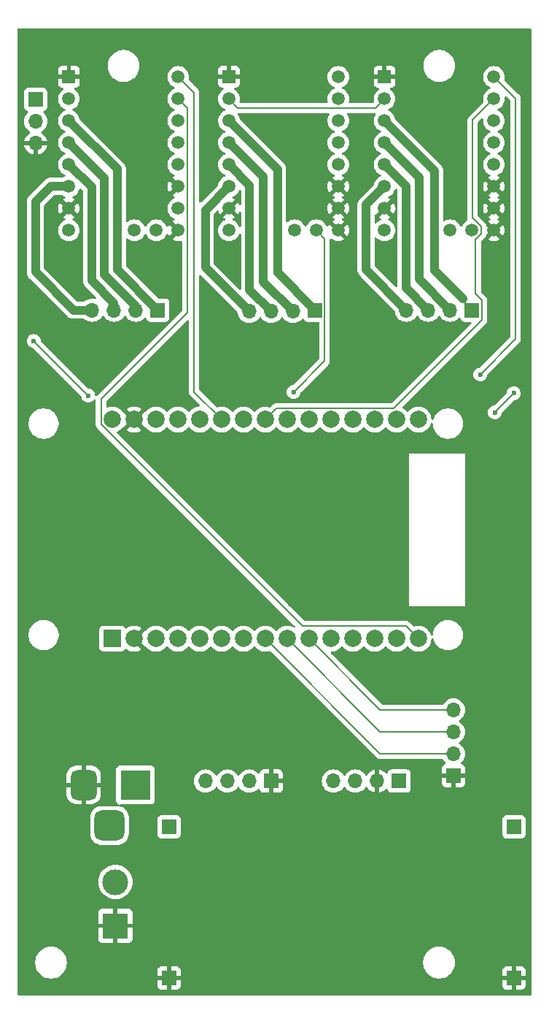
<source format=gbl>
G04 #@! TF.GenerationSoftware,KiCad,Pcbnew,8.0.5-8.0.5-0~ubuntu22.04.1*
G04 #@! TF.CreationDate,2024-10-01T13:57:59+02:00*
G04 #@! TF.ProjectId,wire-cutter,77697265-2d63-4757-9474-65722e6b6963,rev?*
G04 #@! TF.SameCoordinates,Original*
G04 #@! TF.FileFunction,Copper,L2,Bot*
G04 #@! TF.FilePolarity,Positive*
%FSLAX46Y46*%
G04 Gerber Fmt 4.6, Leading zero omitted, Abs format (unit mm)*
G04 Created by KiCad (PCBNEW 8.0.5-8.0.5-0~ubuntu22.04.1) date 2024-10-01 13:57:59*
%MOMM*%
%LPD*%
G01*
G04 APERTURE LIST*
G04 Aperture macros list*
%AMRoundRect*
0 Rectangle with rounded corners*
0 $1 Rounding radius*
0 $2 $3 $4 $5 $6 $7 $8 $9 X,Y pos of 4 corners*
0 Add a 4 corners polygon primitive as box body*
4,1,4,$2,$3,$4,$5,$6,$7,$8,$9,$2,$3,0*
0 Add four circle primitives for the rounded corners*
1,1,$1+$1,$2,$3*
1,1,$1+$1,$4,$5*
1,1,$1+$1,$6,$7*
1,1,$1+$1,$8,$9*
0 Add four rect primitives between the rounded corners*
20,1,$1+$1,$2,$3,$4,$5,0*
20,1,$1+$1,$4,$5,$6,$7,0*
20,1,$1+$1,$6,$7,$8,$9,0*
20,1,$1+$1,$8,$9,$2,$3,0*%
G04 Aperture macros list end*
G04 #@! TA.AperFunction,ComponentPad*
%ADD10R,1.700000X1.700000*%
G04 #@! TD*
G04 #@! TA.AperFunction,ComponentPad*
%ADD11O,1.700000X1.700000*%
G04 #@! TD*
G04 #@! TA.AperFunction,ComponentPad*
%ADD12R,2.000000X2.000000*%
G04 #@! TD*
G04 #@! TA.AperFunction,ComponentPad*
%ADD13C,2.000000*%
G04 #@! TD*
G04 #@! TA.AperFunction,ComponentPad*
%ADD14R,3.000000X3.000000*%
G04 #@! TD*
G04 #@! TA.AperFunction,ComponentPad*
%ADD15C,3.000000*%
G04 #@! TD*
G04 #@! TA.AperFunction,ComponentPad*
%ADD16R,3.500000X3.500000*%
G04 #@! TD*
G04 #@! TA.AperFunction,ComponentPad*
%ADD17RoundRect,0.750000X-0.750000X-1.000000X0.750000X-1.000000X0.750000X1.000000X-0.750000X1.000000X0*%
G04 #@! TD*
G04 #@! TA.AperFunction,ComponentPad*
%ADD18RoundRect,0.875000X-0.875000X-0.875000X0.875000X-0.875000X0.875000X0.875000X-0.875000X0.875000X0*%
G04 #@! TD*
G04 #@! TA.AperFunction,ComponentPad*
%ADD19R,1.508000X1.508000*%
G04 #@! TD*
G04 #@! TA.AperFunction,ComponentPad*
%ADD20C,1.508000*%
G04 #@! TD*
G04 #@! TA.AperFunction,ViaPad*
%ADD21C,0.600000*%
G04 #@! TD*
G04 #@! TA.AperFunction,Conductor*
%ADD22C,0.200000*%
G04 #@! TD*
G04 #@! TA.AperFunction,Conductor*
%ADD23C,1.000000*%
G04 #@! TD*
G04 APERTURE END LIST*
D10*
G04 #@! TO.P,EXTRUDER2,1,Pin_1*
G04 #@! TO.N,Net-(EXTRUDER1-M1B)*
X78420000Y-60960000D03*
D11*
G04 #@! TO.P,EXTRUDER2,2,Pin_2*
G04 #@! TO.N,Net-(EXTRUDER1-M1A)*
X75880000Y-60960000D03*
G04 #@! TO.P,EXTRUDER2,3,Pin_3*
G04 #@! TO.N,Net-(EXTRUDER1-M2A)*
X73340000Y-60960000D03*
G04 #@! TO.P,EXTRUDER2,4,Pin_4*
G04 #@! TO.N,Net-(EXTRUDER1-M2B)*
X70800000Y-60960000D03*
G04 #@! TD*
D10*
G04 #@! TO.P,5VOUT1,1,Pin_1*
G04 #@! TO.N,+5V*
X119765000Y-120870000D03*
G04 #@! TD*
D12*
G04 #@! TO.P,U4,1,3V3*
G04 #@! TO.N,Net-(DISPLAY1-Pin_1)*
X73120000Y-99050000D03*
D13*
G04 #@! TO.P,U4,2,GND*
G04 #@! TO.N,Earth*
X75660000Y-99050000D03*
G04 #@! TO.P,U4,3,D15*
G04 #@! TO.N,unconnected-(U4-D15-Pad3)*
X78200000Y-99050000D03*
G04 #@! TO.P,U4,4,D2*
G04 #@! TO.N,unconnected-(U4-D2-Pad4)*
X80740000Y-99050000D03*
G04 #@! TO.P,U4,5,D4*
G04 #@! TO.N,unconnected-(U4-D4-Pad5)*
X83280000Y-99050000D03*
G04 #@! TO.P,U4,6,RX2*
G04 #@! TO.N,Net-(EXTRUDER1-UART)*
X85820000Y-99050000D03*
G04 #@! TO.P,U4,7,TX2*
G04 #@! TO.N,Net-(EXTRUDER1-SPRD)*
X88360000Y-99050000D03*
G04 #@! TO.P,U4,8,D5*
G04 #@! TO.N,Net-(EC11-Pin_2)*
X90900000Y-99050000D03*
G04 #@! TO.P,U4,9,D18*
G04 #@! TO.N,Net-(EC11-Pin_3)*
X93440000Y-99050000D03*
G04 #@! TO.P,U4,10,D19*
G04 #@! TO.N,Net-(EC11-Pin_4)*
X95980000Y-99050000D03*
G04 #@! TO.P,U4,11,D21*
G04 #@! TO.N,Net-(DISPLAY1-Pin_4)*
X98520000Y-99050000D03*
G04 #@! TO.P,U4,12,RX0*
G04 #@! TO.N,unconnected-(U4-RX0-Pad12)*
X101060000Y-99050000D03*
G04 #@! TO.P,U4,13,TX0*
G04 #@! TO.N,unconnected-(U4-TX0-Pad13)*
X103600000Y-99050000D03*
G04 #@! TO.P,U4,14,D22*
G04 #@! TO.N,Net-(DISPLAY1-Pin_3)*
X106140000Y-99050000D03*
G04 #@! TO.P,U4,15,D23*
G04 #@! TO.N,Net-(EXTRUDER1-STEP)*
X108680000Y-99050000D03*
G04 #@! TO.P,U4,16,EN*
G04 #@! TO.N,unconnected-(U4-EN-Pad16)*
X108680000Y-73650000D03*
G04 #@! TO.P,U4,17,VP*
G04 #@! TO.N,unconnected-(U4-VP-Pad17)*
X106140000Y-73650000D03*
G04 #@! TO.P,U4,18,VN*
G04 #@! TO.N,unconnected-(U4-VN-Pad18)*
X103600000Y-73650000D03*
G04 #@! TO.P,U4,19,D34*
G04 #@! TO.N,unconnected-(U4-D34-Pad19)*
X101060000Y-73650000D03*
G04 #@! TO.P,U4,20,D35*
G04 #@! TO.N,Net-(LINMOT2-DIAG)*
X98520000Y-73650000D03*
G04 #@! TO.P,U4,21,D32*
G04 #@! TO.N,unconnected-(U4-D32-Pad21)*
X95980000Y-73650000D03*
G04 #@! TO.P,U4,22,D33*
G04 #@! TO.N,Net-(LINMOT1-DIAG)*
X93440000Y-73650000D03*
G04 #@! TO.P,U4,23,D25*
G04 #@! TO.N,Net-(LINMOT1-STEP)*
X90900000Y-73650000D03*
G04 #@! TO.P,U4,24,D26*
G04 #@! TO.N,Net-(LINMOT1-DIR)*
X88360000Y-73650000D03*
G04 #@! TO.P,U4,25,D27*
G04 #@! TO.N,Net-(EXTRUDER1-DIR)*
X85820000Y-73650000D03*
G04 #@! TO.P,U4,26,D14*
G04 #@! TO.N,unconnected-(U4-D14-Pad26)*
X83280000Y-73650000D03*
G04 #@! TO.P,U4,27,D12*
G04 #@! TO.N,unconnected-(U4-D12-Pad27)*
X80740000Y-73650000D03*
G04 #@! TO.P,U4,28,D13*
G04 #@! TO.N,unconnected-(U4-D13-Pad28)*
X78200000Y-73650000D03*
G04 #@! TO.P,U4,29,GND*
G04 #@! TO.N,Earth*
X75660000Y-73650000D03*
G04 #@! TO.P,U4,30,VIN*
G04 #@! TO.N,+5V*
X73120000Y-73650000D03*
G04 #@! TD*
D10*
G04 #@! TO.P,LIN2,1,Pin_1*
G04 #@! TO.N,Net-(LIN2-Pin_1)*
X114910000Y-60960000D03*
D11*
G04 #@! TO.P,LIN2,2,Pin_2*
G04 #@! TO.N,Net-(LIN2-Pin_2)*
X112370000Y-60960000D03*
G04 #@! TO.P,LIN2,3,Pin_3*
G04 #@! TO.N,Net-(LIN2-Pin_3)*
X109830000Y-60960000D03*
G04 #@! TO.P,LIN2,4,Pin_4*
G04 #@! TO.N,Net-(LIN2-Pin_4)*
X107290000Y-60960000D03*
G04 #@! TD*
D14*
G04 #@! TO.P,12V_INPUT1,1,Pin_1*
G04 #@! TO.N,Earth*
X73500000Y-132330000D03*
D15*
G04 #@! TO.P,12V_INPUT1,2,Pin_2*
G04 #@! TO.N,+12V*
X73500000Y-127250000D03*
G04 #@! TD*
D16*
G04 #@! TO.P,12V_INPUT2,1*
G04 #@! TO.N,+12V*
X75810000Y-116000000D03*
D17*
G04 #@! TO.P,12V_INPUT2,2*
G04 #@! TO.N,Earth*
X69810000Y-116000000D03*
D18*
G04 #@! TO.P,12V_INPUT2,3*
G04 #@! TO.N,N/C*
X72810000Y-120700000D03*
G04 #@! TD*
D10*
G04 #@! TO.P,POWER1,1,Pin_1*
G04 #@! TO.N,Earth*
X91580000Y-115560000D03*
D11*
G04 #@! TO.P,POWER1,2,Pin_2*
G04 #@! TO.N,Net-(DISPLAY1-Pin_1)*
X89040000Y-115560000D03*
G04 #@! TO.P,POWER1,3,Pin_3*
G04 #@! TO.N,+5V*
X86500000Y-115560000D03*
G04 #@! TO.P,POWER1,4,Pin_4*
G04 #@! TO.N,+12V*
X83960000Y-115560000D03*
G04 #@! TD*
D10*
G04 #@! TO.P,LIN1,1,Pin_1*
G04 #@! TO.N,Net-(LIN1-Pin_1)*
X96650000Y-60960000D03*
D11*
G04 #@! TO.P,LIN1,2,Pin_2*
G04 #@! TO.N,Net-(LIN1-Pin_2)*
X94110000Y-61120000D03*
G04 #@! TO.P,LIN1,3,Pin_3*
G04 #@! TO.N,Net-(LIN1-Pin_3)*
X91570000Y-61120000D03*
G04 #@! TO.P,LIN1,4,Pin_4*
G04 #@! TO.N,Net-(LIN1-Pin_4)*
X89030000Y-61120000D03*
G04 #@! TD*
D10*
G04 #@! TO.P,ADDRESS_SELECTOR1,1,Pin_1*
G04 #@! TO.N,+5V*
X64240000Y-36540000D03*
D11*
G04 #@! TO.P,ADDRESS_SELECTOR1,2,Pin_2*
G04 #@! TO.N,Net-(ADDRESS_SELECTOR1-Pin_2)*
X64240000Y-39080000D03*
G04 #@! TO.P,ADDRESS_SELECTOR1,3,Pin_3*
G04 #@! TO.N,Earth*
X64240000Y-41620000D03*
G04 #@! TD*
D19*
G04 #@! TO.P,LINMOT2,1,GND*
G04 #@! TO.N,Earth*
X104750000Y-33920000D03*
D20*
G04 #@! TO.P,LINMOT2,2,VIO*
G04 #@! TO.N,+5V*
X104750000Y-36460000D03*
G04 #@! TO.P,LINMOT2,3,M1B*
G04 #@! TO.N,Net-(LIN2-Pin_1)*
X104750000Y-39000000D03*
G04 #@! TO.P,LINMOT2,4,M1A*
G04 #@! TO.N,Net-(LIN2-Pin_2)*
X104750000Y-41540000D03*
G04 #@! TO.P,LINMOT2,5,M2A*
G04 #@! TO.N,Net-(LIN2-Pin_3)*
X104750000Y-44080000D03*
G04 #@! TO.P,LINMOT2,6,M2B*
G04 #@! TO.N,Net-(LIN2-Pin_4)*
X104750000Y-46620000D03*
G04 #@! TO.P,LINMOT2,7,GND*
G04 #@! TO.N,Earth*
X104750000Y-49160000D03*
G04 #@! TO.P,LINMOT2,8,VM*
G04 #@! TO.N,+12V*
X104750000Y-51700000D03*
G04 #@! TO.P,LINMOT2,9,DIR*
G04 #@! TO.N,Net-(LINMOT1-DIR)*
X117450000Y-33920000D03*
G04 #@! TO.P,LINMOT2,10,STEP*
G04 #@! TO.N,Net-(LINMOT1-STEP)*
X117450000Y-36460000D03*
G04 #@! TO.P,LINMOT2,11,PDN*
G04 #@! TO.N,unconnected-(LINMOT2-PDN-Pad11)*
X117450000Y-39000000D03*
G04 #@! TO.P,LINMOT2,12,UART*
G04 #@! TO.N,Net-(EXTRUDER1-UART)*
X117450000Y-41540000D03*
G04 #@! TO.P,LINMOT2,13,SPRD*
G04 #@! TO.N,Net-(EXTRUDER1-SPRD)*
X117450000Y-44080000D03*
G04 #@! TO.P,LINMOT2,14,MS2*
G04 #@! TO.N,Earth*
X117450000Y-46620000D03*
G04 #@! TO.P,LINMOT2,15,MS1*
X117450000Y-49160000D03*
G04 #@! TO.P,LINMOT2,16,~{EN}*
X117450000Y-51700000D03*
G04 #@! TO.P,LINMOT2,17,INDEX*
G04 #@! TO.N,unconnected-(LINMOT2-INDEX-Pad17)*
X112370000Y-51700000D03*
G04 #@! TO.P,LINMOT2,18,DIAG*
G04 #@! TO.N,Net-(LINMOT2-DIAG)*
X114910000Y-51700000D03*
G04 #@! TD*
D10*
G04 #@! TO.P,12VIN1,1,Pin_1*
G04 #@! TO.N,+12V*
X79715000Y-120870000D03*
G04 #@! TD*
D19*
G04 #@! TO.P,LINMOT1,1,GND*
G04 #@! TO.N,Earth*
X86680000Y-33920000D03*
D20*
G04 #@! TO.P,LINMOT1,2,VIO*
G04 #@! TO.N,+5V*
X86680000Y-36460000D03*
G04 #@! TO.P,LINMOT1,3,M1B*
G04 #@! TO.N,Net-(LIN1-Pin_1)*
X86680000Y-39000000D03*
G04 #@! TO.P,LINMOT1,4,M1A*
G04 #@! TO.N,Net-(LIN1-Pin_2)*
X86680000Y-41540000D03*
G04 #@! TO.P,LINMOT1,5,M2A*
G04 #@! TO.N,Net-(LIN1-Pin_3)*
X86680000Y-44080000D03*
G04 #@! TO.P,LINMOT1,6,M2B*
G04 #@! TO.N,Net-(LIN1-Pin_4)*
X86680000Y-46620000D03*
G04 #@! TO.P,LINMOT1,7,GND*
G04 #@! TO.N,Earth*
X86680000Y-49160000D03*
G04 #@! TO.P,LINMOT1,8,VM*
G04 #@! TO.N,+12V*
X86680000Y-51700000D03*
G04 #@! TO.P,LINMOT1,9,DIR*
G04 #@! TO.N,Net-(LINMOT1-DIR)*
X99380000Y-33920000D03*
G04 #@! TO.P,LINMOT1,10,STEP*
G04 #@! TO.N,Net-(LINMOT1-STEP)*
X99380000Y-36460000D03*
G04 #@! TO.P,LINMOT1,11,PDN*
G04 #@! TO.N,unconnected-(LINMOT1-PDN-Pad11)*
X99380000Y-39000000D03*
G04 #@! TO.P,LINMOT1,12,UART*
G04 #@! TO.N,Net-(EXTRUDER1-UART)*
X99380000Y-41540000D03*
G04 #@! TO.P,LINMOT1,13,SPRD*
G04 #@! TO.N,Net-(EXTRUDER1-SPRD)*
X99380000Y-44080000D03*
G04 #@! TO.P,LINMOT1,14,MS2*
G04 #@! TO.N,Earth*
X99380000Y-46620000D03*
G04 #@! TO.P,LINMOT1,15,MS1*
X99380000Y-49160000D03*
G04 #@! TO.P,LINMOT1,16,~{EN}*
X99380000Y-51700000D03*
G04 #@! TO.P,LINMOT1,17,INDEX*
G04 #@! TO.N,unconnected-(LINMOT1-INDEX-Pad17)*
X94300000Y-51700000D03*
G04 #@! TO.P,LINMOT1,18,DIAG*
G04 #@! TO.N,Net-(LINMOT1-DIAG)*
X96840000Y-51700000D03*
G04 #@! TD*
D19*
G04 #@! TO.P,EXTRUDER1,1,GND*
G04 #@! TO.N,Earth*
X68090000Y-33920000D03*
D20*
G04 #@! TO.P,EXTRUDER1,2,VIO*
G04 #@! TO.N,+5V*
X68090000Y-36460000D03*
G04 #@! TO.P,EXTRUDER1,3,M1B*
G04 #@! TO.N,Net-(EXTRUDER1-M1B)*
X68090000Y-39000000D03*
G04 #@! TO.P,EXTRUDER1,4,M1A*
G04 #@! TO.N,Net-(EXTRUDER1-M1A)*
X68090000Y-41540000D03*
G04 #@! TO.P,EXTRUDER1,5,M2A*
G04 #@! TO.N,Net-(EXTRUDER1-M2A)*
X68090000Y-44080000D03*
G04 #@! TO.P,EXTRUDER1,6,M2B*
G04 #@! TO.N,Net-(EXTRUDER1-M2B)*
X68090000Y-46620000D03*
G04 #@! TO.P,EXTRUDER1,7,GND*
G04 #@! TO.N,Earth*
X68090000Y-49160000D03*
G04 #@! TO.P,EXTRUDER1,8,VM*
G04 #@! TO.N,+12V*
X68090000Y-51700000D03*
G04 #@! TO.P,EXTRUDER1,9,DIR*
G04 #@! TO.N,Net-(EXTRUDER1-DIR)*
X80790000Y-33920000D03*
G04 #@! TO.P,EXTRUDER1,10,STEP*
G04 #@! TO.N,Net-(EXTRUDER1-STEP)*
X80790000Y-36460000D03*
G04 #@! TO.P,EXTRUDER1,11,PDN*
G04 #@! TO.N,unconnected-(EXTRUDER1-PDN-Pad11)*
X80790000Y-39000000D03*
G04 #@! TO.P,EXTRUDER1,12,UART*
G04 #@! TO.N,Net-(EXTRUDER1-UART)*
X80790000Y-41540000D03*
G04 #@! TO.P,EXTRUDER1,13,SPRD*
G04 #@! TO.N,Net-(EXTRUDER1-SPRD)*
X80790000Y-44080000D03*
G04 #@! TO.P,EXTRUDER1,14,MS2*
G04 #@! TO.N,Earth*
X80790000Y-46620000D03*
G04 #@! TO.P,EXTRUDER1,15,MS1*
G04 #@! TO.N,Net-(ADDRESS_SELECTOR1-Pin_2)*
X80790000Y-49160000D03*
G04 #@! TO.P,EXTRUDER1,16,~{EN}*
G04 #@! TO.N,Earth*
X80790000Y-51700000D03*
G04 #@! TO.P,EXTRUDER1,17,INDEX*
G04 #@! TO.N,unconnected-(EXTRUDER1-INDEX-Pad17)*
X75710000Y-51700000D03*
G04 #@! TO.P,EXTRUDER1,18,DIAG*
G04 #@! TO.N,unconnected-(EXTRUDER1-DIAG-Pad18)*
X78250000Y-51700000D03*
G04 #@! TD*
D10*
G04 #@! TO.P,DISPLAY1,1,Pin_1*
G04 #@! TO.N,Net-(DISPLAY1-Pin_1)*
X106440000Y-115560000D03*
D11*
G04 #@! TO.P,DISPLAY1,2,Pin_2*
G04 #@! TO.N,Earth*
X103900000Y-115560000D03*
G04 #@! TO.P,DISPLAY1,3,Pin_3*
G04 #@! TO.N,Net-(DISPLAY1-Pin_3)*
X101360000Y-115560000D03*
G04 #@! TO.P,DISPLAY1,4,Pin_4*
G04 #@! TO.N,Net-(DISPLAY1-Pin_4)*
X98820000Y-115560000D03*
G04 #@! TD*
D10*
G04 #@! TO.P,J3,1,Pin_1*
G04 #@! TO.N,Earth*
X119765000Y-138380000D03*
G04 #@! TD*
G04 #@! TO.P,J1,1,Pin_1*
G04 #@! TO.N,Earth*
X79715000Y-138380000D03*
G04 #@! TD*
G04 #@! TO.P,EC11,1,Pin_1*
G04 #@! TO.N,Earth*
X112740000Y-114930000D03*
D11*
G04 #@! TO.P,EC11,2,Pin_2*
G04 #@! TO.N,Net-(EC11-Pin_2)*
X112740000Y-112390000D03*
G04 #@! TO.P,EC11,3,Pin_3*
G04 #@! TO.N,Net-(EC11-Pin_3)*
X112740000Y-109850000D03*
G04 #@! TO.P,EC11,4,Pin_4*
G04 #@! TO.N,Net-(EC11-Pin_4)*
X112740000Y-107310000D03*
G04 #@! TD*
D21*
G04 #@! TO.N,+5V*
X70340000Y-70870000D03*
X64015000Y-64545000D03*
G04 #@! TO.N,Net-(EXTRUDER1-UART)*
X119750000Y-70600000D03*
X117550000Y-72810000D03*
G04 #@! TO.N,Net-(LINMOT1-DIAG)*
X94190000Y-70450000D03*
G04 #@! TO.N,Net-(LINMOT1-DIR)*
X115860000Y-68440000D03*
G04 #@! TD*
D22*
G04 #@! TO.N,Net-(EC11-Pin_2)*
X112740000Y-112390000D02*
X104240000Y-112390000D01*
X104240000Y-112390000D02*
X90900000Y-99050000D01*
G04 #@! TO.N,Net-(EC11-Pin_4)*
X104240000Y-107310000D02*
X95980000Y-99050000D01*
X112740000Y-107310000D02*
X104240000Y-107310000D01*
G04 #@! TO.N,Net-(EC11-Pin_3)*
X112740000Y-109850000D02*
X104240000Y-109850000D01*
X104240000Y-109850000D02*
X93440000Y-99050000D01*
G04 #@! TO.N,+5V*
X87734000Y-37514000D02*
X103696000Y-37514000D01*
X103696000Y-37514000D02*
X104750000Y-36460000D01*
X86680000Y-36460000D02*
X87734000Y-37514000D01*
X64015000Y-64545000D02*
X70340000Y-70870000D01*
D23*
G04 #@! TO.N,Net-(EXTRUDER1-M1B)*
X73700000Y-44610000D02*
X68090000Y-39000000D01*
X78420000Y-60960000D02*
X73700000Y-56240000D01*
X73700000Y-56240000D02*
X73700000Y-44610000D01*
D22*
G04 #@! TO.N,Net-(EXTRUDER1-DIR)*
X82610000Y-70440000D02*
X82610000Y-35740000D01*
X82610000Y-35740000D02*
X80790000Y-33920000D01*
X85820000Y-73650000D02*
X82610000Y-70440000D01*
D23*
G04 #@! TO.N,Net-(EXTRUDER1-M1A)*
X75880000Y-60520000D02*
X72240000Y-56880000D01*
X72240000Y-56880000D02*
X72240000Y-45690000D01*
X75880000Y-60960000D02*
X75880000Y-60520000D01*
X72240000Y-45690000D02*
X68090000Y-41540000D01*
D22*
G04 #@! TO.N,Net-(EXTRUDER1-UART)*
X117550000Y-72800000D02*
X117550000Y-72810000D01*
X119750000Y-70600000D02*
X117550000Y-72800000D01*
D23*
G04 #@! TO.N,Net-(EXTRUDER1-M2B)*
X70800000Y-60960000D02*
X68620000Y-60960000D01*
X65990000Y-46620000D02*
X68090000Y-46620000D01*
X64200000Y-56540000D02*
X64200000Y-48410000D01*
X68620000Y-60960000D02*
X64200000Y-56540000D01*
X64200000Y-48410000D02*
X65990000Y-46620000D01*
D22*
G04 #@! TO.N,Net-(EXTRUDER1-STEP)*
X107240000Y-97610000D02*
X108680000Y-99050000D01*
X71820000Y-71280000D02*
X71820000Y-74188478D01*
X81844000Y-61256000D02*
X71820000Y-71280000D01*
X81844000Y-37514000D02*
X81844000Y-61256000D01*
X80790000Y-36460000D02*
X81844000Y-37514000D01*
X71820000Y-74188478D02*
X95241522Y-97610000D01*
X95241522Y-97610000D02*
X107240000Y-97610000D01*
D23*
G04 #@! TO.N,Net-(EXTRUDER1-M2A)*
X73340000Y-60110000D02*
X70720000Y-57490000D01*
X70720000Y-46710000D02*
X68090000Y-44080000D01*
X70720000Y-57490000D02*
X70720000Y-46710000D01*
D22*
X73340000Y-60960000D02*
X73340000Y-60110000D01*
G04 #@! TO.N,Net-(LINMOT1-DIAG)*
X96840000Y-51700000D02*
X97800000Y-52660000D01*
X97800000Y-66840000D02*
X94190000Y-70450000D01*
X97800000Y-52660000D02*
X97800000Y-66840000D01*
G04 #@! TO.N,Net-(LINMOT1-STEP)*
X115964000Y-52136582D02*
X115330000Y-52770582D01*
X114980000Y-50279418D02*
X115964000Y-51263418D01*
X92220000Y-72330000D02*
X90900000Y-73650000D01*
X116060000Y-62110000D02*
X105840000Y-72330000D01*
X116060000Y-59810000D02*
X116060000Y-62110000D01*
X114980000Y-38930000D02*
X114980000Y-50279418D01*
X105840000Y-72330000D02*
X92220000Y-72330000D01*
X117450000Y-36460000D02*
X114980000Y-38930000D01*
X115964000Y-51263418D02*
X115964000Y-52136582D01*
X115330000Y-59080000D02*
X116060000Y-59810000D01*
X115330000Y-52770582D02*
X115330000Y-59080000D01*
G04 #@! TO.N,Net-(LINMOT1-DIR)*
X119960000Y-64340000D02*
X119960000Y-36430000D01*
X119960000Y-36430000D02*
X117450000Y-33920000D01*
X115860000Y-68440000D02*
X119960000Y-64340000D01*
D23*
G04 #@! TO.N,Net-(LIN1-Pin_2)*
X94110000Y-61120000D02*
X90660000Y-57670000D01*
X90660000Y-57670000D02*
X90660000Y-45520000D01*
X90660000Y-45520000D02*
X86680000Y-41540000D01*
G04 #@! TO.N,Net-(LIN1-Pin_4)*
X83930000Y-56020000D02*
X83930000Y-49370000D01*
X89030000Y-61120000D02*
X83930000Y-56020000D01*
X83930000Y-49370000D02*
X86680000Y-46620000D01*
G04 #@! TO.N,Net-(LIN1-Pin_1)*
X92310000Y-56620000D02*
X92310000Y-44630000D01*
X96650000Y-60960000D02*
X92310000Y-56620000D01*
X92310000Y-44630000D02*
X86680000Y-39000000D01*
G04 #@! TO.N,Net-(LIN1-Pin_3)*
X91570000Y-61120000D02*
X89090000Y-58640000D01*
X89090000Y-58640000D02*
X89090000Y-46490000D01*
X89090000Y-46490000D02*
X86680000Y-44080000D01*
G04 #@! TO.N,Net-(LIN2-Pin_3)*
X107250000Y-46580000D02*
X104750000Y-44080000D01*
X109830000Y-60960000D02*
X107250000Y-58380000D01*
X107250000Y-58380000D02*
X107250000Y-46580000D01*
G04 #@! TO.N,Net-(LIN2-Pin_4)*
X107290000Y-60960000D02*
X102610000Y-56280000D01*
X102610000Y-48760000D02*
X104750000Y-46620000D01*
X102610000Y-56280000D02*
X102610000Y-48760000D01*
D22*
G04 #@! TO.N,Net-(LIN2-Pin_1)*
X114910000Y-60960000D02*
X113856000Y-59906000D01*
D23*
X113856000Y-59656000D02*
X110540000Y-56340000D01*
X110540000Y-44790000D02*
X104750000Y-39000000D01*
X110540000Y-56340000D02*
X110540000Y-44790000D01*
D22*
X113856000Y-59906000D02*
X113856000Y-59656000D01*
D23*
G04 #@! TO.N,Net-(LIN2-Pin_2)*
X112370000Y-60960000D02*
X108800000Y-57390000D01*
X108800000Y-57390000D02*
X108800000Y-45590000D01*
X108800000Y-45590000D02*
X104750000Y-41540000D01*
G04 #@! TD*
G04 #@! TA.AperFunction,Conductor*
G04 #@! TO.N,Earth*
G36*
X81928834Y-62122915D02*
G01*
X81984767Y-62164787D01*
X82009184Y-62230251D01*
X82009500Y-62239097D01*
X82009500Y-70353330D01*
X82009499Y-70353348D01*
X82009499Y-70519054D01*
X82009498Y-70519054D01*
X82050423Y-70671784D01*
X82050424Y-70671787D01*
X82056198Y-70681787D01*
X82056199Y-70681789D01*
X82129477Y-70808712D01*
X82129481Y-70808717D01*
X82248349Y-70927585D01*
X82248355Y-70927590D01*
X83258584Y-71937819D01*
X83292069Y-71999142D01*
X83287085Y-72068834D01*
X83245213Y-72124767D01*
X83179749Y-72149184D01*
X83170903Y-72149500D01*
X83155665Y-72149500D01*
X82910383Y-72190429D01*
X82675197Y-72271169D01*
X82675188Y-72271172D01*
X82456493Y-72389524D01*
X82260257Y-72542261D01*
X82101230Y-72715010D01*
X82041342Y-72751001D01*
X81971504Y-72748900D01*
X81918770Y-72715010D01*
X81841198Y-72630745D01*
X81759744Y-72542262D01*
X81563509Y-72389526D01*
X81563507Y-72389525D01*
X81563506Y-72389524D01*
X81344811Y-72271172D01*
X81344802Y-72271169D01*
X81109616Y-72190429D01*
X80864335Y-72149500D01*
X80615665Y-72149500D01*
X80370383Y-72190429D01*
X80135197Y-72271169D01*
X80135188Y-72271172D01*
X79916493Y-72389524D01*
X79720257Y-72542261D01*
X79561230Y-72715010D01*
X79501342Y-72751001D01*
X79431504Y-72748900D01*
X79378770Y-72715010D01*
X79301198Y-72630745D01*
X79219744Y-72542262D01*
X79023509Y-72389526D01*
X79023507Y-72389525D01*
X79023506Y-72389524D01*
X78804811Y-72271172D01*
X78804802Y-72271169D01*
X78569616Y-72190429D01*
X78324335Y-72149500D01*
X78075665Y-72149500D01*
X77830383Y-72190429D01*
X77595197Y-72271169D01*
X77595188Y-72271172D01*
X77376493Y-72389524D01*
X77180257Y-72542261D01*
X77011837Y-72725213D01*
X77011829Y-72725224D01*
X77011455Y-72725797D01*
X77011242Y-72725978D01*
X77008690Y-72729258D01*
X77008014Y-72728732D01*
X76958304Y-72771147D01*
X76894865Y-72781302D01*
X76883434Y-72780116D01*
X76151127Y-73512423D01*
X76135245Y-73453147D01*
X76068102Y-73336853D01*
X75973147Y-73241898D01*
X75856853Y-73174755D01*
X75797575Y-73158872D01*
X76530057Y-72426390D01*
X76530056Y-72426389D01*
X76483229Y-72389943D01*
X76264614Y-72271635D01*
X76264603Y-72271630D01*
X76029493Y-72190916D01*
X75784293Y-72150000D01*
X75535707Y-72150000D01*
X75290506Y-72190916D01*
X75055396Y-72271630D01*
X75055390Y-72271632D01*
X74836761Y-72389949D01*
X74789942Y-72426388D01*
X74789942Y-72426390D01*
X75522424Y-73158871D01*
X75463147Y-73174755D01*
X75346853Y-73241898D01*
X75251898Y-73336853D01*
X75184755Y-73453147D01*
X75168872Y-73512424D01*
X74436564Y-72780116D01*
X74425135Y-72781302D01*
X74356423Y-72768637D01*
X74311910Y-72728802D01*
X74311317Y-72729265D01*
X74308768Y-72725991D01*
X74308535Y-72725782D01*
X74308166Y-72725218D01*
X74308165Y-72725217D01*
X74308164Y-72725215D01*
X74139744Y-72542262D01*
X73943509Y-72389526D01*
X73943507Y-72389525D01*
X73943506Y-72389524D01*
X73724811Y-72271172D01*
X73724802Y-72271169D01*
X73489616Y-72190429D01*
X73244335Y-72149500D01*
X72995665Y-72149500D01*
X72750383Y-72190429D01*
X72584763Y-72247287D01*
X72514964Y-72250437D01*
X72454543Y-72215351D01*
X72422682Y-72153168D01*
X72420500Y-72130006D01*
X72420500Y-71580097D01*
X72440185Y-71513058D01*
X72456819Y-71492416D01*
X81797819Y-62151416D01*
X81859142Y-62117931D01*
X81928834Y-62122915D01*
G37*
G04 #@! TD.AperFunction*
G04 #@! TA.AperFunction,Conductor*
G36*
X103667409Y-38134185D02*
G01*
X103713164Y-38186989D01*
X103723108Y-38256147D01*
X103701945Y-38309623D01*
X103659423Y-38370349D01*
X103659419Y-38370357D01*
X103566655Y-38569291D01*
X103566653Y-38569295D01*
X103566653Y-38569297D01*
X103542642Y-38658902D01*
X103509839Y-38781324D01*
X103509838Y-38781331D01*
X103490708Y-38999997D01*
X103490708Y-39000002D01*
X103509838Y-39218668D01*
X103509839Y-39218675D01*
X103526240Y-39279885D01*
X103566653Y-39430703D01*
X103566654Y-39430706D01*
X103566655Y-39430708D01*
X103659419Y-39629642D01*
X103659423Y-39629650D01*
X103785322Y-39809452D01*
X103785327Y-39809458D01*
X103940541Y-39964672D01*
X103940547Y-39964677D01*
X104120349Y-40090576D01*
X104120351Y-40090577D01*
X104120354Y-40090579D01*
X104180227Y-40118498D01*
X104264120Y-40157618D01*
X104316560Y-40203790D01*
X104335712Y-40270983D01*
X104315496Y-40337865D01*
X104264120Y-40382382D01*
X104120357Y-40449419D01*
X104120349Y-40449423D01*
X103940547Y-40575322D01*
X103940541Y-40575327D01*
X103785327Y-40730541D01*
X103785322Y-40730547D01*
X103659423Y-40910349D01*
X103659419Y-40910357D01*
X103566655Y-41109291D01*
X103509839Y-41321324D01*
X103509838Y-41321331D01*
X103490708Y-41539997D01*
X103490708Y-41540002D01*
X103503465Y-41685826D01*
X103509839Y-41758674D01*
X103566653Y-41970703D01*
X103566654Y-41970706D01*
X103566655Y-41970708D01*
X103659419Y-42169642D01*
X103659423Y-42169650D01*
X103785322Y-42349452D01*
X103785327Y-42349458D01*
X103940541Y-42504672D01*
X103940547Y-42504677D01*
X104120349Y-42630576D01*
X104120351Y-42630577D01*
X104120354Y-42630579D01*
X104179384Y-42658105D01*
X104264120Y-42697618D01*
X104316560Y-42743790D01*
X104335712Y-42810983D01*
X104315496Y-42877865D01*
X104264120Y-42922382D01*
X104120357Y-42989419D01*
X104120349Y-42989423D01*
X103940547Y-43115322D01*
X103940541Y-43115327D01*
X103785327Y-43270541D01*
X103785322Y-43270547D01*
X103659423Y-43450349D01*
X103659419Y-43450357D01*
X103566655Y-43649291D01*
X103509839Y-43861324D01*
X103509838Y-43861331D01*
X103490708Y-44079997D01*
X103490708Y-44080002D01*
X103509838Y-44298668D01*
X103509839Y-44298675D01*
X103514505Y-44316088D01*
X103566653Y-44510703D01*
X103566654Y-44510706D01*
X103566655Y-44510708D01*
X103659419Y-44709642D01*
X103659423Y-44709650D01*
X103785322Y-44889452D01*
X103785327Y-44889458D01*
X103940541Y-45044672D01*
X103940547Y-45044677D01*
X104120349Y-45170576D01*
X104120351Y-45170577D01*
X104120354Y-45170579D01*
X104204963Y-45210032D01*
X104264120Y-45237618D01*
X104316560Y-45283790D01*
X104335712Y-45350983D01*
X104315496Y-45417865D01*
X104264120Y-45462382D01*
X104120357Y-45529419D01*
X104120349Y-45529423D01*
X103940547Y-45655322D01*
X103940541Y-45655327D01*
X103785327Y-45810541D01*
X103785322Y-45810547D01*
X103659423Y-45990349D01*
X103659419Y-45990357D01*
X103566655Y-46189291D01*
X103566653Y-46189295D01*
X103566653Y-46189297D01*
X103558453Y-46219901D01*
X103509839Y-46401323D01*
X103509838Y-46401328D01*
X103509562Y-46404493D01*
X103509050Y-46405800D01*
X103508900Y-46406654D01*
X103508728Y-46406623D01*
X103484107Y-46469561D01*
X103473715Y-46481363D01*
X102705687Y-47249392D01*
X101972221Y-47982858D01*
X101972218Y-47982861D01*
X101902538Y-48052540D01*
X101832859Y-48122219D01*
X101723371Y-48286079D01*
X101723364Y-48286092D01*
X101647950Y-48468160D01*
X101647947Y-48468170D01*
X101609500Y-48661456D01*
X101609500Y-56378544D01*
X101647947Y-56571829D01*
X101647950Y-56571839D01*
X101661011Y-56603369D01*
X101661012Y-56603372D01*
X101723364Y-56753906D01*
X101723366Y-56753911D01*
X101723368Y-56753914D01*
X101832861Y-56917782D01*
X101972218Y-57057139D01*
X101972220Y-57057140D01*
X101979286Y-57064206D01*
X101979285Y-57064206D01*
X101979289Y-57064209D01*
X105908108Y-60993029D01*
X105941593Y-61054352D01*
X105943955Y-61069901D01*
X105954936Y-61195403D01*
X105954938Y-61195413D01*
X106016094Y-61423655D01*
X106016096Y-61423659D01*
X106016097Y-61423663D01*
X106090707Y-61583664D01*
X106115965Y-61637830D01*
X106115967Y-61637834D01*
X106220097Y-61786546D01*
X106251505Y-61831401D01*
X106418599Y-61998495D01*
X106515384Y-62066265D01*
X106612165Y-62134032D01*
X106612167Y-62134033D01*
X106612170Y-62134035D01*
X106826337Y-62233903D01*
X106826343Y-62233904D01*
X106826344Y-62233905D01*
X106881285Y-62248626D01*
X107054592Y-62295063D01*
X107231034Y-62310500D01*
X107289999Y-62315659D01*
X107290000Y-62315659D01*
X107290001Y-62315659D01*
X107348966Y-62310500D01*
X107525408Y-62295063D01*
X107753663Y-62233903D01*
X107967830Y-62134035D01*
X108161401Y-61998495D01*
X108328495Y-61831401D01*
X108458425Y-61645842D01*
X108513002Y-61602217D01*
X108582500Y-61595023D01*
X108644855Y-61626546D01*
X108661575Y-61645842D01*
X108791500Y-61831395D01*
X108791505Y-61831401D01*
X108958599Y-61998495D01*
X109055384Y-62066265D01*
X109152165Y-62134032D01*
X109152167Y-62134033D01*
X109152170Y-62134035D01*
X109366337Y-62233903D01*
X109366343Y-62233904D01*
X109366344Y-62233905D01*
X109421285Y-62248626D01*
X109594592Y-62295063D01*
X109771034Y-62310500D01*
X109829999Y-62315659D01*
X109830000Y-62315659D01*
X109830001Y-62315659D01*
X109888966Y-62310500D01*
X110065408Y-62295063D01*
X110293663Y-62233903D01*
X110507830Y-62134035D01*
X110701401Y-61998495D01*
X110868495Y-61831401D01*
X110998425Y-61645842D01*
X111053002Y-61602217D01*
X111122500Y-61595023D01*
X111184855Y-61626546D01*
X111201575Y-61645842D01*
X111331500Y-61831395D01*
X111331505Y-61831401D01*
X111498599Y-61998495D01*
X111595384Y-62066265D01*
X111692165Y-62134032D01*
X111692167Y-62134033D01*
X111692170Y-62134035D01*
X111906337Y-62233903D01*
X111906343Y-62233904D01*
X111906344Y-62233905D01*
X111961285Y-62248626D01*
X112134592Y-62295063D01*
X112311034Y-62310500D01*
X112369999Y-62315659D01*
X112370000Y-62315659D01*
X112370001Y-62315659D01*
X112428966Y-62310500D01*
X112605408Y-62295063D01*
X112833663Y-62233903D01*
X113047830Y-62134035D01*
X113241401Y-61998495D01*
X113363329Y-61876566D01*
X113424648Y-61843084D01*
X113494340Y-61848068D01*
X113550274Y-61889939D01*
X113567189Y-61920917D01*
X113616202Y-62052328D01*
X113616206Y-62052335D01*
X113702452Y-62167544D01*
X113702455Y-62167547D01*
X113817664Y-62253793D01*
X113817671Y-62253797D01*
X113952517Y-62304091D01*
X113952516Y-62304091D01*
X113959444Y-62304835D01*
X114012127Y-62310500D01*
X114710902Y-62310499D01*
X114777940Y-62330183D01*
X114823695Y-62382987D01*
X114833639Y-62452146D01*
X114804614Y-62515702D01*
X114798582Y-62522180D01*
X105627584Y-71693181D01*
X105566261Y-71726666D01*
X105539903Y-71729500D01*
X92306669Y-71729500D01*
X92306653Y-71729499D01*
X92299057Y-71729499D01*
X92140943Y-71729499D01*
X92033587Y-71758265D01*
X91988210Y-71770424D01*
X91988209Y-71770425D01*
X91938096Y-71799359D01*
X91938095Y-71799360D01*
X91894689Y-71824420D01*
X91851285Y-71849479D01*
X91851282Y-71849481D01*
X91739478Y-71961286D01*
X91503548Y-72197215D01*
X91442225Y-72230700D01*
X91375604Y-72226815D01*
X91269616Y-72190429D01*
X91024335Y-72149500D01*
X90775665Y-72149500D01*
X90530383Y-72190429D01*
X90295197Y-72271169D01*
X90295188Y-72271172D01*
X90076493Y-72389524D01*
X89880257Y-72542261D01*
X89721230Y-72715010D01*
X89661342Y-72751001D01*
X89591504Y-72748900D01*
X89538770Y-72715010D01*
X89461198Y-72630745D01*
X89379744Y-72542262D01*
X89183509Y-72389526D01*
X89183507Y-72389525D01*
X89183506Y-72389524D01*
X88964811Y-72271172D01*
X88964802Y-72271169D01*
X88729616Y-72190429D01*
X88484335Y-72149500D01*
X88235665Y-72149500D01*
X87990383Y-72190429D01*
X87755197Y-72271169D01*
X87755188Y-72271172D01*
X87536493Y-72389524D01*
X87340257Y-72542261D01*
X87181230Y-72715010D01*
X87121342Y-72751001D01*
X87051504Y-72748900D01*
X86998770Y-72715010D01*
X86921198Y-72630745D01*
X86839744Y-72542262D01*
X86643509Y-72389526D01*
X86643507Y-72389525D01*
X86643506Y-72389524D01*
X86424811Y-72271172D01*
X86424802Y-72271169D01*
X86189616Y-72190429D01*
X85944335Y-72149500D01*
X85695665Y-72149500D01*
X85450386Y-72190428D01*
X85344392Y-72226815D01*
X85274593Y-72229964D01*
X85216450Y-72197214D01*
X83246819Y-70227583D01*
X83213334Y-70166260D01*
X83210500Y-70139902D01*
X83210500Y-57014782D01*
X83230185Y-56947743D01*
X83282989Y-56901988D01*
X83352147Y-56892044D01*
X83415703Y-56921069D01*
X83422181Y-56927101D01*
X87648108Y-61153028D01*
X87681593Y-61214351D01*
X87683955Y-61229900D01*
X87694936Y-61355403D01*
X87694938Y-61355413D01*
X87756094Y-61583655D01*
X87756096Y-61583659D01*
X87756097Y-61583663D01*
X87785092Y-61645842D01*
X87855965Y-61797830D01*
X87855967Y-61797834D01*
X87955328Y-61939735D01*
X87991505Y-61991401D01*
X88158599Y-62158495D01*
X88202246Y-62189057D01*
X88352165Y-62294032D01*
X88352167Y-62294033D01*
X88352170Y-62294035D01*
X88566337Y-62393903D01*
X88794592Y-62455063D01*
X88982918Y-62471539D01*
X89029999Y-62475659D01*
X89030000Y-62475659D01*
X89030001Y-62475659D01*
X89069234Y-62472226D01*
X89265408Y-62455063D01*
X89493663Y-62393903D01*
X89707830Y-62294035D01*
X89901401Y-62158495D01*
X90068495Y-61991401D01*
X90198425Y-61805842D01*
X90253002Y-61762217D01*
X90322500Y-61755023D01*
X90384855Y-61786546D01*
X90401575Y-61805842D01*
X90531500Y-61991395D01*
X90531505Y-61991401D01*
X90698599Y-62158495D01*
X90742246Y-62189057D01*
X90892165Y-62294032D01*
X90892167Y-62294033D01*
X90892170Y-62294035D01*
X91106337Y-62393903D01*
X91334592Y-62455063D01*
X91522918Y-62471539D01*
X91569999Y-62475659D01*
X91570000Y-62475659D01*
X91570001Y-62475659D01*
X91609234Y-62472226D01*
X91805408Y-62455063D01*
X92033663Y-62393903D01*
X92247830Y-62294035D01*
X92441401Y-62158495D01*
X92608495Y-61991401D01*
X92738425Y-61805842D01*
X92793002Y-61762217D01*
X92862500Y-61755023D01*
X92924855Y-61786546D01*
X92941575Y-61805842D01*
X93071500Y-61991395D01*
X93071505Y-61991401D01*
X93238599Y-62158495D01*
X93282246Y-62189057D01*
X93432165Y-62294032D01*
X93432167Y-62294033D01*
X93432170Y-62294035D01*
X93646337Y-62393903D01*
X93874592Y-62455063D01*
X94062918Y-62471539D01*
X94109999Y-62475659D01*
X94110000Y-62475659D01*
X94110001Y-62475659D01*
X94149234Y-62472226D01*
X94345408Y-62455063D01*
X94573663Y-62393903D01*
X94787830Y-62294035D01*
X94981401Y-62158495D01*
X95146793Y-61993102D01*
X95208114Y-61959619D01*
X95277805Y-61964603D01*
X95333739Y-62006474D01*
X95350654Y-62037452D01*
X95356202Y-62052328D01*
X95356206Y-62052335D01*
X95442452Y-62167544D01*
X95442455Y-62167547D01*
X95557664Y-62253793D01*
X95557671Y-62253797D01*
X95692517Y-62304091D01*
X95692516Y-62304091D01*
X95699444Y-62304835D01*
X95752127Y-62310500D01*
X97075500Y-62310499D01*
X97142539Y-62330184D01*
X97188294Y-62382987D01*
X97199500Y-62434499D01*
X97199500Y-66539902D01*
X97179815Y-66606941D01*
X97163181Y-66627583D01*
X94171465Y-69619298D01*
X94110142Y-69652783D01*
X94097668Y-69654837D01*
X94010750Y-69664630D01*
X93840478Y-69724210D01*
X93687737Y-69820184D01*
X93560184Y-69947737D01*
X93464211Y-70100476D01*
X93404631Y-70270745D01*
X93404630Y-70270750D01*
X93384435Y-70449996D01*
X93384435Y-70450003D01*
X93404630Y-70629249D01*
X93404631Y-70629254D01*
X93464211Y-70799523D01*
X93544820Y-70927811D01*
X93560184Y-70952262D01*
X93687738Y-71079816D01*
X93840478Y-71175789D01*
X93994878Y-71229816D01*
X94010745Y-71235368D01*
X94010750Y-71235369D01*
X94189996Y-71255565D01*
X94190000Y-71255565D01*
X94190004Y-71255565D01*
X94369249Y-71235369D01*
X94369252Y-71235368D01*
X94369255Y-71235368D01*
X94539522Y-71175789D01*
X94692262Y-71079816D01*
X94819816Y-70952262D01*
X94915789Y-70799522D01*
X94975368Y-70629255D01*
X94985161Y-70542329D01*
X95012226Y-70477918D01*
X95020690Y-70468543D01*
X98168713Y-67320521D01*
X98168716Y-67320520D01*
X98280520Y-67208716D01*
X98330639Y-67121904D01*
X98359577Y-67071785D01*
X98400501Y-66919057D01*
X98400501Y-66760943D01*
X98400501Y-66753348D01*
X98400500Y-66753330D01*
X98400500Y-52783200D01*
X98420185Y-52716161D01*
X98472989Y-52670406D01*
X98542147Y-52660462D01*
X98595623Y-52681625D01*
X98750603Y-52790143D01*
X98750605Y-52790144D01*
X98949466Y-52882874D01*
X98949475Y-52882878D01*
X99161407Y-52939664D01*
X99161417Y-52939666D01*
X99379999Y-52958790D01*
X99380001Y-52958790D01*
X99598582Y-52939666D01*
X99598592Y-52939664D01*
X99810524Y-52882878D01*
X99810533Y-52882874D01*
X100009392Y-52790145D01*
X100072442Y-52745995D01*
X99509409Y-52182962D01*
X99572993Y-52165925D01*
X99687007Y-52100099D01*
X99780099Y-52007007D01*
X99845925Y-51892993D01*
X99862962Y-51829409D01*
X100425995Y-52392442D01*
X100470145Y-52329392D01*
X100562874Y-52130533D01*
X100562878Y-52130524D01*
X100619664Y-51918592D01*
X100619666Y-51918582D01*
X100638790Y-51700000D01*
X100638790Y-51699999D01*
X100619666Y-51481417D01*
X100619664Y-51481407D01*
X100562878Y-51269475D01*
X100562874Y-51269466D01*
X100470144Y-51070605D01*
X100470142Y-51070601D01*
X100425996Y-51007555D01*
X99862962Y-51570589D01*
X99845925Y-51507007D01*
X99780099Y-51392993D01*
X99687007Y-51299901D01*
X99572993Y-51234075D01*
X99509409Y-51217037D01*
X100072443Y-50654003D01*
X100009392Y-50609854D01*
X99864697Y-50542382D01*
X99812258Y-50496210D01*
X99793106Y-50429016D01*
X99813322Y-50362135D01*
X99864697Y-50317618D01*
X100009392Y-50250145D01*
X100072442Y-50205995D01*
X99509410Y-49642962D01*
X99572993Y-49625925D01*
X99687007Y-49560099D01*
X99780099Y-49467007D01*
X99845925Y-49352993D01*
X99862962Y-49289409D01*
X100425995Y-49852442D01*
X100470145Y-49789392D01*
X100562874Y-49590533D01*
X100562878Y-49590524D01*
X100619664Y-49378592D01*
X100619666Y-49378582D01*
X100638790Y-49160000D01*
X100638790Y-49159999D01*
X100619666Y-48941417D01*
X100619664Y-48941407D01*
X100562878Y-48729475D01*
X100562874Y-48729466D01*
X100470144Y-48530605D01*
X100470142Y-48530601D01*
X100425996Y-48467555D01*
X99862962Y-49030589D01*
X99845925Y-48967007D01*
X99780099Y-48852993D01*
X99687007Y-48759901D01*
X99572993Y-48694075D01*
X99509409Y-48677037D01*
X100072443Y-48114003D01*
X100009392Y-48069854D01*
X99864697Y-48002382D01*
X99812258Y-47956210D01*
X99793106Y-47889016D01*
X99813322Y-47822135D01*
X99864697Y-47777618D01*
X100009392Y-47710145D01*
X100072443Y-47665995D01*
X99509410Y-47102962D01*
X99572993Y-47085925D01*
X99687007Y-47020099D01*
X99780099Y-46927007D01*
X99845925Y-46812993D01*
X99862962Y-46749409D01*
X100425995Y-47312442D01*
X100470145Y-47249392D01*
X100562874Y-47050533D01*
X100562878Y-47050524D01*
X100619664Y-46838592D01*
X100619666Y-46838582D01*
X100638790Y-46620000D01*
X100638790Y-46619999D01*
X100619666Y-46401417D01*
X100619664Y-46401407D01*
X100562878Y-46189475D01*
X100562874Y-46189466D01*
X100470144Y-45990605D01*
X100470142Y-45990601D01*
X100425996Y-45927555D01*
X99862962Y-46490589D01*
X99845925Y-46427007D01*
X99780099Y-46312993D01*
X99687007Y-46219901D01*
X99572993Y-46154075D01*
X99509409Y-46137037D01*
X100072443Y-45574003D01*
X100009392Y-45529854D01*
X99865288Y-45462657D01*
X99812849Y-45416484D01*
X99793697Y-45349291D01*
X99813913Y-45282410D01*
X99865288Y-45237893D01*
X100009646Y-45170579D01*
X100189457Y-45044674D01*
X100344674Y-44889457D01*
X100470579Y-44709646D01*
X100563347Y-44510703D01*
X100620161Y-44298674D01*
X100639292Y-44080000D01*
X100620161Y-43861326D01*
X100563347Y-43649297D01*
X100470579Y-43450354D01*
X100470577Y-43450351D01*
X100470576Y-43450349D01*
X100344677Y-43270547D01*
X100344672Y-43270541D01*
X100189458Y-43115327D01*
X100189452Y-43115322D01*
X100009650Y-42989423D01*
X100009642Y-42989419D01*
X99865879Y-42922382D01*
X99813439Y-42876210D01*
X99794287Y-42809017D01*
X99814502Y-42742136D01*
X99865879Y-42697618D01*
X100009646Y-42630579D01*
X100189457Y-42504674D01*
X100344674Y-42349457D01*
X100470579Y-42169646D01*
X100563347Y-41970703D01*
X100620161Y-41758674D01*
X100639292Y-41540000D01*
X100620161Y-41321326D01*
X100563347Y-41109297D01*
X100470579Y-40910354D01*
X100470577Y-40910351D01*
X100470576Y-40910349D01*
X100344677Y-40730547D01*
X100344672Y-40730541D01*
X100189458Y-40575327D01*
X100189452Y-40575322D01*
X100009650Y-40449423D01*
X100009642Y-40449419D01*
X99949497Y-40421373D01*
X99865878Y-40382381D01*
X99813439Y-40336210D01*
X99794287Y-40269017D01*
X99814502Y-40202136D01*
X99865879Y-40157618D01*
X100009646Y-40090579D01*
X100189457Y-39964674D01*
X100344674Y-39809457D01*
X100470579Y-39629646D01*
X100563347Y-39430703D01*
X100620161Y-39218674D01*
X100637626Y-39019046D01*
X100639292Y-39000002D01*
X100639292Y-38999997D01*
X100626252Y-38850945D01*
X100620161Y-38781326D01*
X100563347Y-38569297D01*
X100470579Y-38370354D01*
X100470577Y-38370351D01*
X100470576Y-38370349D01*
X100428055Y-38309623D01*
X100405728Y-38243417D01*
X100422738Y-38175650D01*
X100473686Y-38127837D01*
X100529630Y-38114500D01*
X103600370Y-38114500D01*
X103667409Y-38134185D01*
G37*
G04 #@! TD.AperFunction*
G04 #@! TA.AperFunction,Conductor*
G36*
X69465052Y-46882533D02*
G01*
X69503918Y-46908838D01*
X69553181Y-46958101D01*
X69683181Y-47088101D01*
X69716666Y-47149424D01*
X69719500Y-47175782D01*
X69719500Y-57588541D01*
X69733145Y-57657139D01*
X69755304Y-57768541D01*
X69755305Y-57768545D01*
X69755304Y-57768545D01*
X69757948Y-57781834D01*
X69757949Y-57781838D01*
X69833364Y-57963907D01*
X69833371Y-57963920D01*
X69942859Y-58127780D01*
X69942860Y-58127781D01*
X69942861Y-58127782D01*
X70082218Y-58267139D01*
X70082219Y-58267139D01*
X70089286Y-58274206D01*
X70089285Y-58274206D01*
X70089288Y-58274208D01*
X71260882Y-59445803D01*
X71294367Y-59507125D01*
X71289383Y-59576817D01*
X71247511Y-59632750D01*
X71182047Y-59657167D01*
X71141109Y-59653258D01*
X71035416Y-59624939D01*
X71035412Y-59624938D01*
X71035408Y-59624937D01*
X71035406Y-59624936D01*
X71035403Y-59624936D01*
X70800001Y-59604341D01*
X70799999Y-59604341D01*
X70564596Y-59624936D01*
X70564586Y-59624938D01*
X70336344Y-59686094D01*
X70336335Y-59686098D01*
X70122171Y-59785964D01*
X70122169Y-59785965D01*
X69928597Y-59921505D01*
X69926922Y-59923181D01*
X69926000Y-59923684D01*
X69924449Y-59924986D01*
X69924187Y-59924674D01*
X69865599Y-59956666D01*
X69839241Y-59959500D01*
X69085782Y-59959500D01*
X69018743Y-59939815D01*
X68998101Y-59923181D01*
X65236819Y-56161899D01*
X65203334Y-56100576D01*
X65200500Y-56074218D01*
X65200500Y-48875782D01*
X65220185Y-48808743D01*
X65236819Y-48788101D01*
X66368102Y-47656819D01*
X66429425Y-47623334D01*
X66455783Y-47620500D01*
X67292610Y-47620500D01*
X67359649Y-47640185D01*
X67363733Y-47642925D01*
X67460349Y-47710576D01*
X67460351Y-47710577D01*
X67460354Y-47710579D01*
X67563513Y-47758682D01*
X67604710Y-47777893D01*
X67657150Y-47824065D01*
X67676302Y-47891258D01*
X67656086Y-47958140D01*
X67604712Y-48002657D01*
X67460603Y-48069857D01*
X67397556Y-48114003D01*
X67397555Y-48114003D01*
X67960590Y-48677037D01*
X67897007Y-48694075D01*
X67782993Y-48759901D01*
X67689901Y-48852993D01*
X67624075Y-48967007D01*
X67607037Y-49030589D01*
X67044003Y-48467555D01*
X67044003Y-48467556D01*
X66999856Y-48530604D01*
X66999855Y-48530606D01*
X66907124Y-48729466D01*
X66907121Y-48729475D01*
X66850335Y-48941407D01*
X66850333Y-48941417D01*
X66831210Y-49159999D01*
X66831210Y-49160000D01*
X66850333Y-49378582D01*
X66850335Y-49378592D01*
X66907121Y-49590524D01*
X66907125Y-49590533D01*
X66999854Y-49789392D01*
X67044003Y-49852443D01*
X67607037Y-49289409D01*
X67624075Y-49352993D01*
X67689901Y-49467007D01*
X67782993Y-49560099D01*
X67897007Y-49625925D01*
X67960590Y-49642962D01*
X67397555Y-50205996D01*
X67460601Y-50250142D01*
X67460605Y-50250144D01*
X67604711Y-50317342D01*
X67657150Y-50363514D01*
X67676302Y-50430708D01*
X67656086Y-50497589D01*
X67604711Y-50542106D01*
X67460353Y-50609421D01*
X67460349Y-50609423D01*
X67280547Y-50735322D01*
X67280541Y-50735327D01*
X67125327Y-50890541D01*
X67125322Y-50890547D01*
X66999423Y-51070349D01*
X66999419Y-51070357D01*
X66906655Y-51269291D01*
X66906653Y-51269295D01*
X66906653Y-51269297D01*
X66893685Y-51317694D01*
X66849839Y-51481324D01*
X66849838Y-51481331D01*
X66830708Y-51699997D01*
X66830708Y-51700002D01*
X66849831Y-51918592D01*
X66849839Y-51918674D01*
X66906653Y-52130703D01*
X66906654Y-52130706D01*
X66906655Y-52130708D01*
X66999419Y-52329642D01*
X66999423Y-52329650D01*
X67125322Y-52509452D01*
X67125327Y-52509458D01*
X67280541Y-52664672D01*
X67280547Y-52664677D01*
X67460349Y-52790576D01*
X67460351Y-52790577D01*
X67460354Y-52790579D01*
X67659297Y-52883347D01*
X67871326Y-52940161D01*
X68027521Y-52953826D01*
X68089998Y-52959292D01*
X68090000Y-52959292D01*
X68090002Y-52959292D01*
X68144668Y-52954509D01*
X68308674Y-52940161D01*
X68520703Y-52883347D01*
X68719646Y-52790579D01*
X68899457Y-52664674D01*
X69054674Y-52509457D01*
X69180579Y-52329646D01*
X69273347Y-52130703D01*
X69330161Y-51918674D01*
X69349292Y-51700000D01*
X69346891Y-51672560D01*
X69341026Y-51605521D01*
X69330161Y-51481326D01*
X69273347Y-51269297D01*
X69180579Y-51070354D01*
X69180577Y-51070351D01*
X69180576Y-51070349D01*
X69054677Y-50890547D01*
X69054672Y-50890541D01*
X68899458Y-50735327D01*
X68899452Y-50735322D01*
X68719650Y-50609423D01*
X68719646Y-50609421D01*
X68575288Y-50542106D01*
X68522849Y-50495934D01*
X68503697Y-50428740D01*
X68523913Y-50361859D01*
X68575289Y-50317342D01*
X68719390Y-50250146D01*
X68782443Y-50205995D01*
X68219410Y-49642962D01*
X68282993Y-49625925D01*
X68397007Y-49560099D01*
X68490099Y-49467007D01*
X68555925Y-49352993D01*
X68572962Y-49289409D01*
X69135995Y-49852442D01*
X69180145Y-49789392D01*
X69272874Y-49590533D01*
X69272878Y-49590524D01*
X69329664Y-49378592D01*
X69329666Y-49378582D01*
X69348790Y-49160000D01*
X69348790Y-49159999D01*
X69329666Y-48941417D01*
X69329664Y-48941407D01*
X69272878Y-48729475D01*
X69272874Y-48729466D01*
X69180144Y-48530605D01*
X69180142Y-48530601D01*
X69135996Y-48467555D01*
X68572962Y-49030589D01*
X68555925Y-48967007D01*
X68490099Y-48852993D01*
X68397007Y-48759901D01*
X68282993Y-48694075D01*
X68219409Y-48677037D01*
X68782443Y-48114003D01*
X68719392Y-48069854D01*
X68575288Y-48002657D01*
X68522849Y-47956484D01*
X68503697Y-47889291D01*
X68523913Y-47822410D01*
X68575288Y-47777893D01*
X68719646Y-47710579D01*
X68899457Y-47584674D01*
X69054674Y-47429457D01*
X69180579Y-47249646D01*
X69273347Y-47050703D01*
X69296465Y-46964424D01*
X69332829Y-46904767D01*
X69395676Y-46874238D01*
X69465052Y-46882533D01*
G37*
G04 #@! TD.AperFunction*
G04 #@! TA.AperFunction,Conductor*
G36*
X86214075Y-49352993D02*
G01*
X86279901Y-49467007D01*
X86372993Y-49560099D01*
X86487007Y-49625925D01*
X86550590Y-49642962D01*
X85987555Y-50205996D01*
X86050601Y-50250142D01*
X86050605Y-50250144D01*
X86194711Y-50317342D01*
X86247150Y-50363514D01*
X86266302Y-50430708D01*
X86246086Y-50497589D01*
X86194711Y-50542106D01*
X86050353Y-50609421D01*
X86050349Y-50609423D01*
X85870547Y-50735322D01*
X85870541Y-50735327D01*
X85715327Y-50890541D01*
X85715322Y-50890547D01*
X85589423Y-51070349D01*
X85589419Y-51070357D01*
X85496655Y-51269291D01*
X85496653Y-51269295D01*
X85496653Y-51269297D01*
X85483685Y-51317694D01*
X85439839Y-51481324D01*
X85439838Y-51481331D01*
X85420708Y-51699997D01*
X85420708Y-51700002D01*
X85439831Y-51918592D01*
X85439839Y-51918674D01*
X85496653Y-52130703D01*
X85496654Y-52130706D01*
X85496655Y-52130708D01*
X85589419Y-52329642D01*
X85589423Y-52329650D01*
X85715322Y-52509452D01*
X85715327Y-52509458D01*
X85870541Y-52664672D01*
X85870547Y-52664677D01*
X86050349Y-52790576D01*
X86050351Y-52790577D01*
X86050354Y-52790579D01*
X86249297Y-52883347D01*
X86461326Y-52940161D01*
X86617521Y-52953826D01*
X86679998Y-52959292D01*
X86680000Y-52959292D01*
X86680002Y-52959292D01*
X86734668Y-52954509D01*
X86898674Y-52940161D01*
X87110703Y-52883347D01*
X87309646Y-52790579D01*
X87489457Y-52664674D01*
X87644674Y-52509457D01*
X87770579Y-52329646D01*
X87853118Y-52152638D01*
X87899290Y-52100199D01*
X87966483Y-52081047D01*
X88033364Y-52101262D01*
X88078699Y-52154428D01*
X88089500Y-52205043D01*
X88089500Y-58465218D01*
X88069815Y-58532257D01*
X88017011Y-58578012D01*
X87947853Y-58587956D01*
X87884297Y-58558931D01*
X87877819Y-58552899D01*
X84966819Y-55641899D01*
X84933334Y-55580576D01*
X84930500Y-55554218D01*
X84930500Y-49835781D01*
X84950185Y-49768742D01*
X84966814Y-49748105D01*
X85266489Y-49448430D01*
X85327810Y-49414947D01*
X85397502Y-49419931D01*
X85453435Y-49461803D01*
X85473943Y-49504020D01*
X85497121Y-49590524D01*
X85497125Y-49590533D01*
X85589854Y-49789392D01*
X85634003Y-49852443D01*
X86197037Y-49289408D01*
X86214075Y-49352993D01*
G37*
G04 #@! TD.AperFunction*
G04 #@! TA.AperFunction,Conductor*
G36*
X106125052Y-46882533D02*
G01*
X106163920Y-46908840D01*
X106213181Y-46958101D01*
X106246666Y-47019424D01*
X106249500Y-47045782D01*
X106249500Y-49071262D01*
X106229815Y-49138301D01*
X106206928Y-49158131D01*
X106214561Y-49162458D01*
X106247069Y-49224305D01*
X106249500Y-49248737D01*
X106249500Y-51605521D01*
X106229815Y-51672560D01*
X106198918Y-51699332D01*
X106214561Y-51708199D01*
X106247069Y-51770046D01*
X106249500Y-51794478D01*
X106249500Y-58205217D01*
X106229815Y-58272256D01*
X106177011Y-58318011D01*
X106107853Y-58327955D01*
X106044297Y-58298930D01*
X106037819Y-58292898D01*
X103646819Y-55901898D01*
X103613334Y-55840575D01*
X103610500Y-55814217D01*
X103610500Y-52633993D01*
X103630185Y-52566954D01*
X103682989Y-52521199D01*
X103752147Y-52511255D01*
X103815703Y-52540280D01*
X103822181Y-52546312D01*
X103940541Y-52664672D01*
X103940547Y-52664677D01*
X104120349Y-52790576D01*
X104120351Y-52790577D01*
X104120354Y-52790579D01*
X104319297Y-52883347D01*
X104531326Y-52940161D01*
X104687521Y-52953826D01*
X104749998Y-52959292D01*
X104750000Y-52959292D01*
X104750002Y-52959292D01*
X104804668Y-52954509D01*
X104968674Y-52940161D01*
X105180703Y-52883347D01*
X105379646Y-52790579D01*
X105559457Y-52664674D01*
X105714674Y-52509457D01*
X105840579Y-52329646D01*
X105933347Y-52130703D01*
X105990161Y-51918674D01*
X106001972Y-51783671D01*
X106027424Y-51718602D01*
X106050352Y-51701999D01*
X106044297Y-51699234D01*
X106006523Y-51640456D01*
X106001972Y-51616328D01*
X105998784Y-51579899D01*
X105990161Y-51481326D01*
X105933347Y-51269297D01*
X105840579Y-51070354D01*
X105840577Y-51070351D01*
X105840576Y-51070349D01*
X105714677Y-50890547D01*
X105714672Y-50890541D01*
X105559458Y-50735327D01*
X105559452Y-50735322D01*
X105379650Y-50609423D01*
X105379646Y-50609421D01*
X105235288Y-50542106D01*
X105182849Y-50495934D01*
X105163697Y-50428740D01*
X105183913Y-50361859D01*
X105235289Y-50317342D01*
X105379390Y-50250146D01*
X105442442Y-50205995D01*
X104879410Y-49642962D01*
X104942993Y-49625925D01*
X105057007Y-49560099D01*
X105150099Y-49467007D01*
X105215925Y-49352993D01*
X105232962Y-49289409D01*
X105795995Y-49852442D01*
X105840145Y-49789392D01*
X105932874Y-49590533D01*
X105932878Y-49590524D01*
X105989664Y-49378592D01*
X105989666Y-49378581D01*
X106001972Y-49237930D01*
X106027424Y-49172861D01*
X106042397Y-49162018D01*
X106006523Y-49106197D01*
X106001972Y-49082070D01*
X105989666Y-48941417D01*
X105989664Y-48941407D01*
X105932878Y-48729475D01*
X105932874Y-48729466D01*
X105840144Y-48530605D01*
X105840142Y-48530601D01*
X105795996Y-48467555D01*
X105232962Y-49030589D01*
X105215925Y-48967007D01*
X105150099Y-48852993D01*
X105057007Y-48759901D01*
X104942993Y-48694075D01*
X104879408Y-48677037D01*
X105442443Y-48114003D01*
X105379392Y-48069854D01*
X105235288Y-48002657D01*
X105182849Y-47956484D01*
X105163697Y-47889291D01*
X105183913Y-47822410D01*
X105235288Y-47777893D01*
X105379646Y-47710579D01*
X105559457Y-47584674D01*
X105714674Y-47429457D01*
X105840579Y-47249646D01*
X105933347Y-47050703D01*
X105956465Y-46964424D01*
X105992829Y-46904767D01*
X106055676Y-46874238D01*
X106125052Y-46882533D01*
G37*
G04 #@! TD.AperFunction*
G04 #@! TA.AperFunction,Conductor*
G36*
X98297409Y-38134185D02*
G01*
X98343164Y-38186989D01*
X98353108Y-38256147D01*
X98331945Y-38309623D01*
X98289423Y-38370349D01*
X98289419Y-38370357D01*
X98196655Y-38569291D01*
X98196653Y-38569295D01*
X98196653Y-38569297D01*
X98172642Y-38658902D01*
X98139839Y-38781324D01*
X98139838Y-38781331D01*
X98120708Y-38999997D01*
X98120708Y-39000002D01*
X98139838Y-39218668D01*
X98139839Y-39218675D01*
X98156240Y-39279885D01*
X98196653Y-39430703D01*
X98196654Y-39430706D01*
X98196655Y-39430708D01*
X98289419Y-39629642D01*
X98289423Y-39629650D01*
X98415322Y-39809452D01*
X98415327Y-39809458D01*
X98570541Y-39964672D01*
X98570547Y-39964677D01*
X98750349Y-40090576D01*
X98750351Y-40090577D01*
X98750354Y-40090579D01*
X98810227Y-40118498D01*
X98894120Y-40157618D01*
X98946560Y-40203790D01*
X98965712Y-40270983D01*
X98945496Y-40337865D01*
X98894120Y-40382382D01*
X98750357Y-40449419D01*
X98750349Y-40449423D01*
X98570547Y-40575322D01*
X98570541Y-40575327D01*
X98415327Y-40730541D01*
X98415322Y-40730547D01*
X98289423Y-40910349D01*
X98289419Y-40910357D01*
X98196655Y-41109291D01*
X98139839Y-41321324D01*
X98139838Y-41321331D01*
X98120708Y-41539997D01*
X98120708Y-41540002D01*
X98133465Y-41685826D01*
X98139839Y-41758674D01*
X98196653Y-41970703D01*
X98196654Y-41970706D01*
X98196655Y-41970708D01*
X98289419Y-42169642D01*
X98289423Y-42169650D01*
X98415322Y-42349452D01*
X98415327Y-42349458D01*
X98570541Y-42504672D01*
X98570547Y-42504677D01*
X98750349Y-42630576D01*
X98750351Y-42630577D01*
X98750354Y-42630579D01*
X98809384Y-42658105D01*
X98894120Y-42697618D01*
X98946560Y-42743790D01*
X98965712Y-42810983D01*
X98945496Y-42877865D01*
X98894120Y-42922382D01*
X98750357Y-42989419D01*
X98750349Y-42989423D01*
X98570547Y-43115322D01*
X98570541Y-43115327D01*
X98415327Y-43270541D01*
X98415322Y-43270547D01*
X98289423Y-43450349D01*
X98289419Y-43450357D01*
X98196655Y-43649291D01*
X98139839Y-43861324D01*
X98139838Y-43861331D01*
X98120708Y-44079997D01*
X98120708Y-44080002D01*
X98139838Y-44298668D01*
X98139839Y-44298675D01*
X98144505Y-44316088D01*
X98196653Y-44510703D01*
X98196654Y-44510706D01*
X98196655Y-44510708D01*
X98289419Y-44709642D01*
X98289423Y-44709650D01*
X98415322Y-44889452D01*
X98415327Y-44889458D01*
X98570541Y-45044672D01*
X98570547Y-45044677D01*
X98750349Y-45170576D01*
X98750351Y-45170577D01*
X98750354Y-45170579D01*
X98853513Y-45218682D01*
X98894710Y-45237893D01*
X98947150Y-45284065D01*
X98966302Y-45351258D01*
X98946086Y-45418140D01*
X98894712Y-45462657D01*
X98750603Y-45529857D01*
X98687556Y-45574003D01*
X98687555Y-45574003D01*
X99250590Y-46137037D01*
X99187007Y-46154075D01*
X99072993Y-46219901D01*
X98979901Y-46312993D01*
X98914075Y-46427007D01*
X98897037Y-46490589D01*
X98334003Y-45927555D01*
X98334003Y-45927556D01*
X98289856Y-45990604D01*
X98289855Y-45990606D01*
X98197124Y-46189466D01*
X98197121Y-46189475D01*
X98140335Y-46401407D01*
X98140333Y-46401417D01*
X98121210Y-46619999D01*
X98121210Y-46620000D01*
X98140333Y-46838582D01*
X98140335Y-46838592D01*
X98197121Y-47050524D01*
X98197125Y-47050533D01*
X98289854Y-47249392D01*
X98334003Y-47312443D01*
X98897037Y-46749409D01*
X98914075Y-46812993D01*
X98979901Y-46927007D01*
X99072993Y-47020099D01*
X99187007Y-47085925D01*
X99250590Y-47102962D01*
X98687555Y-47665996D01*
X98750601Y-47710142D01*
X98750605Y-47710144D01*
X98895302Y-47777618D01*
X98947741Y-47823790D01*
X98966893Y-47890984D01*
X98946677Y-47957865D01*
X98895302Y-48002382D01*
X98750606Y-48069855D01*
X98750604Y-48069856D01*
X98687556Y-48114003D01*
X98687555Y-48114003D01*
X99250590Y-48677037D01*
X99187007Y-48694075D01*
X99072993Y-48759901D01*
X98979901Y-48852993D01*
X98914075Y-48967007D01*
X98897037Y-49030589D01*
X98334003Y-48467555D01*
X98334003Y-48467556D01*
X98289856Y-48530604D01*
X98289855Y-48530606D01*
X98197124Y-48729466D01*
X98197121Y-48729475D01*
X98140335Y-48941407D01*
X98140333Y-48941417D01*
X98121210Y-49159999D01*
X98121210Y-49160000D01*
X98140333Y-49378582D01*
X98140335Y-49378592D01*
X98197121Y-49590524D01*
X98197125Y-49590533D01*
X98289854Y-49789392D01*
X98334003Y-49852443D01*
X98897037Y-49289409D01*
X98914075Y-49352993D01*
X98979901Y-49467007D01*
X99072993Y-49560099D01*
X99187007Y-49625925D01*
X99250590Y-49642962D01*
X98687555Y-50205996D01*
X98750601Y-50250142D01*
X98750605Y-50250144D01*
X98895302Y-50317618D01*
X98947741Y-50363790D01*
X98966893Y-50430984D01*
X98946677Y-50497865D01*
X98895302Y-50542382D01*
X98750606Y-50609855D01*
X98750604Y-50609856D01*
X98687556Y-50654003D01*
X98687555Y-50654003D01*
X99250590Y-51217037D01*
X99187007Y-51234075D01*
X99072993Y-51299901D01*
X98979901Y-51392993D01*
X98914075Y-51507007D01*
X98897037Y-51570590D01*
X98334003Y-51007555D01*
X98334003Y-51007556D01*
X98289857Y-51070603D01*
X98222657Y-51214712D01*
X98176484Y-51267151D01*
X98109290Y-51286302D01*
X98042409Y-51266086D01*
X97997893Y-51214710D01*
X97978682Y-51173513D01*
X97930579Y-51070354D01*
X97930577Y-51070351D01*
X97930576Y-51070349D01*
X97804677Y-50890547D01*
X97804672Y-50890541D01*
X97649458Y-50735327D01*
X97649452Y-50735322D01*
X97469650Y-50609423D01*
X97469642Y-50609419D01*
X97270708Y-50516655D01*
X97270706Y-50516654D01*
X97270703Y-50516653D01*
X97119885Y-50476240D01*
X97058675Y-50459839D01*
X97058668Y-50459838D01*
X96840002Y-50440708D01*
X96839998Y-50440708D01*
X96621331Y-50459838D01*
X96621324Y-50459839D01*
X96498902Y-50492642D01*
X96409297Y-50516653D01*
X96409295Y-50516653D01*
X96409291Y-50516655D01*
X96210357Y-50609419D01*
X96210349Y-50609423D01*
X96030547Y-50735322D01*
X96030541Y-50735327D01*
X95875327Y-50890541D01*
X95875322Y-50890547D01*
X95749423Y-51070349D01*
X95749419Y-51070357D01*
X95682382Y-51214120D01*
X95636210Y-51266560D01*
X95569017Y-51285712D01*
X95502135Y-51265496D01*
X95457618Y-51214120D01*
X95430032Y-51154963D01*
X95390579Y-51070354D01*
X95390577Y-51070351D01*
X95390576Y-51070349D01*
X95264677Y-50890547D01*
X95264672Y-50890541D01*
X95109458Y-50735327D01*
X95109452Y-50735322D01*
X94929650Y-50609423D01*
X94929642Y-50609419D01*
X94730708Y-50516655D01*
X94730706Y-50516654D01*
X94730703Y-50516653D01*
X94579885Y-50476240D01*
X94518675Y-50459839D01*
X94518668Y-50459838D01*
X94300002Y-50440708D01*
X94299998Y-50440708D01*
X94081331Y-50459838D01*
X94081324Y-50459839D01*
X93958902Y-50492642D01*
X93869297Y-50516653D01*
X93869295Y-50516653D01*
X93869291Y-50516655D01*
X93670357Y-50609419D01*
X93670349Y-50609423D01*
X93505623Y-50724766D01*
X93439417Y-50747093D01*
X93371650Y-50730083D01*
X93323837Y-50679135D01*
X93310500Y-50623191D01*
X93310500Y-44531456D01*
X93278749Y-44371836D01*
X93278749Y-44371835D01*
X93272052Y-44338171D01*
X93272051Y-44338164D01*
X93205933Y-44178541D01*
X93196632Y-44156086D01*
X93183264Y-44136079D01*
X93087140Y-43992219D01*
X93067135Y-43972214D01*
X92947782Y-43852861D01*
X92947781Y-43852860D01*
X87956283Y-38861363D01*
X87922799Y-38800041D01*
X87920438Y-38784496D01*
X87920161Y-38781326D01*
X87863347Y-38569297D01*
X87770579Y-38370354D01*
X87770577Y-38370351D01*
X87770576Y-38370349D01*
X87728055Y-38309623D01*
X87705728Y-38243417D01*
X87722738Y-38175650D01*
X87773686Y-38127837D01*
X87829630Y-38114500D01*
X98230370Y-38114500D01*
X98297409Y-38134185D01*
G37*
G04 #@! TD.AperFunction*
G04 #@! TA.AperFunction,Conductor*
G36*
X116122189Y-38739559D02*
G01*
X116178122Y-38781431D01*
X116202539Y-38846895D01*
X116202383Y-38866548D01*
X116190708Y-38999997D01*
X116190708Y-39000002D01*
X116209838Y-39218668D01*
X116209839Y-39218675D01*
X116226240Y-39279885D01*
X116266653Y-39430703D01*
X116266654Y-39430706D01*
X116266655Y-39430708D01*
X116359419Y-39629642D01*
X116359423Y-39629650D01*
X116485322Y-39809452D01*
X116485327Y-39809458D01*
X116640541Y-39964672D01*
X116640547Y-39964677D01*
X116820349Y-40090576D01*
X116820351Y-40090577D01*
X116820354Y-40090579D01*
X116880227Y-40118498D01*
X116964120Y-40157618D01*
X117016560Y-40203790D01*
X117035712Y-40270983D01*
X117015496Y-40337865D01*
X116964120Y-40382382D01*
X116820357Y-40449419D01*
X116820349Y-40449423D01*
X116640547Y-40575322D01*
X116640541Y-40575327D01*
X116485327Y-40730541D01*
X116485322Y-40730547D01*
X116359423Y-40910349D01*
X116359419Y-40910357D01*
X116266655Y-41109291D01*
X116209839Y-41321324D01*
X116209838Y-41321331D01*
X116190708Y-41539997D01*
X116190708Y-41540002D01*
X116203465Y-41685826D01*
X116209839Y-41758674D01*
X116266653Y-41970703D01*
X116266654Y-41970706D01*
X116266655Y-41970708D01*
X116359419Y-42169642D01*
X116359423Y-42169650D01*
X116485322Y-42349452D01*
X116485327Y-42349458D01*
X116640541Y-42504672D01*
X116640547Y-42504677D01*
X116820349Y-42630576D01*
X116820351Y-42630577D01*
X116820354Y-42630579D01*
X116879384Y-42658105D01*
X116964120Y-42697618D01*
X117016560Y-42743790D01*
X117035712Y-42810983D01*
X117015496Y-42877865D01*
X116964120Y-42922382D01*
X116820357Y-42989419D01*
X116820349Y-42989423D01*
X116640547Y-43115322D01*
X116640541Y-43115327D01*
X116485327Y-43270541D01*
X116485322Y-43270547D01*
X116359423Y-43450349D01*
X116359419Y-43450357D01*
X116266655Y-43649291D01*
X116209839Y-43861324D01*
X116209838Y-43861331D01*
X116190708Y-44079997D01*
X116190708Y-44080002D01*
X116209838Y-44298668D01*
X116209839Y-44298675D01*
X116214505Y-44316088D01*
X116266653Y-44510703D01*
X116266654Y-44510706D01*
X116266655Y-44510708D01*
X116359419Y-44709642D01*
X116359423Y-44709650D01*
X116485322Y-44889452D01*
X116485327Y-44889458D01*
X116640541Y-45044672D01*
X116640547Y-45044677D01*
X116820349Y-45170576D01*
X116820351Y-45170577D01*
X116820354Y-45170579D01*
X116923513Y-45218682D01*
X116964710Y-45237893D01*
X117017150Y-45284065D01*
X117036302Y-45351258D01*
X117016086Y-45418140D01*
X116964712Y-45462657D01*
X116820603Y-45529857D01*
X116757556Y-45574003D01*
X116757555Y-45574003D01*
X117320590Y-46137037D01*
X117257007Y-46154075D01*
X117142993Y-46219901D01*
X117049901Y-46312993D01*
X116984075Y-46427007D01*
X116967037Y-46490589D01*
X116404003Y-45927555D01*
X116404003Y-45927556D01*
X116359856Y-45990604D01*
X116359855Y-45990606D01*
X116267124Y-46189466D01*
X116267121Y-46189475D01*
X116210335Y-46401407D01*
X116210333Y-46401417D01*
X116191210Y-46619999D01*
X116191210Y-46620000D01*
X116210333Y-46838582D01*
X116210335Y-46838592D01*
X116267121Y-47050524D01*
X116267125Y-47050533D01*
X116359854Y-47249392D01*
X116404003Y-47312443D01*
X116967037Y-46749409D01*
X116984075Y-46812993D01*
X117049901Y-46927007D01*
X117142993Y-47020099D01*
X117257007Y-47085925D01*
X117320590Y-47102962D01*
X116757555Y-47665996D01*
X116820601Y-47710142D01*
X116820605Y-47710144D01*
X116965302Y-47777618D01*
X117017741Y-47823790D01*
X117036893Y-47890984D01*
X117016677Y-47957865D01*
X116965302Y-48002382D01*
X116820606Y-48069855D01*
X116820604Y-48069856D01*
X116757556Y-48114003D01*
X116757555Y-48114003D01*
X117320590Y-48677037D01*
X117257007Y-48694075D01*
X117142993Y-48759901D01*
X117049901Y-48852993D01*
X116984075Y-48967007D01*
X116967037Y-49030589D01*
X116404003Y-48467555D01*
X116404003Y-48467556D01*
X116359856Y-48530604D01*
X116359855Y-48530606D01*
X116267124Y-48729466D01*
X116267121Y-48729475D01*
X116210335Y-48941407D01*
X116210333Y-48941417D01*
X116191210Y-49159999D01*
X116191210Y-49160000D01*
X116210333Y-49378582D01*
X116210335Y-49378592D01*
X116267121Y-49590524D01*
X116267125Y-49590533D01*
X116359854Y-49789392D01*
X116404003Y-49852443D01*
X116967037Y-49289409D01*
X116984075Y-49352993D01*
X117049901Y-49467007D01*
X117142993Y-49560099D01*
X117257007Y-49625925D01*
X117320590Y-49642962D01*
X116757555Y-50205996D01*
X116820601Y-50250142D01*
X116820605Y-50250144D01*
X116965302Y-50317618D01*
X117017741Y-50363790D01*
X117036893Y-50430984D01*
X117016677Y-50497865D01*
X116965302Y-50542382D01*
X116820606Y-50609855D01*
X116820604Y-50609856D01*
X116757556Y-50654003D01*
X116757555Y-50654003D01*
X117320590Y-51217037D01*
X117257007Y-51234075D01*
X117142993Y-51299901D01*
X117049901Y-51392993D01*
X116984075Y-51507007D01*
X116967037Y-51570590D01*
X116582024Y-51185577D01*
X116549931Y-51129990D01*
X116523577Y-51031634D01*
X116523577Y-51031633D01*
X116460777Y-50922861D01*
X116444520Y-50894702D01*
X116444517Y-50894699D01*
X116444516Y-50894697D01*
X116328397Y-50778578D01*
X116328374Y-50778557D01*
X115616819Y-50067002D01*
X115583334Y-50005679D01*
X115580500Y-49979321D01*
X115580500Y-39230096D01*
X115600185Y-39163057D01*
X115616815Y-39142419D01*
X115991175Y-38768059D01*
X116052497Y-38734575D01*
X116122189Y-38739559D01*
G37*
G04 #@! TD.AperFunction*
G04 #@! TA.AperFunction,Conductor*
G36*
X87725995Y-49852442D02*
G01*
X87770145Y-49789392D01*
X87853118Y-49611457D01*
X87899290Y-49559018D01*
X87966484Y-49539866D01*
X88033365Y-49560082D01*
X88078699Y-49613247D01*
X88089500Y-49663862D01*
X88089500Y-51194956D01*
X88069815Y-51261995D01*
X88017011Y-51307750D01*
X87947853Y-51317694D01*
X87884297Y-51288669D01*
X87853118Y-51247360D01*
X87816376Y-51168568D01*
X87770579Y-51070354D01*
X87770577Y-51070351D01*
X87770576Y-51070349D01*
X87644677Y-50890547D01*
X87644672Y-50890541D01*
X87489458Y-50735327D01*
X87489452Y-50735322D01*
X87309650Y-50609423D01*
X87309646Y-50609421D01*
X87165288Y-50542106D01*
X87112849Y-50495934D01*
X87093697Y-50428740D01*
X87113913Y-50361859D01*
X87165289Y-50317342D01*
X87309390Y-50250146D01*
X87372442Y-50205995D01*
X86809410Y-49642962D01*
X86872993Y-49625925D01*
X86987007Y-49560099D01*
X87080099Y-49467007D01*
X87145925Y-49352993D01*
X87162962Y-49289409D01*
X87725995Y-49852442D01*
G37*
G04 #@! TD.AperFunction*
G04 #@! TA.AperFunction,Conductor*
G36*
X104284075Y-49352993D02*
G01*
X104349901Y-49467007D01*
X104442993Y-49560099D01*
X104557007Y-49625925D01*
X104620590Y-49642962D01*
X104057555Y-50205996D01*
X104120601Y-50250142D01*
X104120605Y-50250144D01*
X104264711Y-50317342D01*
X104317150Y-50363514D01*
X104336302Y-50430708D01*
X104316086Y-50497589D01*
X104264711Y-50542106D01*
X104120353Y-50609421D01*
X104120349Y-50609423D01*
X103940547Y-50735322D01*
X103940541Y-50735327D01*
X103822181Y-50853688D01*
X103760858Y-50887173D01*
X103691166Y-50882189D01*
X103635233Y-50840317D01*
X103610816Y-50774853D01*
X103610500Y-50766007D01*
X103610500Y-49979585D01*
X103630185Y-49912546D01*
X103682989Y-49866791D01*
X103691043Y-49865403D01*
X104267037Y-49289408D01*
X104284075Y-49352993D01*
G37*
G04 #@! TD.AperFunction*
G04 #@! TA.AperFunction,Conductor*
G36*
X88033364Y-47021262D02*
G01*
X88078699Y-47074428D01*
X88089500Y-47125043D01*
X88089500Y-48656137D01*
X88069815Y-48723176D01*
X88017011Y-48768931D01*
X87947853Y-48778875D01*
X87884297Y-48749850D01*
X87853118Y-48708542D01*
X87770144Y-48530605D01*
X87770142Y-48530601D01*
X87725996Y-48467555D01*
X87162962Y-49030589D01*
X87145925Y-48967007D01*
X87080099Y-48852993D01*
X86987007Y-48759901D01*
X86872993Y-48694075D01*
X86809408Y-48677037D01*
X87372443Y-48114003D01*
X87309392Y-48069854D01*
X87165288Y-48002657D01*
X87112849Y-47956484D01*
X87093697Y-47889291D01*
X87113913Y-47822410D01*
X87165288Y-47777893D01*
X87309646Y-47710579D01*
X87489457Y-47584674D01*
X87644674Y-47429457D01*
X87770579Y-47249646D01*
X87853118Y-47072638D01*
X87899290Y-47020199D01*
X87966483Y-47001047D01*
X88033364Y-47021262D01*
G37*
G04 #@! TD.AperFunction*
G04 #@! TA.AperFunction,Conductor*
G36*
X121752539Y-28320185D02*
G01*
X121798294Y-28372989D01*
X121809500Y-28424500D01*
X121809500Y-140265500D01*
X121789815Y-140332539D01*
X121737011Y-140378294D01*
X121685500Y-140389500D01*
X62234500Y-140389500D01*
X62167461Y-140369815D01*
X62121706Y-140317011D01*
X62110500Y-140265500D01*
X62110500Y-136478711D01*
X64169500Y-136478711D01*
X64169500Y-136721288D01*
X64201161Y-136961785D01*
X64263947Y-137196104D01*
X64301973Y-137287906D01*
X64356776Y-137420212D01*
X64478064Y-137630289D01*
X64478066Y-137630292D01*
X64478067Y-137630293D01*
X64625733Y-137822736D01*
X64625739Y-137822743D01*
X64797256Y-137994260D01*
X64797262Y-137994265D01*
X64989711Y-138141936D01*
X65199788Y-138263224D01*
X65423900Y-138356054D01*
X65658211Y-138418838D01*
X65838586Y-138442584D01*
X65898711Y-138450500D01*
X65898712Y-138450500D01*
X66141289Y-138450500D01*
X66189388Y-138444167D01*
X66381789Y-138418838D01*
X66616100Y-138356054D01*
X66840212Y-138263224D01*
X67050289Y-138141936D01*
X67242738Y-137994265D01*
X67414265Y-137822738D01*
X67561936Y-137630289D01*
X67647461Y-137482155D01*
X78365000Y-137482155D01*
X78365000Y-138130000D01*
X79281988Y-138130000D01*
X79249075Y-138187007D01*
X79215000Y-138314174D01*
X79215000Y-138445826D01*
X79249075Y-138572993D01*
X79281988Y-138630000D01*
X78365000Y-138630000D01*
X78365000Y-139277844D01*
X78371401Y-139337372D01*
X78371403Y-139337379D01*
X78421645Y-139472086D01*
X78421649Y-139472093D01*
X78507809Y-139587187D01*
X78507812Y-139587190D01*
X78622906Y-139673350D01*
X78622913Y-139673354D01*
X78757620Y-139723596D01*
X78757627Y-139723598D01*
X78817155Y-139729999D01*
X78817172Y-139730000D01*
X79465000Y-139730000D01*
X79465000Y-138813012D01*
X79522007Y-138845925D01*
X79649174Y-138880000D01*
X79780826Y-138880000D01*
X79907993Y-138845925D01*
X79965000Y-138813012D01*
X79965000Y-139730000D01*
X80612828Y-139730000D01*
X80612844Y-139729999D01*
X80672372Y-139723598D01*
X80672379Y-139723596D01*
X80807086Y-139673354D01*
X80807093Y-139673350D01*
X80922187Y-139587190D01*
X80922190Y-139587187D01*
X81008350Y-139472093D01*
X81008354Y-139472086D01*
X81058596Y-139337379D01*
X81058598Y-139337372D01*
X81064999Y-139277844D01*
X81065000Y-139277827D01*
X81065000Y-138630000D01*
X80148012Y-138630000D01*
X80180925Y-138572993D01*
X80215000Y-138445826D01*
X80215000Y-138314174D01*
X80180925Y-138187007D01*
X80148012Y-138130000D01*
X81065000Y-138130000D01*
X81065000Y-137482172D01*
X81064999Y-137482155D01*
X81058598Y-137422627D01*
X81058596Y-137422620D01*
X81008354Y-137287913D01*
X81008350Y-137287906D01*
X80922190Y-137172812D01*
X80922187Y-137172809D01*
X80807093Y-137086649D01*
X80807086Y-137086645D01*
X80672379Y-137036403D01*
X80672372Y-137036401D01*
X80612844Y-137030000D01*
X79965000Y-137030000D01*
X79965000Y-137946988D01*
X79907993Y-137914075D01*
X79780826Y-137880000D01*
X79649174Y-137880000D01*
X79522007Y-137914075D01*
X79465000Y-137946988D01*
X79465000Y-137030000D01*
X78817155Y-137030000D01*
X78757627Y-137036401D01*
X78757620Y-137036403D01*
X78622913Y-137086645D01*
X78622906Y-137086649D01*
X78507812Y-137172809D01*
X78507809Y-137172812D01*
X78421649Y-137287906D01*
X78421645Y-137287913D01*
X78371403Y-137422620D01*
X78371401Y-137422627D01*
X78365000Y-137482155D01*
X67647461Y-137482155D01*
X67683224Y-137420212D01*
X67776054Y-137196100D01*
X67838838Y-136961789D01*
X67870500Y-136721288D01*
X67870500Y-136478712D01*
X67870500Y-136478711D01*
X109229500Y-136478711D01*
X109229500Y-136721288D01*
X109261161Y-136961785D01*
X109323947Y-137196104D01*
X109361973Y-137287906D01*
X109416776Y-137420212D01*
X109538064Y-137630289D01*
X109538066Y-137630292D01*
X109538067Y-137630293D01*
X109685733Y-137822736D01*
X109685739Y-137822743D01*
X109857256Y-137994260D01*
X109857262Y-137994265D01*
X110049711Y-138141936D01*
X110259788Y-138263224D01*
X110483900Y-138356054D01*
X110718211Y-138418838D01*
X110898586Y-138442584D01*
X110958711Y-138450500D01*
X110958712Y-138450500D01*
X111201289Y-138450500D01*
X111249388Y-138444167D01*
X111441789Y-138418838D01*
X111676100Y-138356054D01*
X111900212Y-138263224D01*
X112110289Y-138141936D01*
X112302738Y-137994265D01*
X112474265Y-137822738D01*
X112621936Y-137630289D01*
X112707461Y-137482155D01*
X118415000Y-137482155D01*
X118415000Y-138130000D01*
X119331988Y-138130000D01*
X119299075Y-138187007D01*
X119265000Y-138314174D01*
X119265000Y-138445826D01*
X119299075Y-138572993D01*
X119331988Y-138630000D01*
X118415000Y-138630000D01*
X118415000Y-139277844D01*
X118421401Y-139337372D01*
X118421403Y-139337379D01*
X118471645Y-139472086D01*
X118471649Y-139472093D01*
X118557809Y-139587187D01*
X118557812Y-139587190D01*
X118672906Y-139673350D01*
X118672913Y-139673354D01*
X118807620Y-139723596D01*
X118807627Y-139723598D01*
X118867155Y-139729999D01*
X118867172Y-139730000D01*
X119515000Y-139730000D01*
X119515000Y-138813012D01*
X119572007Y-138845925D01*
X119699174Y-138880000D01*
X119830826Y-138880000D01*
X119957993Y-138845925D01*
X120015000Y-138813012D01*
X120015000Y-139730000D01*
X120662828Y-139730000D01*
X120662844Y-139729999D01*
X120722372Y-139723598D01*
X120722379Y-139723596D01*
X120857086Y-139673354D01*
X120857093Y-139673350D01*
X120972187Y-139587190D01*
X120972190Y-139587187D01*
X121058350Y-139472093D01*
X121058354Y-139472086D01*
X121108596Y-139337379D01*
X121108598Y-139337372D01*
X121114999Y-139277844D01*
X121115000Y-139277827D01*
X121115000Y-138630000D01*
X120198012Y-138630000D01*
X120230925Y-138572993D01*
X120265000Y-138445826D01*
X120265000Y-138314174D01*
X120230925Y-138187007D01*
X120198012Y-138130000D01*
X121115000Y-138130000D01*
X121115000Y-137482172D01*
X121114999Y-137482155D01*
X121108598Y-137422627D01*
X121108596Y-137422620D01*
X121058354Y-137287913D01*
X121058350Y-137287906D01*
X120972190Y-137172812D01*
X120972187Y-137172809D01*
X120857093Y-137086649D01*
X120857086Y-137086645D01*
X120722379Y-137036403D01*
X120722372Y-137036401D01*
X120662844Y-137030000D01*
X120015000Y-137030000D01*
X120015000Y-137946988D01*
X119957993Y-137914075D01*
X119830826Y-137880000D01*
X119699174Y-137880000D01*
X119572007Y-137914075D01*
X119515000Y-137946988D01*
X119515000Y-137030000D01*
X118867155Y-137030000D01*
X118807627Y-137036401D01*
X118807620Y-137036403D01*
X118672913Y-137086645D01*
X118672906Y-137086649D01*
X118557812Y-137172809D01*
X118557809Y-137172812D01*
X118471649Y-137287906D01*
X118471645Y-137287913D01*
X118421403Y-137422620D01*
X118421401Y-137422627D01*
X118415000Y-137482155D01*
X112707461Y-137482155D01*
X112743224Y-137420212D01*
X112836054Y-137196100D01*
X112898838Y-136961789D01*
X112930500Y-136721288D01*
X112930500Y-136478712D01*
X112898838Y-136238211D01*
X112836054Y-136003900D01*
X112743224Y-135779788D01*
X112621936Y-135569711D01*
X112474265Y-135377262D01*
X112474260Y-135377256D01*
X112302743Y-135205739D01*
X112302736Y-135205733D01*
X112110293Y-135058067D01*
X112110292Y-135058066D01*
X112110289Y-135058064D01*
X111900212Y-134936776D01*
X111900205Y-134936773D01*
X111676104Y-134843947D01*
X111441785Y-134781161D01*
X111201289Y-134749500D01*
X111201288Y-134749500D01*
X110958712Y-134749500D01*
X110958711Y-134749500D01*
X110718214Y-134781161D01*
X110483895Y-134843947D01*
X110259794Y-134936773D01*
X110259785Y-134936777D01*
X110049706Y-135058067D01*
X109857263Y-135205733D01*
X109857256Y-135205739D01*
X109685739Y-135377256D01*
X109685733Y-135377263D01*
X109538067Y-135569706D01*
X109416777Y-135779785D01*
X109416773Y-135779794D01*
X109323947Y-136003895D01*
X109261161Y-136238214D01*
X109229500Y-136478711D01*
X67870500Y-136478711D01*
X67838838Y-136238211D01*
X67776054Y-136003900D01*
X67683224Y-135779788D01*
X67561936Y-135569711D01*
X67414265Y-135377262D01*
X67414260Y-135377256D01*
X67242743Y-135205739D01*
X67242736Y-135205733D01*
X67050293Y-135058067D01*
X67050292Y-135058066D01*
X67050289Y-135058064D01*
X66840212Y-134936776D01*
X66840205Y-134936773D01*
X66616104Y-134843947D01*
X66381785Y-134781161D01*
X66141289Y-134749500D01*
X66141288Y-134749500D01*
X65898712Y-134749500D01*
X65898711Y-134749500D01*
X65658214Y-134781161D01*
X65423895Y-134843947D01*
X65199794Y-134936773D01*
X65199785Y-134936777D01*
X64989706Y-135058067D01*
X64797263Y-135205733D01*
X64797256Y-135205739D01*
X64625739Y-135377256D01*
X64625733Y-135377263D01*
X64478067Y-135569706D01*
X64356777Y-135779785D01*
X64356773Y-135779794D01*
X64263947Y-136003895D01*
X64201161Y-136238214D01*
X64169500Y-136478711D01*
X62110500Y-136478711D01*
X62110500Y-130782155D01*
X71500000Y-130782155D01*
X71500000Y-132080000D01*
X72780936Y-132080000D01*
X72769207Y-132108316D01*
X72740000Y-132255147D01*
X72740000Y-132404853D01*
X72769207Y-132551684D01*
X72780936Y-132580000D01*
X71500000Y-132580000D01*
X71500000Y-133877844D01*
X71506401Y-133937372D01*
X71506403Y-133937379D01*
X71556645Y-134072086D01*
X71556649Y-134072093D01*
X71642809Y-134187187D01*
X71642812Y-134187190D01*
X71757906Y-134273350D01*
X71757913Y-134273354D01*
X71892620Y-134323596D01*
X71892627Y-134323598D01*
X71952155Y-134329999D01*
X71952172Y-134330000D01*
X73250000Y-134330000D01*
X73250000Y-133049064D01*
X73278316Y-133060793D01*
X73425147Y-133090000D01*
X73574853Y-133090000D01*
X73721684Y-133060793D01*
X73750000Y-133049064D01*
X73750000Y-134330000D01*
X75047828Y-134330000D01*
X75047844Y-134329999D01*
X75107372Y-134323598D01*
X75107379Y-134323596D01*
X75242086Y-134273354D01*
X75242093Y-134273350D01*
X75357187Y-134187190D01*
X75357190Y-134187187D01*
X75443350Y-134072093D01*
X75443354Y-134072086D01*
X75493596Y-133937379D01*
X75493598Y-133937372D01*
X75499999Y-133877844D01*
X75500000Y-133877827D01*
X75500000Y-132580000D01*
X74219064Y-132580000D01*
X74230793Y-132551684D01*
X74260000Y-132404853D01*
X74260000Y-132255147D01*
X74230793Y-132108316D01*
X74219064Y-132080000D01*
X75500000Y-132080000D01*
X75500000Y-130782172D01*
X75499999Y-130782155D01*
X75493598Y-130722627D01*
X75493596Y-130722620D01*
X75443354Y-130587913D01*
X75443350Y-130587906D01*
X75357190Y-130472812D01*
X75357187Y-130472809D01*
X75242093Y-130386649D01*
X75242086Y-130386645D01*
X75107379Y-130336403D01*
X75107372Y-130336401D01*
X75047844Y-130330000D01*
X73750000Y-130330000D01*
X73750000Y-131610935D01*
X73721684Y-131599207D01*
X73574853Y-131570000D01*
X73425147Y-131570000D01*
X73278316Y-131599207D01*
X73250000Y-131610935D01*
X73250000Y-130330000D01*
X71952155Y-130330000D01*
X71892627Y-130336401D01*
X71892620Y-130336403D01*
X71757913Y-130386645D01*
X71757906Y-130386649D01*
X71642812Y-130472809D01*
X71642809Y-130472812D01*
X71556649Y-130587906D01*
X71556645Y-130587913D01*
X71506403Y-130722620D01*
X71506401Y-130722627D01*
X71500000Y-130782155D01*
X62110500Y-130782155D01*
X62110500Y-127249998D01*
X71494390Y-127249998D01*
X71494390Y-127250001D01*
X71514804Y-127535433D01*
X71575628Y-127815037D01*
X71675635Y-128083166D01*
X71812770Y-128334309D01*
X71812775Y-128334317D01*
X71984254Y-128563387D01*
X71984270Y-128563405D01*
X72186594Y-128765729D01*
X72186612Y-128765745D01*
X72415682Y-128937224D01*
X72415690Y-128937229D01*
X72666833Y-129074364D01*
X72666832Y-129074364D01*
X72666836Y-129074365D01*
X72666839Y-129074367D01*
X72934954Y-129174369D01*
X72934960Y-129174370D01*
X72934962Y-129174371D01*
X73214566Y-129235195D01*
X73214568Y-129235195D01*
X73214572Y-129235196D01*
X73468220Y-129253337D01*
X73499999Y-129255610D01*
X73500000Y-129255610D01*
X73500001Y-129255610D01*
X73528595Y-129253564D01*
X73785428Y-129235196D01*
X74065046Y-129174369D01*
X74333161Y-129074367D01*
X74584315Y-128937226D01*
X74813395Y-128765739D01*
X75015739Y-128563395D01*
X75187226Y-128334315D01*
X75324367Y-128083161D01*
X75424369Y-127815046D01*
X75485196Y-127535428D01*
X75505610Y-127250000D01*
X75485196Y-126964572D01*
X75424369Y-126684954D01*
X75324367Y-126416839D01*
X75187226Y-126165685D01*
X75187224Y-126165682D01*
X75015745Y-125936612D01*
X75015729Y-125936594D01*
X74813405Y-125734270D01*
X74813387Y-125734254D01*
X74584317Y-125562775D01*
X74584309Y-125562770D01*
X74333166Y-125425635D01*
X74333167Y-125425635D01*
X74225915Y-125385632D01*
X74065046Y-125325631D01*
X74065043Y-125325630D01*
X74065037Y-125325628D01*
X73785433Y-125264804D01*
X73500001Y-125244390D01*
X73499999Y-125244390D01*
X73214566Y-125264804D01*
X72934962Y-125325628D01*
X72666833Y-125425635D01*
X72415690Y-125562770D01*
X72415682Y-125562775D01*
X72186612Y-125734254D01*
X72186594Y-125734270D01*
X71984270Y-125936594D01*
X71984254Y-125936612D01*
X71812775Y-126165682D01*
X71812770Y-126165690D01*
X71675635Y-126416833D01*
X71575628Y-126684962D01*
X71514804Y-126964566D01*
X71494390Y-127249998D01*
X62110500Y-127249998D01*
X62110500Y-119731386D01*
X70559500Y-119731386D01*
X70559500Y-121668613D01*
X70559501Y-121668652D01*
X70562295Y-121721243D01*
X70562295Y-121721244D01*
X70582842Y-121827482D01*
X70606755Y-121951126D01*
X70654463Y-122077544D01*
X70689425Y-122170189D01*
X70807929Y-122372131D01*
X70807934Y-122372138D01*
X70958856Y-122551141D01*
X70958858Y-122551143D01*
X71137861Y-122702065D01*
X71137868Y-122702070D01*
X71339810Y-122820574D01*
X71558874Y-122903245D01*
X71788759Y-122947705D01*
X71841378Y-122950500D01*
X71841386Y-122950500D01*
X73778614Y-122950500D01*
X73778622Y-122950500D01*
X73831241Y-122947705D01*
X74061126Y-122903245D01*
X74280190Y-122820574D01*
X74482132Y-122702070D01*
X74661142Y-122551142D01*
X74812070Y-122372132D01*
X74930574Y-122170190D01*
X75013245Y-121951126D01*
X75057705Y-121721241D01*
X75060500Y-121668622D01*
X75060500Y-119972135D01*
X78364500Y-119972135D01*
X78364500Y-121767870D01*
X78364501Y-121767876D01*
X78370908Y-121827483D01*
X78421202Y-121962328D01*
X78421206Y-121962335D01*
X78507452Y-122077544D01*
X78507455Y-122077547D01*
X78622664Y-122163793D01*
X78622671Y-122163797D01*
X78757517Y-122214091D01*
X78757516Y-122214091D01*
X78764444Y-122214835D01*
X78817127Y-122220500D01*
X80612872Y-122220499D01*
X80672483Y-122214091D01*
X80807331Y-122163796D01*
X80922546Y-122077546D01*
X81008796Y-121962331D01*
X81059091Y-121827483D01*
X81065500Y-121767873D01*
X81065499Y-119972135D01*
X118414500Y-119972135D01*
X118414500Y-121767870D01*
X118414501Y-121767876D01*
X118420908Y-121827483D01*
X118471202Y-121962328D01*
X118471206Y-121962335D01*
X118557452Y-122077544D01*
X118557455Y-122077547D01*
X118672664Y-122163793D01*
X118672671Y-122163797D01*
X118807517Y-122214091D01*
X118807516Y-122214091D01*
X118814444Y-122214835D01*
X118867127Y-122220500D01*
X120662872Y-122220499D01*
X120722483Y-122214091D01*
X120857331Y-122163796D01*
X120972546Y-122077546D01*
X121058796Y-121962331D01*
X121109091Y-121827483D01*
X121115500Y-121767873D01*
X121115499Y-119972128D01*
X121109091Y-119912517D01*
X121058796Y-119777669D01*
X121058795Y-119777668D01*
X121058793Y-119777664D01*
X120972547Y-119662455D01*
X120972544Y-119662452D01*
X120857335Y-119576206D01*
X120857328Y-119576202D01*
X120722482Y-119525908D01*
X120722483Y-119525908D01*
X120662883Y-119519501D01*
X120662881Y-119519500D01*
X120662873Y-119519500D01*
X120662864Y-119519500D01*
X118867129Y-119519500D01*
X118867123Y-119519501D01*
X118807516Y-119525908D01*
X118672671Y-119576202D01*
X118672664Y-119576206D01*
X118557455Y-119662452D01*
X118557452Y-119662455D01*
X118471206Y-119777664D01*
X118471202Y-119777671D01*
X118420908Y-119912517D01*
X118414501Y-119972116D01*
X118414501Y-119972123D01*
X118414500Y-119972135D01*
X81065499Y-119972135D01*
X81065499Y-119972128D01*
X81059091Y-119912517D01*
X81008796Y-119777669D01*
X81008795Y-119777668D01*
X81008793Y-119777664D01*
X80922547Y-119662455D01*
X80922544Y-119662452D01*
X80807335Y-119576206D01*
X80807328Y-119576202D01*
X80672482Y-119525908D01*
X80672483Y-119525908D01*
X80612883Y-119519501D01*
X80612881Y-119519500D01*
X80612873Y-119519500D01*
X80612864Y-119519500D01*
X78817129Y-119519500D01*
X78817123Y-119519501D01*
X78757516Y-119525908D01*
X78622671Y-119576202D01*
X78622664Y-119576206D01*
X78507455Y-119662452D01*
X78507452Y-119662455D01*
X78421206Y-119777664D01*
X78421202Y-119777671D01*
X78370908Y-119912517D01*
X78364501Y-119972116D01*
X78364501Y-119972123D01*
X78364500Y-119972135D01*
X75060500Y-119972135D01*
X75060500Y-119731378D01*
X75057705Y-119678759D01*
X75013245Y-119448874D01*
X74930574Y-119229810D01*
X74812070Y-119027868D01*
X74812065Y-119027861D01*
X74661143Y-118848858D01*
X74661141Y-118848856D01*
X74482138Y-118697934D01*
X74482131Y-118697929D01*
X74280189Y-118579425D01*
X74182513Y-118542564D01*
X74061126Y-118496755D01*
X74061121Y-118496754D01*
X74061116Y-118496752D01*
X74058470Y-118496240D01*
X74057451Y-118495713D01*
X74056050Y-118495317D01*
X74056130Y-118495031D01*
X73996392Y-118464177D01*
X73961503Y-118403641D01*
X73964881Y-118333853D01*
X74005452Y-118276970D01*
X74070337Y-118251052D01*
X74082009Y-118250499D01*
X77607872Y-118250499D01*
X77667483Y-118244091D01*
X77802331Y-118193796D01*
X77917546Y-118107546D01*
X78003796Y-117992331D01*
X78054091Y-117857483D01*
X78060500Y-117797873D01*
X78060499Y-115559999D01*
X82604341Y-115559999D01*
X82604341Y-115560000D01*
X82624936Y-115795403D01*
X82624938Y-115795413D01*
X82686094Y-116023655D01*
X82686096Y-116023659D01*
X82686097Y-116023663D01*
X82766004Y-116195023D01*
X82785965Y-116237830D01*
X82785967Y-116237834D01*
X82894281Y-116392521D01*
X82921505Y-116431401D01*
X83088599Y-116598495D01*
X83185384Y-116666265D01*
X83282165Y-116734032D01*
X83282167Y-116734033D01*
X83282170Y-116734035D01*
X83496337Y-116833903D01*
X83724592Y-116895063D01*
X83901034Y-116910500D01*
X83959999Y-116915659D01*
X83960000Y-116915659D01*
X83960001Y-116915659D01*
X84018966Y-116910500D01*
X84195408Y-116895063D01*
X84423663Y-116833903D01*
X84637830Y-116734035D01*
X84831401Y-116598495D01*
X84998495Y-116431401D01*
X85112891Y-116268026D01*
X85128425Y-116245842D01*
X85183002Y-116202217D01*
X85252500Y-116195023D01*
X85314855Y-116226546D01*
X85331575Y-116245842D01*
X85461500Y-116431395D01*
X85461505Y-116431401D01*
X85628599Y-116598495D01*
X85725384Y-116666265D01*
X85822165Y-116734032D01*
X85822167Y-116734033D01*
X85822170Y-116734035D01*
X86036337Y-116833903D01*
X86264592Y-116895063D01*
X86441034Y-116910500D01*
X86499999Y-116915659D01*
X86500000Y-116915659D01*
X86500001Y-116915659D01*
X86558966Y-116910500D01*
X86735408Y-116895063D01*
X86963663Y-116833903D01*
X87177830Y-116734035D01*
X87371401Y-116598495D01*
X87538495Y-116431401D01*
X87652891Y-116268026D01*
X87668425Y-116245842D01*
X87723002Y-116202217D01*
X87792500Y-116195023D01*
X87854855Y-116226546D01*
X87871575Y-116245842D01*
X88001500Y-116431395D01*
X88001505Y-116431401D01*
X88168599Y-116598495D01*
X88265384Y-116666265D01*
X88362165Y-116734032D01*
X88362167Y-116734033D01*
X88362170Y-116734035D01*
X88576337Y-116833903D01*
X88804592Y-116895063D01*
X88981034Y-116910500D01*
X89039999Y-116915659D01*
X89040000Y-116915659D01*
X89040001Y-116915659D01*
X89098966Y-116910500D01*
X89275408Y-116895063D01*
X89503663Y-116833903D01*
X89717830Y-116734035D01*
X89911401Y-116598495D01*
X90033717Y-116476178D01*
X90095036Y-116442696D01*
X90164728Y-116447680D01*
X90220662Y-116489551D01*
X90237577Y-116520528D01*
X90286646Y-116652088D01*
X90286649Y-116652093D01*
X90372809Y-116767187D01*
X90372812Y-116767190D01*
X90487906Y-116853350D01*
X90487913Y-116853354D01*
X90622620Y-116903596D01*
X90622627Y-116903598D01*
X90682155Y-116909999D01*
X90682172Y-116910000D01*
X91330000Y-116910000D01*
X91330000Y-115993012D01*
X91387007Y-116025925D01*
X91514174Y-116060000D01*
X91645826Y-116060000D01*
X91772993Y-116025925D01*
X91830000Y-115993012D01*
X91830000Y-116910000D01*
X92477828Y-116910000D01*
X92477844Y-116909999D01*
X92537372Y-116903598D01*
X92537379Y-116903596D01*
X92672086Y-116853354D01*
X92672093Y-116853350D01*
X92787187Y-116767190D01*
X92787190Y-116767187D01*
X92873350Y-116652093D01*
X92873354Y-116652086D01*
X92923596Y-116517379D01*
X92923598Y-116517372D01*
X92929999Y-116457844D01*
X92930000Y-116457827D01*
X92930000Y-115810000D01*
X92013012Y-115810000D01*
X92045925Y-115752993D01*
X92080000Y-115625826D01*
X92080000Y-115559999D01*
X97464341Y-115559999D01*
X97464341Y-115560000D01*
X97484936Y-115795403D01*
X97484938Y-115795413D01*
X97546094Y-116023655D01*
X97546096Y-116023659D01*
X97546097Y-116023663D01*
X97626004Y-116195023D01*
X97645965Y-116237830D01*
X97645967Y-116237834D01*
X97754281Y-116392521D01*
X97781505Y-116431401D01*
X97948599Y-116598495D01*
X98045384Y-116666265D01*
X98142165Y-116734032D01*
X98142167Y-116734033D01*
X98142170Y-116734035D01*
X98356337Y-116833903D01*
X98584592Y-116895063D01*
X98761034Y-116910500D01*
X98819999Y-116915659D01*
X98820000Y-116915659D01*
X98820001Y-116915659D01*
X98878966Y-116910500D01*
X99055408Y-116895063D01*
X99283663Y-116833903D01*
X99497830Y-116734035D01*
X99691401Y-116598495D01*
X99858495Y-116431401D01*
X99972891Y-116268026D01*
X99988425Y-116245842D01*
X100043002Y-116202217D01*
X100112500Y-116195023D01*
X100174855Y-116226546D01*
X100191575Y-116245842D01*
X100321500Y-116431395D01*
X100321505Y-116431401D01*
X100488599Y-116598495D01*
X100585384Y-116666265D01*
X100682165Y-116734032D01*
X100682167Y-116734033D01*
X100682170Y-116734035D01*
X100896337Y-116833903D01*
X101124592Y-116895063D01*
X101301034Y-116910500D01*
X101359999Y-116915659D01*
X101360000Y-116915659D01*
X101360001Y-116915659D01*
X101418966Y-116910500D01*
X101595408Y-116895063D01*
X101823663Y-116833903D01*
X102037830Y-116734035D01*
X102231401Y-116598495D01*
X102398495Y-116431401D01*
X102528730Y-116245405D01*
X102583307Y-116201781D01*
X102652805Y-116194587D01*
X102715160Y-116226110D01*
X102731879Y-116245405D01*
X102861890Y-116431078D01*
X103028917Y-116598105D01*
X103222421Y-116733600D01*
X103436507Y-116833429D01*
X103436516Y-116833433D01*
X103650000Y-116890634D01*
X103650000Y-115993012D01*
X103707007Y-116025925D01*
X103834174Y-116060000D01*
X103965826Y-116060000D01*
X104092993Y-116025925D01*
X104150000Y-115993012D01*
X104150000Y-116890633D01*
X104363483Y-116833433D01*
X104363492Y-116833429D01*
X104577578Y-116733600D01*
X104771078Y-116598108D01*
X104893133Y-116476053D01*
X104954456Y-116442568D01*
X105024148Y-116447552D01*
X105080082Y-116489423D01*
X105096997Y-116520401D01*
X105146202Y-116652328D01*
X105146206Y-116652335D01*
X105232452Y-116767544D01*
X105232455Y-116767547D01*
X105347664Y-116853793D01*
X105347671Y-116853797D01*
X105482517Y-116904091D01*
X105482516Y-116904091D01*
X105489444Y-116904835D01*
X105542127Y-116910500D01*
X107337872Y-116910499D01*
X107397483Y-116904091D01*
X107532331Y-116853796D01*
X107647546Y-116767546D01*
X107733796Y-116652331D01*
X107784091Y-116517483D01*
X107790500Y-116457873D01*
X107790499Y-114662128D01*
X107784091Y-114602517D01*
X107783115Y-114599901D01*
X107733797Y-114467671D01*
X107733793Y-114467664D01*
X107647547Y-114352455D01*
X107647544Y-114352452D01*
X107532335Y-114266206D01*
X107532328Y-114266202D01*
X107397482Y-114215908D01*
X107397483Y-114215908D01*
X107337883Y-114209501D01*
X107337881Y-114209500D01*
X107337873Y-114209500D01*
X107337864Y-114209500D01*
X105542129Y-114209500D01*
X105542123Y-114209501D01*
X105482516Y-114215908D01*
X105347671Y-114266202D01*
X105347664Y-114266206D01*
X105232455Y-114352452D01*
X105232452Y-114352455D01*
X105146206Y-114467664D01*
X105146202Y-114467671D01*
X105096997Y-114599598D01*
X105055126Y-114655532D01*
X104989661Y-114679949D01*
X104921388Y-114665097D01*
X104893134Y-114643946D01*
X104771082Y-114521894D01*
X104577578Y-114386399D01*
X104363492Y-114286570D01*
X104363486Y-114286567D01*
X104150000Y-114229364D01*
X104150000Y-115126988D01*
X104092993Y-115094075D01*
X103965826Y-115060000D01*
X103834174Y-115060000D01*
X103707007Y-115094075D01*
X103650000Y-115126988D01*
X103650000Y-114229364D01*
X103649999Y-114229364D01*
X103436513Y-114286567D01*
X103436507Y-114286570D01*
X103222422Y-114386399D01*
X103222420Y-114386400D01*
X103028926Y-114521886D01*
X103028920Y-114521891D01*
X102861891Y-114688920D01*
X102861890Y-114688922D01*
X102731880Y-114874595D01*
X102677303Y-114918219D01*
X102607804Y-114925412D01*
X102545450Y-114893890D01*
X102528730Y-114874594D01*
X102398494Y-114688597D01*
X102231402Y-114521506D01*
X102231395Y-114521501D01*
X102037834Y-114385967D01*
X102037830Y-114385965D01*
X101966727Y-114352809D01*
X101823663Y-114286097D01*
X101823659Y-114286096D01*
X101823655Y-114286094D01*
X101595413Y-114224938D01*
X101595403Y-114224936D01*
X101360001Y-114204341D01*
X101359999Y-114204341D01*
X101124596Y-114224936D01*
X101124586Y-114224938D01*
X100896344Y-114286094D01*
X100896335Y-114286098D01*
X100682171Y-114385964D01*
X100682169Y-114385965D01*
X100488597Y-114521505D01*
X100321505Y-114688597D01*
X100191575Y-114874158D01*
X100136998Y-114917783D01*
X100067500Y-114924977D01*
X100005145Y-114893454D01*
X99988425Y-114874158D01*
X99858494Y-114688597D01*
X99691402Y-114521506D01*
X99691395Y-114521501D01*
X99497834Y-114385967D01*
X99497830Y-114385965D01*
X99426727Y-114352809D01*
X99283663Y-114286097D01*
X99283659Y-114286096D01*
X99283655Y-114286094D01*
X99055413Y-114224938D01*
X99055403Y-114224936D01*
X98820001Y-114204341D01*
X98819999Y-114204341D01*
X98584596Y-114224936D01*
X98584586Y-114224938D01*
X98356344Y-114286094D01*
X98356335Y-114286098D01*
X98142171Y-114385964D01*
X98142169Y-114385965D01*
X97948597Y-114521505D01*
X97781505Y-114688597D01*
X97645965Y-114882169D01*
X97645964Y-114882171D01*
X97546098Y-115096335D01*
X97546094Y-115096344D01*
X97484938Y-115324586D01*
X97484936Y-115324596D01*
X97464341Y-115559999D01*
X92080000Y-115559999D01*
X92080000Y-115494174D01*
X92045925Y-115367007D01*
X92013012Y-115310000D01*
X92930000Y-115310000D01*
X92930000Y-114662172D01*
X92929999Y-114662155D01*
X92923598Y-114602627D01*
X92923596Y-114602620D01*
X92873354Y-114467913D01*
X92873350Y-114467906D01*
X92787190Y-114352812D01*
X92787187Y-114352809D01*
X92672093Y-114266649D01*
X92672086Y-114266645D01*
X92537379Y-114216403D01*
X92537372Y-114216401D01*
X92477844Y-114210000D01*
X91830000Y-114210000D01*
X91830000Y-115126988D01*
X91772993Y-115094075D01*
X91645826Y-115060000D01*
X91514174Y-115060000D01*
X91387007Y-115094075D01*
X91330000Y-115126988D01*
X91330000Y-114210000D01*
X90682155Y-114210000D01*
X90622627Y-114216401D01*
X90622620Y-114216403D01*
X90487913Y-114266645D01*
X90487906Y-114266649D01*
X90372812Y-114352809D01*
X90372809Y-114352812D01*
X90286649Y-114467906D01*
X90286645Y-114467913D01*
X90237578Y-114599470D01*
X90195707Y-114655404D01*
X90130242Y-114679821D01*
X90061969Y-114664969D01*
X90033715Y-114643819D01*
X89975376Y-114585480D01*
X89911401Y-114521505D01*
X89911397Y-114521502D01*
X89911396Y-114521501D01*
X89717834Y-114385967D01*
X89717830Y-114385965D01*
X89646727Y-114352809D01*
X89503663Y-114286097D01*
X89503659Y-114286096D01*
X89503655Y-114286094D01*
X89275413Y-114224938D01*
X89275403Y-114224936D01*
X89040001Y-114204341D01*
X89039999Y-114204341D01*
X88804596Y-114224936D01*
X88804586Y-114224938D01*
X88576344Y-114286094D01*
X88576335Y-114286098D01*
X88362171Y-114385964D01*
X88362169Y-114385965D01*
X88168597Y-114521505D01*
X88001505Y-114688597D01*
X87871575Y-114874158D01*
X87816998Y-114917783D01*
X87747500Y-114924977D01*
X87685145Y-114893454D01*
X87668425Y-114874158D01*
X87538494Y-114688597D01*
X87371402Y-114521506D01*
X87371395Y-114521501D01*
X87177834Y-114385967D01*
X87177830Y-114385965D01*
X87106727Y-114352809D01*
X86963663Y-114286097D01*
X86963659Y-114286096D01*
X86963655Y-114286094D01*
X86735413Y-114224938D01*
X86735403Y-114224936D01*
X86500001Y-114204341D01*
X86499999Y-114204341D01*
X86264596Y-114224936D01*
X86264586Y-114224938D01*
X86036344Y-114286094D01*
X86036335Y-114286098D01*
X85822171Y-114385964D01*
X85822169Y-114385965D01*
X85628597Y-114521505D01*
X85461505Y-114688597D01*
X85331575Y-114874158D01*
X85276998Y-114917783D01*
X85207500Y-114924977D01*
X85145145Y-114893454D01*
X85128425Y-114874158D01*
X84998494Y-114688597D01*
X84831402Y-114521506D01*
X84831395Y-114521501D01*
X84637834Y-114385967D01*
X84637830Y-114385965D01*
X84566727Y-114352809D01*
X84423663Y-114286097D01*
X84423659Y-114286096D01*
X84423655Y-114286094D01*
X84195413Y-114224938D01*
X84195403Y-114224936D01*
X83960001Y-114204341D01*
X83959999Y-114204341D01*
X83724596Y-114224936D01*
X83724586Y-114224938D01*
X83496344Y-114286094D01*
X83496335Y-114286098D01*
X83282171Y-114385964D01*
X83282169Y-114385965D01*
X83088597Y-114521505D01*
X82921505Y-114688597D01*
X82785965Y-114882169D01*
X82785964Y-114882171D01*
X82686098Y-115096335D01*
X82686094Y-115096344D01*
X82624938Y-115324586D01*
X82624936Y-115324596D01*
X82604341Y-115559999D01*
X78060499Y-115559999D01*
X78060499Y-114202128D01*
X78054091Y-114142517D01*
X78014571Y-114036559D01*
X78003797Y-114007671D01*
X78003793Y-114007664D01*
X77917547Y-113892455D01*
X77917544Y-113892452D01*
X77802335Y-113806206D01*
X77802328Y-113806202D01*
X77667482Y-113755908D01*
X77667483Y-113755908D01*
X77607883Y-113749501D01*
X77607881Y-113749500D01*
X77607873Y-113749500D01*
X77607864Y-113749500D01*
X74012129Y-113749500D01*
X74012123Y-113749501D01*
X73952516Y-113755908D01*
X73817671Y-113806202D01*
X73817664Y-113806206D01*
X73702455Y-113892452D01*
X73702452Y-113892455D01*
X73616206Y-114007664D01*
X73616202Y-114007671D01*
X73565908Y-114142517D01*
X73559501Y-114202116D01*
X73559501Y-114202123D01*
X73559500Y-114202135D01*
X73559500Y-117797870D01*
X73559501Y-117797876D01*
X73565908Y-117857483D01*
X73616202Y-117992328D01*
X73616206Y-117992335D01*
X73702452Y-118107544D01*
X73702455Y-118107547D01*
X73817664Y-118193793D01*
X73817673Y-118193798D01*
X73864937Y-118211426D01*
X73920871Y-118253296D01*
X73945289Y-118318760D01*
X73930438Y-118387033D01*
X73881033Y-118436439D01*
X73815028Y-118451433D01*
X73778657Y-118449501D01*
X73778628Y-118449500D01*
X73778622Y-118449500D01*
X71841378Y-118449500D01*
X71841370Y-118449500D01*
X71841347Y-118449501D01*
X71788756Y-118452295D01*
X71788755Y-118452295D01*
X71558878Y-118496754D01*
X71558876Y-118496754D01*
X71558874Y-118496755D01*
X71484933Y-118524659D01*
X71339810Y-118579425D01*
X71137868Y-118697929D01*
X71137861Y-118697934D01*
X70958858Y-118848856D01*
X70958856Y-118848858D01*
X70807934Y-119027861D01*
X70807929Y-119027868D01*
X70689425Y-119229810D01*
X70634659Y-119374933D01*
X70606755Y-119448874D01*
X70606754Y-119448876D01*
X70606754Y-119448878D01*
X70562295Y-119678755D01*
X70562295Y-119678756D01*
X70559501Y-119731347D01*
X70559500Y-119731386D01*
X62110500Y-119731386D01*
X62110500Y-114935803D01*
X67810000Y-114935803D01*
X67810000Y-115750000D01*
X69310000Y-115750000D01*
X69310000Y-116250000D01*
X67810001Y-116250000D01*
X67810001Y-117064197D01*
X67820400Y-117196332D01*
X67875377Y-117414519D01*
X67968428Y-117619374D01*
X67968431Y-117619380D01*
X68096559Y-117804323D01*
X68096569Y-117804335D01*
X68255664Y-117963430D01*
X68255676Y-117963440D01*
X68440619Y-118091568D01*
X68440625Y-118091571D01*
X68645480Y-118184622D01*
X68863667Y-118239599D01*
X68995810Y-118249999D01*
X69559999Y-118249999D01*
X69560000Y-118249998D01*
X69560000Y-117433012D01*
X69617007Y-117465925D01*
X69744174Y-117500000D01*
X69875826Y-117500000D01*
X70002993Y-117465925D01*
X70060000Y-117433012D01*
X70060000Y-118249999D01*
X70624182Y-118249999D01*
X70624197Y-118249998D01*
X70756332Y-118239599D01*
X70974519Y-118184622D01*
X71179374Y-118091571D01*
X71179380Y-118091568D01*
X71364323Y-117963440D01*
X71364335Y-117963430D01*
X71523430Y-117804335D01*
X71523440Y-117804323D01*
X71651568Y-117619380D01*
X71651571Y-117619374D01*
X71744622Y-117414519D01*
X71799599Y-117196332D01*
X71809999Y-117064196D01*
X71810000Y-117064184D01*
X71810000Y-116250000D01*
X70310000Y-116250000D01*
X70310000Y-115750000D01*
X71809999Y-115750000D01*
X71809999Y-114935817D01*
X71809998Y-114935802D01*
X71799599Y-114803667D01*
X71744622Y-114585480D01*
X71651571Y-114380625D01*
X71651568Y-114380619D01*
X71523440Y-114195676D01*
X71523430Y-114195664D01*
X71364335Y-114036569D01*
X71364323Y-114036559D01*
X71179380Y-113908431D01*
X71179374Y-113908428D01*
X70974519Y-113815377D01*
X70756332Y-113760400D01*
X70624196Y-113750000D01*
X70060000Y-113750000D01*
X70060000Y-114566988D01*
X70002993Y-114534075D01*
X69875826Y-114500000D01*
X69744174Y-114500000D01*
X69617007Y-114534075D01*
X69560000Y-114566988D01*
X69560000Y-113750000D01*
X68995817Y-113750000D01*
X68995802Y-113750001D01*
X68863667Y-113760400D01*
X68645480Y-113815377D01*
X68440625Y-113908428D01*
X68440619Y-113908431D01*
X68255676Y-114036559D01*
X68255664Y-114036569D01*
X68096569Y-114195664D01*
X68096559Y-114195676D01*
X67968431Y-114380619D01*
X67968428Y-114380625D01*
X67875377Y-114585480D01*
X67820400Y-114803667D01*
X67810000Y-114935803D01*
X62110500Y-114935803D01*
X62110500Y-98515258D01*
X63409500Y-98515258D01*
X63409500Y-98744741D01*
X63423773Y-98853147D01*
X63439452Y-98972238D01*
X63478279Y-99117143D01*
X63498842Y-99193887D01*
X63586650Y-99405876D01*
X63586657Y-99405890D01*
X63701392Y-99604617D01*
X63841081Y-99786661D01*
X63841089Y-99786670D01*
X64003330Y-99948911D01*
X64003338Y-99948918D01*
X64003339Y-99948919D01*
X64037044Y-99974782D01*
X64185382Y-100088607D01*
X64185385Y-100088608D01*
X64185388Y-100088611D01*
X64384112Y-100203344D01*
X64384117Y-100203346D01*
X64384123Y-100203349D01*
X64422727Y-100219339D01*
X64596113Y-100291158D01*
X64817762Y-100350548D01*
X65045266Y-100380500D01*
X65045273Y-100380500D01*
X65274727Y-100380500D01*
X65274734Y-100380500D01*
X65502238Y-100350548D01*
X65723887Y-100291158D01*
X65935888Y-100203344D01*
X66134612Y-100088611D01*
X66316661Y-99948919D01*
X66316665Y-99948914D01*
X66316670Y-99948911D01*
X66478911Y-99786670D01*
X66478914Y-99786665D01*
X66478919Y-99786661D01*
X66618611Y-99604612D01*
X66733344Y-99405888D01*
X66821158Y-99193887D01*
X66880548Y-98972238D01*
X66910500Y-98744734D01*
X66910500Y-98515266D01*
X66880548Y-98287762D01*
X66821158Y-98066113D01*
X66744265Y-97880477D01*
X66733349Y-97854123D01*
X66733346Y-97854117D01*
X66733344Y-97854112D01*
X66618611Y-97655388D01*
X66618608Y-97655385D01*
X66618607Y-97655382D01*
X66478918Y-97473338D01*
X66478911Y-97473330D01*
X66316670Y-97311089D01*
X66316661Y-97311081D01*
X66134617Y-97171392D01*
X66062021Y-97129479D01*
X65935888Y-97056656D01*
X65935876Y-97056650D01*
X65723887Y-96968842D01*
X65502238Y-96909452D01*
X65464215Y-96904446D01*
X65274741Y-96879500D01*
X65274734Y-96879500D01*
X65045266Y-96879500D01*
X65045258Y-96879500D01*
X64828715Y-96908009D01*
X64817762Y-96909452D01*
X64724076Y-96934554D01*
X64596112Y-96968842D01*
X64384123Y-97056650D01*
X64384109Y-97056657D01*
X64185382Y-97171392D01*
X64003338Y-97311081D01*
X63841081Y-97473338D01*
X63701392Y-97655382D01*
X63586657Y-97854109D01*
X63586650Y-97854123D01*
X63498842Y-98066112D01*
X63439453Y-98287759D01*
X63439451Y-98287770D01*
X63409500Y-98515258D01*
X62110500Y-98515258D01*
X62110500Y-74005258D01*
X63409500Y-74005258D01*
X63409500Y-74234741D01*
X63433926Y-74420263D01*
X63439452Y-74462238D01*
X63469608Y-74574782D01*
X63498842Y-74683887D01*
X63586650Y-74895876D01*
X63586657Y-74895890D01*
X63701392Y-75094617D01*
X63841081Y-75276661D01*
X63841089Y-75276670D01*
X64003330Y-75438911D01*
X64003338Y-75438918D01*
X64185382Y-75578607D01*
X64185385Y-75578608D01*
X64185388Y-75578611D01*
X64384112Y-75693344D01*
X64384117Y-75693346D01*
X64384123Y-75693349D01*
X64475480Y-75731190D01*
X64596113Y-75781158D01*
X64817762Y-75840548D01*
X65045266Y-75870500D01*
X65045273Y-75870500D01*
X65274727Y-75870500D01*
X65274734Y-75870500D01*
X65502238Y-75840548D01*
X65723887Y-75781158D01*
X65935888Y-75693344D01*
X66134612Y-75578611D01*
X66316661Y-75438919D01*
X66316665Y-75438914D01*
X66316670Y-75438911D01*
X66478911Y-75276670D01*
X66478914Y-75276665D01*
X66478919Y-75276661D01*
X66618611Y-75094612D01*
X66733344Y-74895888D01*
X66821158Y-74683887D01*
X66880548Y-74462238D01*
X66910500Y-74234734D01*
X66910500Y-74005266D01*
X66910274Y-74003553D01*
X66896354Y-73897821D01*
X66880548Y-73777762D01*
X66821158Y-73556113D01*
X66733344Y-73344112D01*
X66618611Y-73145388D01*
X66618608Y-73145385D01*
X66618607Y-73145382D01*
X66498804Y-72989254D01*
X66478919Y-72963339D01*
X66478918Y-72963338D01*
X66478911Y-72963330D01*
X66316670Y-72801089D01*
X66316661Y-72801081D01*
X66134617Y-72661392D01*
X66081543Y-72630750D01*
X65935888Y-72546656D01*
X65935876Y-72546650D01*
X65723887Y-72458842D01*
X65502238Y-72399452D01*
X65464215Y-72394446D01*
X65274741Y-72369500D01*
X65274734Y-72369500D01*
X65045266Y-72369500D01*
X65045258Y-72369500D01*
X64828715Y-72398009D01*
X64817762Y-72399452D01*
X64724076Y-72424554D01*
X64596112Y-72458842D01*
X64384123Y-72546650D01*
X64384109Y-72546657D01*
X64185382Y-72661392D01*
X64003338Y-72801081D01*
X63841081Y-72963338D01*
X63701392Y-73145382D01*
X63586657Y-73344109D01*
X63586650Y-73344123D01*
X63498842Y-73556112D01*
X63439453Y-73777759D01*
X63439451Y-73777770D01*
X63409500Y-74005258D01*
X62110500Y-74005258D01*
X62110500Y-56638543D01*
X63199499Y-56638543D01*
X63237947Y-56831829D01*
X63237950Y-56831839D01*
X63313364Y-57013907D01*
X63313371Y-57013920D01*
X63422860Y-57177781D01*
X63422863Y-57177785D01*
X63566537Y-57321459D01*
X63566559Y-57321479D01*
X67839735Y-61594655D01*
X67839764Y-61594686D01*
X67982217Y-61737139D01*
X68085039Y-61805842D01*
X68146086Y-61846632D01*
X68146088Y-61846633D01*
X68146092Y-61846635D01*
X68203120Y-61870256D01*
X68268022Y-61897139D01*
X68328164Y-61922051D01*
X68424812Y-61941275D01*
X68473135Y-61950887D01*
X68521458Y-61960500D01*
X68521459Y-61960500D01*
X68521460Y-61960500D01*
X68718540Y-61960500D01*
X69839242Y-61960500D01*
X69906281Y-61980185D01*
X69926923Y-61996819D01*
X69928599Y-61998495D01*
X70025384Y-62066265D01*
X70122165Y-62134032D01*
X70122167Y-62134033D01*
X70122170Y-62134035D01*
X70336337Y-62233903D01*
X70336343Y-62233904D01*
X70336344Y-62233905D01*
X70391285Y-62248626D01*
X70564592Y-62295063D01*
X70741034Y-62310500D01*
X70799999Y-62315659D01*
X70800000Y-62315659D01*
X70800001Y-62315659D01*
X70858966Y-62310500D01*
X71035408Y-62295063D01*
X71263663Y-62233903D01*
X71477830Y-62134035D01*
X71671401Y-61998495D01*
X71838495Y-61831401D01*
X71968425Y-61645842D01*
X72023002Y-61602217D01*
X72092500Y-61595023D01*
X72154855Y-61626546D01*
X72171575Y-61645842D01*
X72301500Y-61831395D01*
X72301505Y-61831401D01*
X72468599Y-61998495D01*
X72565384Y-62066265D01*
X72662165Y-62134032D01*
X72662167Y-62134033D01*
X72662170Y-62134035D01*
X72876337Y-62233903D01*
X72876343Y-62233904D01*
X72876344Y-62233905D01*
X72931285Y-62248626D01*
X73104592Y-62295063D01*
X73281034Y-62310500D01*
X73339999Y-62315659D01*
X73340000Y-62315659D01*
X73340001Y-62315659D01*
X73398966Y-62310500D01*
X73575408Y-62295063D01*
X73803663Y-62233903D01*
X74017830Y-62134035D01*
X74211401Y-61998495D01*
X74378495Y-61831401D01*
X74508425Y-61645842D01*
X74563002Y-61602217D01*
X74632500Y-61595023D01*
X74694855Y-61626546D01*
X74711575Y-61645842D01*
X74841500Y-61831395D01*
X74841505Y-61831401D01*
X75008599Y-61998495D01*
X75105384Y-62066265D01*
X75202165Y-62134032D01*
X75202167Y-62134033D01*
X75202170Y-62134035D01*
X75416337Y-62233903D01*
X75416343Y-62233904D01*
X75416344Y-62233905D01*
X75471285Y-62248626D01*
X75644592Y-62295063D01*
X75821034Y-62310500D01*
X75879999Y-62315659D01*
X75880000Y-62315659D01*
X75880001Y-62315659D01*
X75938966Y-62310500D01*
X76115408Y-62295063D01*
X76343663Y-62233903D01*
X76557830Y-62134035D01*
X76751401Y-61998495D01*
X76873329Y-61876566D01*
X76934648Y-61843084D01*
X77004340Y-61848068D01*
X77060274Y-61889939D01*
X77077189Y-61920917D01*
X77126202Y-62052328D01*
X77126206Y-62052335D01*
X77212452Y-62167544D01*
X77212455Y-62167547D01*
X77327664Y-62253793D01*
X77327671Y-62253797D01*
X77462517Y-62304091D01*
X77462516Y-62304091D01*
X77469444Y-62304835D01*
X77522127Y-62310500D01*
X79317872Y-62310499D01*
X79377483Y-62304091D01*
X79512331Y-62253796D01*
X79627546Y-62167546D01*
X79713796Y-62052331D01*
X79764091Y-61917483D01*
X79770500Y-61857873D01*
X79770499Y-60062128D01*
X79764091Y-60002517D01*
X79735057Y-59924674D01*
X79713797Y-59867671D01*
X79713793Y-59867664D01*
X79627547Y-59752455D01*
X79627544Y-59752452D01*
X79512335Y-59666206D01*
X79512328Y-59666202D01*
X79377482Y-59615908D01*
X79377483Y-59615908D01*
X79317883Y-59609501D01*
X79317881Y-59609500D01*
X79317873Y-59609500D01*
X79317865Y-59609500D01*
X78535782Y-59609500D01*
X78468743Y-59589815D01*
X78448101Y-59573181D01*
X74736819Y-55861899D01*
X74703334Y-55800576D01*
X74700500Y-55774218D01*
X74700500Y-52762736D01*
X74720185Y-52695697D01*
X74772989Y-52649942D01*
X74842147Y-52639998D01*
X74894723Y-52663545D01*
X74896108Y-52661569D01*
X75080349Y-52790576D01*
X75080351Y-52790577D01*
X75080354Y-52790579D01*
X75279297Y-52883347D01*
X75491326Y-52940161D01*
X75647521Y-52953826D01*
X75709998Y-52959292D01*
X75710000Y-52959292D01*
X75710002Y-52959292D01*
X75764668Y-52954509D01*
X75928674Y-52940161D01*
X76140703Y-52883347D01*
X76339646Y-52790579D01*
X76519457Y-52664674D01*
X76674674Y-52509457D01*
X76800579Y-52329646D01*
X76867618Y-52185878D01*
X76913790Y-52133439D01*
X76980983Y-52114287D01*
X77047864Y-52134502D01*
X77092381Y-52185878D01*
X77101318Y-52205043D01*
X77159419Y-52329642D01*
X77159423Y-52329650D01*
X77285322Y-52509452D01*
X77285327Y-52509458D01*
X77440541Y-52664672D01*
X77440547Y-52664677D01*
X77620349Y-52790576D01*
X77620351Y-52790577D01*
X77620354Y-52790579D01*
X77819297Y-52883347D01*
X78031326Y-52940161D01*
X78187521Y-52953826D01*
X78249998Y-52959292D01*
X78250000Y-52959292D01*
X78250002Y-52959292D01*
X78304668Y-52954509D01*
X78468674Y-52940161D01*
X78680703Y-52883347D01*
X78879646Y-52790579D01*
X79059457Y-52664674D01*
X79214674Y-52509457D01*
X79340579Y-52329646D01*
X79407893Y-52185288D01*
X79454065Y-52132849D01*
X79521258Y-52113697D01*
X79588139Y-52133912D01*
X79632657Y-52185288D01*
X79699854Y-52329392D01*
X79744003Y-52392443D01*
X80307037Y-51829409D01*
X80324075Y-51892993D01*
X80389901Y-52007007D01*
X80482993Y-52100099D01*
X80597007Y-52165925D01*
X80660588Y-52182962D01*
X80097555Y-52745996D01*
X80160601Y-52790142D01*
X80160605Y-52790144D01*
X80359466Y-52882874D01*
X80359475Y-52882878D01*
X80571407Y-52939664D01*
X80571417Y-52939666D01*
X80789999Y-52958790D01*
X80790001Y-52958790D01*
X81008582Y-52939666D01*
X81008588Y-52939665D01*
X81087406Y-52918546D01*
X81157256Y-52920209D01*
X81215119Y-52959371D01*
X81242623Y-53023600D01*
X81243500Y-53038321D01*
X81243500Y-60955902D01*
X81223815Y-61022941D01*
X81207181Y-61043583D01*
X71451286Y-70799478D01*
X71451284Y-70799480D01*
X71380764Y-70870000D01*
X71351453Y-70899311D01*
X71290129Y-70932795D01*
X71220438Y-70927811D01*
X71164505Y-70885939D01*
X71140552Y-70825511D01*
X71138659Y-70808712D01*
X71125368Y-70690745D01*
X71065789Y-70520478D01*
X70969816Y-70367738D01*
X70842262Y-70240184D01*
X70822208Y-70227583D01*
X70689521Y-70144210D01*
X70519249Y-70084630D01*
X70432331Y-70074837D01*
X70367917Y-70047770D01*
X70358534Y-70039298D01*
X64845700Y-64526465D01*
X64812215Y-64465142D01*
X64810163Y-64452686D01*
X64800368Y-64365745D01*
X64740789Y-64195478D01*
X64644816Y-64042738D01*
X64517262Y-63915184D01*
X64364523Y-63819211D01*
X64194254Y-63759631D01*
X64194249Y-63759630D01*
X64015004Y-63739435D01*
X64014996Y-63739435D01*
X63835750Y-63759630D01*
X63835745Y-63759631D01*
X63665476Y-63819211D01*
X63512737Y-63915184D01*
X63385184Y-64042737D01*
X63289211Y-64195476D01*
X63229631Y-64365745D01*
X63229630Y-64365750D01*
X63209435Y-64544996D01*
X63209435Y-64545003D01*
X63229630Y-64724249D01*
X63229631Y-64724254D01*
X63289211Y-64894523D01*
X63385184Y-65047262D01*
X63512738Y-65174816D01*
X63665478Y-65270789D01*
X63835745Y-65330368D01*
X63922669Y-65340161D01*
X63987080Y-65367226D01*
X63996465Y-65375700D01*
X69509298Y-70888534D01*
X69542783Y-70949857D01*
X69544837Y-70962331D01*
X69554630Y-71049249D01*
X69614210Y-71219521D01*
X69660407Y-71293042D01*
X69710184Y-71372262D01*
X69837738Y-71499816D01*
X69990478Y-71595789D01*
X70160745Y-71655368D01*
X70160750Y-71655369D01*
X70339996Y-71675565D01*
X70340000Y-71675565D01*
X70340004Y-71675565D01*
X70519249Y-71655369D01*
X70519252Y-71655368D01*
X70519255Y-71655368D01*
X70689522Y-71595789D01*
X70842262Y-71499816D01*
X70969816Y-71372262D01*
X70990506Y-71339333D01*
X71042840Y-71293042D01*
X71111893Y-71282393D01*
X71175742Y-71310768D01*
X71214114Y-71369158D01*
X71219500Y-71405305D01*
X71219500Y-74101808D01*
X71219499Y-74101826D01*
X71219499Y-74267532D01*
X71219498Y-74267532D01*
X71260423Y-74420263D01*
X71284656Y-74462234D01*
X71284657Y-74462238D01*
X71284658Y-74462238D01*
X71339479Y-74557192D01*
X71339481Y-74557195D01*
X71458349Y-74676063D01*
X71458355Y-74676068D01*
X94333641Y-97551354D01*
X94367126Y-97612677D01*
X94362142Y-97682369D01*
X94320270Y-97738302D01*
X94254806Y-97762719D01*
X94186943Y-97748090D01*
X94044816Y-97671175D01*
X94044813Y-97671174D01*
X94044810Y-97671172D01*
X94044804Y-97671170D01*
X94044802Y-97671169D01*
X93809616Y-97590429D01*
X93564335Y-97549500D01*
X93315665Y-97549500D01*
X93070383Y-97590429D01*
X92835197Y-97671169D01*
X92835188Y-97671172D01*
X92616493Y-97789524D01*
X92420257Y-97942261D01*
X92261230Y-98115010D01*
X92201342Y-98151001D01*
X92131504Y-98148900D01*
X92078770Y-98115010D01*
X92032723Y-98064990D01*
X91919744Y-97942262D01*
X91723509Y-97789526D01*
X91723507Y-97789525D01*
X91723506Y-97789524D01*
X91504811Y-97671172D01*
X91504802Y-97671169D01*
X91269616Y-97590429D01*
X91024335Y-97549500D01*
X90775665Y-97549500D01*
X90530383Y-97590429D01*
X90295197Y-97671169D01*
X90295188Y-97671172D01*
X90076493Y-97789524D01*
X89880257Y-97942261D01*
X89721230Y-98115010D01*
X89661342Y-98151001D01*
X89591504Y-98148900D01*
X89538770Y-98115010D01*
X89492723Y-98064990D01*
X89379744Y-97942262D01*
X89183509Y-97789526D01*
X89183507Y-97789525D01*
X89183506Y-97789524D01*
X88964811Y-97671172D01*
X88964802Y-97671169D01*
X88729616Y-97590429D01*
X88484335Y-97549500D01*
X88235665Y-97549500D01*
X87990383Y-97590429D01*
X87755197Y-97671169D01*
X87755188Y-97671172D01*
X87536493Y-97789524D01*
X87340257Y-97942261D01*
X87181230Y-98115010D01*
X87121342Y-98151001D01*
X87051504Y-98148900D01*
X86998770Y-98115010D01*
X86952723Y-98064990D01*
X86839744Y-97942262D01*
X86643509Y-97789526D01*
X86643507Y-97789525D01*
X86643506Y-97789524D01*
X86424811Y-97671172D01*
X86424802Y-97671169D01*
X86189616Y-97590429D01*
X85944335Y-97549500D01*
X85695665Y-97549500D01*
X85450383Y-97590429D01*
X85215197Y-97671169D01*
X85215188Y-97671172D01*
X84996493Y-97789524D01*
X84800257Y-97942261D01*
X84641230Y-98115010D01*
X84581342Y-98151001D01*
X84511504Y-98148900D01*
X84458770Y-98115010D01*
X84412723Y-98064990D01*
X84299744Y-97942262D01*
X84103509Y-97789526D01*
X84103507Y-97789525D01*
X84103506Y-97789524D01*
X83884811Y-97671172D01*
X83884802Y-97671169D01*
X83649616Y-97590429D01*
X83404335Y-97549500D01*
X83155665Y-97549500D01*
X82910383Y-97590429D01*
X82675197Y-97671169D01*
X82675188Y-97671172D01*
X82456493Y-97789524D01*
X82260257Y-97942261D01*
X82101230Y-98115010D01*
X82041342Y-98151001D01*
X81971504Y-98148900D01*
X81918770Y-98115010D01*
X81872723Y-98064990D01*
X81759744Y-97942262D01*
X81563509Y-97789526D01*
X81563507Y-97789525D01*
X81563506Y-97789524D01*
X81344811Y-97671172D01*
X81344802Y-97671169D01*
X81109616Y-97590429D01*
X80864335Y-97549500D01*
X80615665Y-97549500D01*
X80370383Y-97590429D01*
X80135197Y-97671169D01*
X80135188Y-97671172D01*
X79916493Y-97789524D01*
X79720257Y-97942261D01*
X79561230Y-98115010D01*
X79501342Y-98151001D01*
X79431504Y-98148900D01*
X79378770Y-98115010D01*
X79332723Y-98064990D01*
X79219744Y-97942262D01*
X79023509Y-97789526D01*
X79023507Y-97789525D01*
X79023506Y-97789524D01*
X78804811Y-97671172D01*
X78804802Y-97671169D01*
X78569616Y-97590429D01*
X78324335Y-97549500D01*
X78075665Y-97549500D01*
X77830383Y-97590429D01*
X77595197Y-97671169D01*
X77595188Y-97671172D01*
X77376493Y-97789524D01*
X77180257Y-97942261D01*
X77011837Y-98125213D01*
X77011829Y-98125224D01*
X77011455Y-98125797D01*
X77011242Y-98125978D01*
X77008690Y-98129258D01*
X77008014Y-98128732D01*
X76958304Y-98171147D01*
X76894865Y-98181302D01*
X76883434Y-98180116D01*
X76151127Y-98912423D01*
X76135245Y-98853147D01*
X76068102Y-98736853D01*
X75973147Y-98641898D01*
X75856853Y-98574755D01*
X75797574Y-98558871D01*
X76530057Y-97826389D01*
X76483229Y-97789943D01*
X76264614Y-97671635D01*
X76264603Y-97671630D01*
X76029493Y-97590916D01*
X75784293Y-97550000D01*
X75535707Y-97550000D01*
X75290506Y-97590916D01*
X75055396Y-97671630D01*
X75055385Y-97671635D01*
X74836771Y-97789942D01*
X74836769Y-97789943D01*
X74753397Y-97854835D01*
X74688403Y-97880477D01*
X74619863Y-97866910D01*
X74569538Y-97818442D01*
X74568120Y-97815413D01*
X74568047Y-97815454D01*
X74563793Y-97807664D01*
X74477547Y-97692455D01*
X74477544Y-97692452D01*
X74362335Y-97606206D01*
X74362328Y-97606202D01*
X74227482Y-97555908D01*
X74227483Y-97555908D01*
X74167883Y-97549501D01*
X74167881Y-97549500D01*
X74167873Y-97549500D01*
X74167864Y-97549500D01*
X72072129Y-97549500D01*
X72072123Y-97549501D01*
X72012516Y-97555908D01*
X71877671Y-97606202D01*
X71877664Y-97606206D01*
X71762455Y-97692452D01*
X71762452Y-97692455D01*
X71676206Y-97807664D01*
X71676202Y-97807671D01*
X71625908Y-97942517D01*
X71619501Y-98002116D01*
X71619500Y-98002135D01*
X71619500Y-100097870D01*
X71619501Y-100097876D01*
X71625908Y-100157483D01*
X71676202Y-100292328D01*
X71676206Y-100292335D01*
X71762452Y-100407544D01*
X71762455Y-100407547D01*
X71877664Y-100493793D01*
X71877671Y-100493797D01*
X72012517Y-100544091D01*
X72012516Y-100544091D01*
X72019444Y-100544835D01*
X72072127Y-100550500D01*
X74167872Y-100550499D01*
X74227483Y-100544091D01*
X74362331Y-100493796D01*
X74477546Y-100407546D01*
X74563796Y-100292331D01*
X74563797Y-100292326D01*
X74568047Y-100284546D01*
X74571135Y-100286232D01*
X74602873Y-100243790D01*
X74668324Y-100219339D01*
X74736605Y-100234155D01*
X74753398Y-100245165D01*
X74836768Y-100310055D01*
X74836771Y-100310057D01*
X75055385Y-100428364D01*
X75055396Y-100428369D01*
X75290506Y-100509083D01*
X75535707Y-100550000D01*
X75784293Y-100550000D01*
X76029493Y-100509083D01*
X76264603Y-100428369D01*
X76264614Y-100428364D01*
X76483228Y-100310057D01*
X76483231Y-100310055D01*
X76530056Y-100273609D01*
X75797575Y-99541128D01*
X75856853Y-99525245D01*
X75973147Y-99458102D01*
X76068102Y-99363147D01*
X76135245Y-99246853D01*
X76151128Y-99187575D01*
X76883434Y-99919882D01*
X76894861Y-99918697D01*
X76963573Y-99931360D01*
X77008092Y-99971194D01*
X77008683Y-99970735D01*
X77011218Y-99973992D01*
X77011456Y-99974205D01*
X77011831Y-99974780D01*
X77011836Y-99974785D01*
X77180256Y-100157738D01*
X77376491Y-100310474D01*
X77376493Y-100310475D01*
X77594332Y-100428364D01*
X77595190Y-100428828D01*
X77715216Y-100470033D01*
X77828964Y-100509083D01*
X77830386Y-100509571D01*
X78075665Y-100550500D01*
X78324335Y-100550500D01*
X78569614Y-100509571D01*
X78804810Y-100428828D01*
X79023509Y-100310474D01*
X79219744Y-100157738D01*
X79378771Y-99984988D01*
X79438657Y-99948999D01*
X79508495Y-99951099D01*
X79561228Y-99984988D01*
X79720256Y-100157738D01*
X79916491Y-100310474D01*
X79916493Y-100310475D01*
X80134332Y-100428364D01*
X80135190Y-100428828D01*
X80255216Y-100470033D01*
X80368964Y-100509083D01*
X80370386Y-100509571D01*
X80615665Y-100550500D01*
X80864335Y-100550500D01*
X81109614Y-100509571D01*
X81344810Y-100428828D01*
X81563509Y-100310474D01*
X81759744Y-100157738D01*
X81918771Y-99984988D01*
X81978657Y-99948999D01*
X82048495Y-99951099D01*
X82101228Y-99984988D01*
X82260256Y-100157738D01*
X82456491Y-100310474D01*
X82456493Y-100310475D01*
X82674332Y-100428364D01*
X82675190Y-100428828D01*
X82795216Y-100470033D01*
X82908964Y-100509083D01*
X82910386Y-100509571D01*
X83155665Y-100550500D01*
X83404335Y-100550500D01*
X83649614Y-100509571D01*
X83884810Y-100428828D01*
X84103509Y-100310474D01*
X84299744Y-100157738D01*
X84458771Y-99984988D01*
X84518657Y-99948999D01*
X84588495Y-99951099D01*
X84641228Y-99984988D01*
X84800256Y-100157738D01*
X84996491Y-100310474D01*
X84996493Y-100310475D01*
X85214332Y-100428364D01*
X85215190Y-100428828D01*
X85335216Y-100470033D01*
X85448964Y-100509083D01*
X85450386Y-100509571D01*
X85695665Y-100550500D01*
X85944335Y-100550500D01*
X86189614Y-100509571D01*
X86424810Y-100428828D01*
X86643509Y-100310474D01*
X86839744Y-100157738D01*
X86998771Y-99984988D01*
X87058657Y-99948999D01*
X87128495Y-99951099D01*
X87181228Y-99984988D01*
X87340256Y-100157738D01*
X87536491Y-100310474D01*
X87536493Y-100310475D01*
X87754332Y-100428364D01*
X87755190Y-100428828D01*
X87875216Y-100470033D01*
X87988964Y-100509083D01*
X87990386Y-100509571D01*
X88235665Y-100550500D01*
X88484335Y-100550500D01*
X88729614Y-100509571D01*
X88964810Y-100428828D01*
X89183509Y-100310474D01*
X89379744Y-100157738D01*
X89538771Y-99984988D01*
X89598657Y-99948999D01*
X89668495Y-99951099D01*
X89721228Y-99984988D01*
X89880256Y-100157738D01*
X90076491Y-100310474D01*
X90076493Y-100310475D01*
X90294332Y-100428364D01*
X90295190Y-100428828D01*
X90415216Y-100470033D01*
X90528964Y-100509083D01*
X90530386Y-100509571D01*
X90775665Y-100550500D01*
X91024335Y-100550500D01*
X91269608Y-100509572D01*
X91269607Y-100509572D01*
X91269614Y-100509571D01*
X91375607Y-100473182D01*
X91445402Y-100470033D01*
X91503548Y-100502783D01*
X103755139Y-112754374D01*
X103755149Y-112754385D01*
X103759479Y-112758715D01*
X103759480Y-112758716D01*
X103871284Y-112870520D01*
X103958095Y-112920639D01*
X103958097Y-112920641D01*
X103996151Y-112942611D01*
X104008215Y-112949577D01*
X104160943Y-112990501D01*
X104160946Y-112990501D01*
X104326653Y-112990501D01*
X104326669Y-112990500D01*
X111450909Y-112990500D01*
X111517948Y-113010185D01*
X111563292Y-113062097D01*
X111565965Y-113067830D01*
X111701501Y-113261396D01*
X111701506Y-113261402D01*
X111823818Y-113383714D01*
X111857303Y-113445037D01*
X111852319Y-113514729D01*
X111810447Y-113570662D01*
X111779471Y-113587577D01*
X111647912Y-113636646D01*
X111647906Y-113636649D01*
X111532812Y-113722809D01*
X111532809Y-113722812D01*
X111446649Y-113837906D01*
X111446645Y-113837913D01*
X111396403Y-113972620D01*
X111396401Y-113972627D01*
X111390000Y-114032155D01*
X111390000Y-114680000D01*
X112306988Y-114680000D01*
X112274075Y-114737007D01*
X112240000Y-114864174D01*
X112240000Y-114995826D01*
X112274075Y-115122993D01*
X112306988Y-115180000D01*
X111390000Y-115180000D01*
X111390000Y-115827844D01*
X111396401Y-115887372D01*
X111396403Y-115887379D01*
X111446645Y-116022086D01*
X111446649Y-116022093D01*
X111532809Y-116137187D01*
X111532812Y-116137190D01*
X111647906Y-116223350D01*
X111647913Y-116223354D01*
X111782620Y-116273596D01*
X111782627Y-116273598D01*
X111842155Y-116279999D01*
X111842172Y-116280000D01*
X112490000Y-116280000D01*
X112490000Y-115363012D01*
X112547007Y-115395925D01*
X112674174Y-115430000D01*
X112805826Y-115430000D01*
X112932993Y-115395925D01*
X112990000Y-115363012D01*
X112990000Y-116280000D01*
X113637828Y-116280000D01*
X113637844Y-116279999D01*
X113697372Y-116273598D01*
X113697379Y-116273596D01*
X113832086Y-116223354D01*
X113832093Y-116223350D01*
X113947187Y-116137190D01*
X113947190Y-116137187D01*
X114033350Y-116022093D01*
X114033354Y-116022086D01*
X114083596Y-115887379D01*
X114083598Y-115887372D01*
X114089999Y-115827844D01*
X114090000Y-115827827D01*
X114090000Y-115180000D01*
X113173012Y-115180000D01*
X113205925Y-115122993D01*
X113240000Y-114995826D01*
X113240000Y-114864174D01*
X113205925Y-114737007D01*
X113173012Y-114680000D01*
X114090000Y-114680000D01*
X114090000Y-114032172D01*
X114089999Y-114032155D01*
X114083598Y-113972627D01*
X114083596Y-113972620D01*
X114033354Y-113837913D01*
X114033350Y-113837906D01*
X113947190Y-113722812D01*
X113947187Y-113722809D01*
X113832093Y-113636649D01*
X113832088Y-113636646D01*
X113700528Y-113587577D01*
X113644595Y-113545705D01*
X113620178Y-113480241D01*
X113635030Y-113411968D01*
X113656175Y-113383720D01*
X113778495Y-113261401D01*
X113914035Y-113067830D01*
X114013903Y-112853663D01*
X114075063Y-112625408D01*
X114095659Y-112390000D01*
X114075063Y-112154592D01*
X114013903Y-111926337D01*
X113914035Y-111712171D01*
X113914034Y-111712169D01*
X113778494Y-111518597D01*
X113611402Y-111351506D01*
X113611396Y-111351501D01*
X113425842Y-111221575D01*
X113382217Y-111166998D01*
X113375023Y-111097500D01*
X113406546Y-111035145D01*
X113425842Y-111018425D01*
X113448026Y-111002891D01*
X113611401Y-110888495D01*
X113778495Y-110721401D01*
X113914035Y-110527830D01*
X114013903Y-110313663D01*
X114075063Y-110085408D01*
X114095659Y-109850000D01*
X114075063Y-109614592D01*
X114013903Y-109386337D01*
X113914035Y-109172171D01*
X113914034Y-109172169D01*
X113778494Y-108978597D01*
X113611402Y-108811506D01*
X113611396Y-108811501D01*
X113425842Y-108681575D01*
X113382217Y-108626998D01*
X113375023Y-108557500D01*
X113406546Y-108495145D01*
X113425842Y-108478425D01*
X113448026Y-108462891D01*
X113611401Y-108348495D01*
X113778495Y-108181401D01*
X113914035Y-107987830D01*
X114013903Y-107773663D01*
X114075063Y-107545408D01*
X114095659Y-107310000D01*
X114075063Y-107074592D01*
X114013903Y-106846337D01*
X113914035Y-106632171D01*
X113914034Y-106632169D01*
X113778494Y-106438597D01*
X113611402Y-106271506D01*
X113611395Y-106271501D01*
X113417834Y-106135967D01*
X113417830Y-106135965D01*
X113417828Y-106135964D01*
X113203663Y-106036097D01*
X113203659Y-106036096D01*
X113203655Y-106036094D01*
X112975413Y-105974938D01*
X112975403Y-105974936D01*
X112740001Y-105954341D01*
X112739999Y-105954341D01*
X112504596Y-105974936D01*
X112504586Y-105974938D01*
X112276344Y-106036094D01*
X112276335Y-106036098D01*
X112062171Y-106135964D01*
X112062169Y-106135965D01*
X111868597Y-106271505D01*
X111701506Y-106438596D01*
X111565965Y-106632170D01*
X111565962Y-106632175D01*
X111563289Y-106637909D01*
X111517115Y-106690346D01*
X111450909Y-106709500D01*
X104540097Y-106709500D01*
X104473058Y-106689815D01*
X104452416Y-106673181D01*
X98541416Y-100762181D01*
X98507931Y-100700858D01*
X98512915Y-100631166D01*
X98554787Y-100575233D01*
X98620251Y-100550816D01*
X98629097Y-100550500D01*
X98644335Y-100550500D01*
X98889614Y-100509571D01*
X99124810Y-100428828D01*
X99343509Y-100310474D01*
X99539744Y-100157738D01*
X99698771Y-99984988D01*
X99758657Y-99948999D01*
X99828495Y-99951099D01*
X99881228Y-99984988D01*
X100040256Y-100157738D01*
X100236491Y-100310474D01*
X100236493Y-100310475D01*
X100454332Y-100428364D01*
X100455190Y-100428828D01*
X100575216Y-100470033D01*
X100688964Y-100509083D01*
X100690386Y-100509571D01*
X100935665Y-100550500D01*
X101184335Y-100550500D01*
X101429614Y-100509571D01*
X101664810Y-100428828D01*
X101883509Y-100310474D01*
X102079744Y-100157738D01*
X102238771Y-99984988D01*
X102298657Y-99948999D01*
X102368495Y-99951099D01*
X102421228Y-99984988D01*
X102580256Y-100157738D01*
X102776491Y-100310474D01*
X102776493Y-100310475D01*
X102994332Y-100428364D01*
X102995190Y-100428828D01*
X103115216Y-100470033D01*
X103228964Y-100509083D01*
X103230386Y-100509571D01*
X103475665Y-100550500D01*
X103724335Y-100550500D01*
X103969614Y-100509571D01*
X104204810Y-100428828D01*
X104423509Y-100310474D01*
X104619744Y-100157738D01*
X104778771Y-99984988D01*
X104838657Y-99948999D01*
X104908495Y-99951099D01*
X104961228Y-99984988D01*
X105120256Y-100157738D01*
X105316491Y-100310474D01*
X105316493Y-100310475D01*
X105534332Y-100428364D01*
X105535190Y-100428828D01*
X105655216Y-100470033D01*
X105768964Y-100509083D01*
X105770386Y-100509571D01*
X106015665Y-100550500D01*
X106264335Y-100550500D01*
X106509614Y-100509571D01*
X106744810Y-100428828D01*
X106963509Y-100310474D01*
X107159744Y-100157738D01*
X107318771Y-99984988D01*
X107378657Y-99948999D01*
X107448495Y-99951099D01*
X107501228Y-99984988D01*
X107660256Y-100157738D01*
X107856491Y-100310474D01*
X107856493Y-100310475D01*
X108074332Y-100428364D01*
X108075190Y-100428828D01*
X108195216Y-100470033D01*
X108308964Y-100509083D01*
X108310386Y-100509571D01*
X108555665Y-100550500D01*
X108804335Y-100550500D01*
X109049614Y-100509571D01*
X109284810Y-100428828D01*
X109503509Y-100310474D01*
X109699744Y-100157738D01*
X109868164Y-99974785D01*
X110004173Y-99766607D01*
X110104063Y-99538881D01*
X110165108Y-99297821D01*
X110165109Y-99297812D01*
X110179842Y-99120013D01*
X110204995Y-99054828D01*
X110261397Y-99013590D01*
X110331140Y-99009392D01*
X110392082Y-99043566D01*
X110423191Y-99098157D01*
X110428279Y-99117143D01*
X110448842Y-99193887D01*
X110536650Y-99405876D01*
X110536657Y-99405890D01*
X110651392Y-99604617D01*
X110791081Y-99786661D01*
X110791089Y-99786670D01*
X110953330Y-99948911D01*
X110953338Y-99948918D01*
X110953339Y-99948919D01*
X110987044Y-99974782D01*
X111135382Y-100088607D01*
X111135385Y-100088608D01*
X111135388Y-100088611D01*
X111334112Y-100203344D01*
X111334117Y-100203346D01*
X111334123Y-100203349D01*
X111372727Y-100219339D01*
X111546113Y-100291158D01*
X111767762Y-100350548D01*
X111995266Y-100380500D01*
X111995273Y-100380500D01*
X112224727Y-100380500D01*
X112224734Y-100380500D01*
X112452238Y-100350548D01*
X112673887Y-100291158D01*
X112885888Y-100203344D01*
X113084612Y-100088611D01*
X113266661Y-99948919D01*
X113266665Y-99948914D01*
X113266670Y-99948911D01*
X113428911Y-99786670D01*
X113428914Y-99786665D01*
X113428919Y-99786661D01*
X113568611Y-99604612D01*
X113683344Y-99405888D01*
X113771158Y-99193887D01*
X113830548Y-98972238D01*
X113860500Y-98744734D01*
X113860500Y-98515266D01*
X113830548Y-98287762D01*
X113771158Y-98066113D01*
X113694265Y-97880477D01*
X113683349Y-97854123D01*
X113683346Y-97854117D01*
X113683344Y-97854112D01*
X113568611Y-97655388D01*
X113568608Y-97655385D01*
X113568607Y-97655382D01*
X113428918Y-97473338D01*
X113428911Y-97473330D01*
X113266670Y-97311089D01*
X113266661Y-97311081D01*
X113084617Y-97171392D01*
X113012021Y-97129479D01*
X112885888Y-97056656D01*
X112885876Y-97056650D01*
X112673887Y-96968842D01*
X112452238Y-96909452D01*
X112414215Y-96904446D01*
X112224741Y-96879500D01*
X112224734Y-96879500D01*
X111995266Y-96879500D01*
X111995258Y-96879500D01*
X111778715Y-96908009D01*
X111767762Y-96909452D01*
X111674076Y-96934554D01*
X111546112Y-96968842D01*
X111334123Y-97056650D01*
X111334109Y-97056657D01*
X111135382Y-97171392D01*
X110953338Y-97311081D01*
X110791081Y-97473338D01*
X110651392Y-97655382D01*
X110536657Y-97854109D01*
X110536650Y-97854123D01*
X110448842Y-98066112D01*
X110389453Y-98287759D01*
X110389451Y-98287770D01*
X110359500Y-98515258D01*
X110359500Y-98575028D01*
X110339815Y-98642067D01*
X110287011Y-98687822D01*
X110217853Y-98697766D01*
X110154297Y-98668741D01*
X110116523Y-98609963D01*
X110115294Y-98605469D01*
X110104062Y-98561117D01*
X110004173Y-98333393D01*
X109868166Y-98125217D01*
X109812723Y-98064990D01*
X109699744Y-97942262D01*
X109503509Y-97789526D01*
X109503507Y-97789525D01*
X109503506Y-97789524D01*
X109284811Y-97671172D01*
X109284802Y-97671169D01*
X109049616Y-97590429D01*
X108804335Y-97549500D01*
X108555665Y-97549500D01*
X108310382Y-97590429D01*
X108310380Y-97590429D01*
X108204393Y-97626815D01*
X108134595Y-97629965D01*
X108076450Y-97597215D01*
X107727590Y-97248355D01*
X107727588Y-97248352D01*
X107608717Y-97129481D01*
X107608716Y-97129480D01*
X107521904Y-97079360D01*
X107521904Y-97079359D01*
X107521900Y-97079358D01*
X107471785Y-97050423D01*
X107319057Y-97009499D01*
X107160943Y-97009499D01*
X107153347Y-97009499D01*
X107153331Y-97009500D01*
X95541619Y-97009500D01*
X95474580Y-96989815D01*
X95453938Y-96973181D01*
X93740757Y-95260000D01*
X107620000Y-95260000D01*
X114110000Y-95260000D01*
X114110000Y-77570000D01*
X107620000Y-77570000D01*
X107620000Y-95260000D01*
X93740757Y-95260000D01*
X73702748Y-75221991D01*
X73669263Y-75160668D01*
X73674247Y-75090976D01*
X73716119Y-75035043D01*
X73731412Y-75025255D01*
X73943503Y-74910477D01*
X73943505Y-74910476D01*
X73943504Y-74910476D01*
X73943509Y-74910474D01*
X74139744Y-74757738D01*
X74308164Y-74574785D01*
X74308533Y-74574219D01*
X74308745Y-74574038D01*
X74311322Y-74570729D01*
X74312002Y-74571258D01*
X74361676Y-74528860D01*
X74425138Y-74518697D01*
X74436564Y-74519882D01*
X75168871Y-73787575D01*
X75184755Y-73846853D01*
X75251898Y-73963147D01*
X75346853Y-74058102D01*
X75463147Y-74125245D01*
X75522424Y-74141128D01*
X74789942Y-74873609D01*
X74836768Y-74910055D01*
X74836770Y-74910056D01*
X75055385Y-75028364D01*
X75055396Y-75028369D01*
X75290506Y-75109083D01*
X75535707Y-75150000D01*
X75784293Y-75150000D01*
X76029493Y-75109083D01*
X76264603Y-75028369D01*
X76264614Y-75028364D01*
X76483228Y-74910057D01*
X76483231Y-74910055D01*
X76530056Y-74873609D01*
X75797575Y-74141128D01*
X75856853Y-74125245D01*
X75973147Y-74058102D01*
X76068102Y-73963147D01*
X76135245Y-73846853D01*
X76151128Y-73787575D01*
X76883434Y-74519882D01*
X76894861Y-74518697D01*
X76963573Y-74531360D01*
X77008092Y-74571194D01*
X77008683Y-74570735D01*
X77011218Y-74573992D01*
X77011456Y-74574205D01*
X77011831Y-74574780D01*
X77011836Y-74574785D01*
X77180256Y-74757738D01*
X77376491Y-74910474D01*
X77376493Y-74910475D01*
X77594332Y-75028364D01*
X77595190Y-75028828D01*
X77755411Y-75083832D01*
X77828964Y-75109083D01*
X77830386Y-75109571D01*
X78075665Y-75150500D01*
X78324335Y-75150500D01*
X78569614Y-75109571D01*
X78804810Y-75028828D01*
X79023509Y-74910474D01*
X79219744Y-74757738D01*
X79378771Y-74584988D01*
X79438657Y-74548999D01*
X79508495Y-74551099D01*
X79561228Y-74584988D01*
X79720256Y-74757738D01*
X79916491Y-74910474D01*
X79916493Y-74910475D01*
X80134332Y-75028364D01*
X80135190Y-75028828D01*
X80295411Y-75083832D01*
X80368964Y-75109083D01*
X80370386Y-75109571D01*
X80615665Y-75150500D01*
X80864335Y-75150500D01*
X81109614Y-75109571D01*
X81344810Y-75028828D01*
X81563509Y-74910474D01*
X81759744Y-74757738D01*
X81918771Y-74584988D01*
X81978657Y-74548999D01*
X82048495Y-74551099D01*
X82101228Y-74584988D01*
X82260256Y-74757738D01*
X82456491Y-74910474D01*
X82456493Y-74910475D01*
X82674332Y-75028364D01*
X82675190Y-75028828D01*
X82835411Y-75083832D01*
X82908964Y-75109083D01*
X82910386Y-75109571D01*
X83155665Y-75150500D01*
X83404335Y-75150500D01*
X83649614Y-75109571D01*
X83884810Y-75028828D01*
X84103509Y-74910474D01*
X84299744Y-74757738D01*
X84458771Y-74584988D01*
X84518657Y-74548999D01*
X84588495Y-74551099D01*
X84641228Y-74584988D01*
X84800256Y-74757738D01*
X84996491Y-74910474D01*
X84996493Y-74910475D01*
X85214332Y-75028364D01*
X85215190Y-75028828D01*
X85375411Y-75083832D01*
X85448964Y-75109083D01*
X85450386Y-75109571D01*
X85695665Y-75150500D01*
X85944335Y-75150500D01*
X86189614Y-75109571D01*
X86424810Y-75028828D01*
X86643509Y-74910474D01*
X86839744Y-74757738D01*
X86998771Y-74584988D01*
X87058657Y-74548999D01*
X87128495Y-74551099D01*
X87181228Y-74584988D01*
X87340256Y-74757738D01*
X87536491Y-74910474D01*
X87536493Y-74910475D01*
X87754332Y-75028364D01*
X87755190Y-75028828D01*
X87915411Y-75083832D01*
X87988964Y-75109083D01*
X87990386Y-75109571D01*
X88235665Y-75150500D01*
X88484335Y-75150500D01*
X88729614Y-75109571D01*
X88964810Y-75028828D01*
X89183509Y-74910474D01*
X89379744Y-74757738D01*
X89538771Y-74584988D01*
X89598657Y-74548999D01*
X89668495Y-74551099D01*
X89721228Y-74584988D01*
X89880256Y-74757738D01*
X90076491Y-74910474D01*
X90076493Y-74910475D01*
X90294332Y-75028364D01*
X90295190Y-75028828D01*
X90455411Y-75083832D01*
X90528964Y-75109083D01*
X90530386Y-75109571D01*
X90775665Y-75150500D01*
X91024335Y-75150500D01*
X91269614Y-75109571D01*
X91504810Y-75028828D01*
X91723509Y-74910474D01*
X91919744Y-74757738D01*
X92078771Y-74584988D01*
X92138657Y-74548999D01*
X92208495Y-74551099D01*
X92261228Y-74584988D01*
X92420256Y-74757738D01*
X92616491Y-74910474D01*
X92616493Y-74910475D01*
X92834332Y-75028364D01*
X92835190Y-75028828D01*
X92995411Y-75083832D01*
X93068964Y-75109083D01*
X93070386Y-75109571D01*
X93315665Y-75150500D01*
X93564335Y-75150500D01*
X93809614Y-75109571D01*
X94044810Y-75028828D01*
X94263509Y-74910474D01*
X94459744Y-74757738D01*
X94618771Y-74584988D01*
X94678657Y-74548999D01*
X94748495Y-74551099D01*
X94801228Y-74584988D01*
X94960256Y-74757738D01*
X95156491Y-74910474D01*
X95156493Y-74910475D01*
X95374332Y-75028364D01*
X95375190Y-75028828D01*
X95535411Y-75083832D01*
X95608964Y-75109083D01*
X95610386Y-75109571D01*
X95855665Y-75150500D01*
X96104335Y-75150500D01*
X96349614Y-75109571D01*
X96584810Y-75028828D01*
X96803509Y-74910474D01*
X96999744Y-74757738D01*
X97158771Y-74584988D01*
X97218657Y-74548999D01*
X97288495Y-74551099D01*
X97341228Y-74584988D01*
X97500256Y-74757738D01*
X97696491Y-74910474D01*
X97696493Y-74910475D01*
X97914332Y-75028364D01*
X97915190Y-75028828D01*
X98075411Y-75083832D01*
X98148964Y-75109083D01*
X98150386Y-75109571D01*
X98395665Y-75150500D01*
X98644335Y-75150500D01*
X98889614Y-75109571D01*
X99124810Y-75028828D01*
X99343509Y-74910474D01*
X99539744Y-74757738D01*
X99698771Y-74584988D01*
X99758657Y-74548999D01*
X99828495Y-74551099D01*
X99881228Y-74584988D01*
X100040256Y-74757738D01*
X100236491Y-74910474D01*
X100236493Y-74910475D01*
X100454332Y-75028364D01*
X100455190Y-75028828D01*
X100615411Y-75083832D01*
X100688964Y-75109083D01*
X100690386Y-75109571D01*
X100935665Y-75150500D01*
X101184335Y-75150500D01*
X101429614Y-75109571D01*
X101664810Y-75028828D01*
X101883509Y-74910474D01*
X102079744Y-74757738D01*
X102238771Y-74584988D01*
X102298657Y-74548999D01*
X102368495Y-74551099D01*
X102421228Y-74584988D01*
X102580256Y-74757738D01*
X102776491Y-74910474D01*
X102776493Y-74910475D01*
X102994332Y-75028364D01*
X102995190Y-75028828D01*
X103155411Y-75083832D01*
X103228964Y-75109083D01*
X103230386Y-75109571D01*
X103475665Y-75150500D01*
X103724335Y-75150500D01*
X103969614Y-75109571D01*
X104204810Y-75028828D01*
X104423509Y-74910474D01*
X104619744Y-74757738D01*
X104778771Y-74584988D01*
X104838657Y-74548999D01*
X104908495Y-74551099D01*
X104961228Y-74584988D01*
X105120256Y-74757738D01*
X105316491Y-74910474D01*
X105316493Y-74910475D01*
X105534332Y-75028364D01*
X105535190Y-75028828D01*
X105695411Y-75083832D01*
X105768964Y-75109083D01*
X105770386Y-75109571D01*
X106015665Y-75150500D01*
X106264335Y-75150500D01*
X106509614Y-75109571D01*
X106744810Y-75028828D01*
X106963509Y-74910474D01*
X107159744Y-74757738D01*
X107318771Y-74584988D01*
X107378657Y-74548999D01*
X107448495Y-74551099D01*
X107501228Y-74584988D01*
X107660256Y-74757738D01*
X107856491Y-74910474D01*
X107856493Y-74910475D01*
X108074332Y-75028364D01*
X108075190Y-75028828D01*
X108235411Y-75083832D01*
X108308964Y-75109083D01*
X108310386Y-75109571D01*
X108555665Y-75150500D01*
X108804335Y-75150500D01*
X109049614Y-75109571D01*
X109284810Y-75028828D01*
X109503509Y-74910474D01*
X109699744Y-74757738D01*
X109868164Y-74574785D01*
X110004173Y-74366607D01*
X110104063Y-74138881D01*
X110115294Y-74094530D01*
X110150834Y-74034375D01*
X110213254Y-74002983D01*
X110282737Y-74010321D01*
X110337223Y-74054060D01*
X110359412Y-74120312D01*
X110359500Y-74124971D01*
X110359500Y-74234741D01*
X110383926Y-74420263D01*
X110389452Y-74462238D01*
X110419608Y-74574782D01*
X110448842Y-74683887D01*
X110536650Y-74895876D01*
X110536657Y-74895890D01*
X110651392Y-75094617D01*
X110791081Y-75276661D01*
X110791089Y-75276670D01*
X110953330Y-75438911D01*
X110953338Y-75438918D01*
X111135382Y-75578607D01*
X111135385Y-75578608D01*
X111135388Y-75578611D01*
X111334112Y-75693344D01*
X111334117Y-75693346D01*
X111334123Y-75693349D01*
X111425480Y-75731190D01*
X111546113Y-75781158D01*
X111767762Y-75840548D01*
X111995266Y-75870500D01*
X111995273Y-75870500D01*
X112224727Y-75870500D01*
X112224734Y-75870500D01*
X112452238Y-75840548D01*
X112673887Y-75781158D01*
X112885888Y-75693344D01*
X113084612Y-75578611D01*
X113266661Y-75438919D01*
X113266665Y-75438914D01*
X113266670Y-75438911D01*
X113428911Y-75276670D01*
X113428914Y-75276665D01*
X113428919Y-75276661D01*
X113568611Y-75094612D01*
X113683344Y-74895888D01*
X113771158Y-74683887D01*
X113830548Y-74462238D01*
X113860500Y-74234734D01*
X113860500Y-74005266D01*
X113860274Y-74003553D01*
X113846354Y-73897821D01*
X113830548Y-73777762D01*
X113771158Y-73556113D01*
X113683344Y-73344112D01*
X113568611Y-73145388D01*
X113568608Y-73145385D01*
X113568607Y-73145382D01*
X113448804Y-72989254D01*
X113428919Y-72963339D01*
X113428918Y-72963338D01*
X113428911Y-72963330D01*
X113275577Y-72809996D01*
X116744435Y-72809996D01*
X116744435Y-72810003D01*
X116764630Y-72989249D01*
X116764631Y-72989254D01*
X116824211Y-73159523D01*
X116875971Y-73241898D01*
X116920184Y-73312262D01*
X117047738Y-73439816D01*
X117200478Y-73535789D01*
X117258558Y-73556112D01*
X117370745Y-73595368D01*
X117370750Y-73595369D01*
X117549996Y-73615565D01*
X117550000Y-73615565D01*
X117550004Y-73615565D01*
X117729249Y-73595369D01*
X117729252Y-73595368D01*
X117729255Y-73595368D01*
X117899522Y-73535789D01*
X118052262Y-73439816D01*
X118179816Y-73312262D01*
X118275789Y-73159522D01*
X118335368Y-72989255D01*
X118346431Y-72891058D01*
X118373496Y-72826648D01*
X118381960Y-72817273D01*
X119768535Y-71430698D01*
X119829856Y-71397215D01*
X119842311Y-71395163D01*
X119929255Y-71385368D01*
X120099522Y-71325789D01*
X120252262Y-71229816D01*
X120379816Y-71102262D01*
X120475789Y-70949522D01*
X120535368Y-70779255D01*
X120552269Y-70629254D01*
X120555565Y-70600003D01*
X120555565Y-70599996D01*
X120535369Y-70420750D01*
X120535368Y-70420745D01*
X120482882Y-70270750D01*
X120475789Y-70250478D01*
X120379816Y-70097738D01*
X120252262Y-69970184D01*
X120099523Y-69874211D01*
X119929254Y-69814631D01*
X119929249Y-69814630D01*
X119750004Y-69794435D01*
X119749996Y-69794435D01*
X119570750Y-69814630D01*
X119570745Y-69814631D01*
X119400476Y-69874211D01*
X119247737Y-69970184D01*
X119120184Y-70097737D01*
X119024210Y-70250478D01*
X118964630Y-70420750D01*
X118954837Y-70507668D01*
X118927770Y-70572082D01*
X118919298Y-70581465D01*
X117520195Y-71980568D01*
X117458872Y-72014053D01*
X117446398Y-72016107D01*
X117370750Y-72024630D01*
X117200478Y-72084210D01*
X117047737Y-72180184D01*
X116920184Y-72307737D01*
X116824211Y-72460476D01*
X116764631Y-72630745D01*
X116764630Y-72630750D01*
X116744435Y-72809996D01*
X113275577Y-72809996D01*
X113266670Y-72801089D01*
X113266661Y-72801081D01*
X113084617Y-72661392D01*
X113031543Y-72630750D01*
X112885888Y-72546656D01*
X112885876Y-72546650D01*
X112673887Y-72458842D01*
X112452238Y-72399452D01*
X112414215Y-72394446D01*
X112224741Y-72369500D01*
X112224734Y-72369500D01*
X111995266Y-72369500D01*
X111995258Y-72369500D01*
X111778715Y-72398009D01*
X111767762Y-72399452D01*
X111674076Y-72424554D01*
X111546112Y-72458842D01*
X111334123Y-72546650D01*
X111334109Y-72546657D01*
X111135382Y-72661392D01*
X110953338Y-72801081D01*
X110791081Y-72963338D01*
X110651392Y-73145382D01*
X110536657Y-73344109D01*
X110536650Y-73344123D01*
X110448843Y-73556110D01*
X110448842Y-73556113D01*
X110432213Y-73618176D01*
X110426357Y-73640030D01*
X110389992Y-73699690D01*
X110327145Y-73730219D01*
X110257769Y-73721924D01*
X110203891Y-73677439D01*
X110183006Y-73618179D01*
X110165108Y-73402179D01*
X110104063Y-73161119D01*
X110103362Y-73159522D01*
X110004173Y-72933393D01*
X109868166Y-72725217D01*
X109809408Y-72661389D01*
X109699744Y-72542262D01*
X109503509Y-72389526D01*
X109503507Y-72389525D01*
X109503506Y-72389524D01*
X109284811Y-72271172D01*
X109284802Y-72271169D01*
X109049616Y-72190429D01*
X108804335Y-72149500D01*
X108555665Y-72149500D01*
X108310383Y-72190429D01*
X108075197Y-72271169D01*
X108075188Y-72271172D01*
X107856493Y-72389524D01*
X107660257Y-72542261D01*
X107501230Y-72715010D01*
X107441342Y-72751001D01*
X107371504Y-72748900D01*
X107318770Y-72715010D01*
X107241198Y-72630745D01*
X107159744Y-72542262D01*
X107054668Y-72460478D01*
X106963511Y-72389527D01*
X106893171Y-72351461D01*
X106843581Y-72302241D01*
X106828473Y-72234024D01*
X106852644Y-72168469D01*
X106864501Y-72154732D01*
X116540520Y-62478716D01*
X116619577Y-62341784D01*
X116660501Y-62189057D01*
X116660501Y-62030942D01*
X116660501Y-62023347D01*
X116660500Y-62023329D01*
X116660500Y-59899059D01*
X116660501Y-59899046D01*
X116660501Y-59730945D01*
X116660501Y-59730943D01*
X116619577Y-59578215D01*
X116558380Y-59472219D01*
X116544811Y-59448716D01*
X116540522Y-59441287D01*
X116540521Y-59441286D01*
X116540520Y-59441284D01*
X116428716Y-59329480D01*
X116428715Y-59329479D01*
X116424385Y-59325149D01*
X116424374Y-59325139D01*
X115966819Y-58867584D01*
X115933334Y-58806261D01*
X115930500Y-58779903D01*
X115930500Y-53070678D01*
X115950185Y-53003639D01*
X115966815Y-52983001D01*
X116322506Y-52627309D01*
X116322511Y-52627306D01*
X116332714Y-52617102D01*
X116332716Y-52617102D01*
X116444520Y-52505298D01*
X116479080Y-52445438D01*
X116523576Y-52368368D01*
X116523578Y-52368363D01*
X116549931Y-52270010D01*
X116582025Y-52214421D01*
X116967037Y-51829409D01*
X116984075Y-51892993D01*
X117049901Y-52007007D01*
X117142993Y-52100099D01*
X117257007Y-52165925D01*
X117320590Y-52182962D01*
X116757555Y-52745996D01*
X116820601Y-52790142D01*
X116820605Y-52790144D01*
X117019466Y-52882874D01*
X117019475Y-52882878D01*
X117231407Y-52939664D01*
X117231417Y-52939666D01*
X117449999Y-52958790D01*
X117450001Y-52958790D01*
X117668582Y-52939666D01*
X117668592Y-52939664D01*
X117880524Y-52882878D01*
X117880533Y-52882874D01*
X118079392Y-52790145D01*
X118142443Y-52745995D01*
X117579410Y-52182962D01*
X117642993Y-52165925D01*
X117757007Y-52100099D01*
X117850099Y-52007007D01*
X117915925Y-51892993D01*
X117932962Y-51829409D01*
X118495995Y-52392442D01*
X118540145Y-52329392D01*
X118632874Y-52130533D01*
X118632878Y-52130524D01*
X118689664Y-51918592D01*
X118689666Y-51918582D01*
X118708790Y-51700000D01*
X118708790Y-51699999D01*
X118689666Y-51481417D01*
X118689664Y-51481407D01*
X118632878Y-51269475D01*
X118632874Y-51269466D01*
X118540144Y-51070605D01*
X118540142Y-51070601D01*
X118495996Y-51007555D01*
X117932962Y-51570589D01*
X117915925Y-51507007D01*
X117850099Y-51392993D01*
X117757007Y-51299901D01*
X117642993Y-51234075D01*
X117579409Y-51217037D01*
X118142443Y-50654003D01*
X118079392Y-50609854D01*
X117934697Y-50542382D01*
X117882258Y-50496210D01*
X117863106Y-50429016D01*
X117883322Y-50362135D01*
X117934697Y-50317618D01*
X118079392Y-50250145D01*
X118142442Y-50205995D01*
X117579410Y-49642962D01*
X117642993Y-49625925D01*
X117757007Y-49560099D01*
X117850099Y-49467007D01*
X117915925Y-49352993D01*
X117932962Y-49289409D01*
X118495995Y-49852442D01*
X118540145Y-49789392D01*
X118632874Y-49590533D01*
X118632878Y-49590524D01*
X118689664Y-49378592D01*
X118689666Y-49378582D01*
X118708790Y-49160000D01*
X118708790Y-49159999D01*
X118689666Y-48941417D01*
X118689664Y-48941407D01*
X118632878Y-48729475D01*
X118632874Y-48729466D01*
X118540144Y-48530605D01*
X118540142Y-48530601D01*
X118495996Y-48467555D01*
X117932962Y-49030589D01*
X117915925Y-48967007D01*
X117850099Y-48852993D01*
X117757007Y-48759901D01*
X117642993Y-48694075D01*
X117579409Y-48677037D01*
X118142443Y-48114003D01*
X118079392Y-48069854D01*
X117934697Y-48002382D01*
X117882258Y-47956210D01*
X117863106Y-47889016D01*
X117883322Y-47822135D01*
X117934697Y-47777618D01*
X118079392Y-47710145D01*
X118142443Y-47665995D01*
X117579410Y-47102962D01*
X117642993Y-47085925D01*
X117757007Y-47020099D01*
X117850099Y-46927007D01*
X117915925Y-46812993D01*
X117932962Y-46749409D01*
X118495995Y-47312442D01*
X118540145Y-47249392D01*
X118632874Y-47050533D01*
X118632878Y-47050524D01*
X118689664Y-46838592D01*
X118689666Y-46838582D01*
X118708790Y-46620000D01*
X118708790Y-46619999D01*
X118689666Y-46401417D01*
X118689664Y-46401407D01*
X118632878Y-46189475D01*
X118632874Y-46189466D01*
X118540144Y-45990605D01*
X118540142Y-45990601D01*
X118495996Y-45927555D01*
X117932962Y-46490589D01*
X117915925Y-46427007D01*
X117850099Y-46312993D01*
X117757007Y-46219901D01*
X117642993Y-46154075D01*
X117579409Y-46137037D01*
X118142443Y-45574003D01*
X118079392Y-45529854D01*
X117935288Y-45462657D01*
X117882849Y-45416484D01*
X117863697Y-45349291D01*
X117883913Y-45282410D01*
X117935288Y-45237893D01*
X118079646Y-45170579D01*
X118259457Y-45044674D01*
X118414674Y-44889457D01*
X118540579Y-44709646D01*
X118633347Y-44510703D01*
X118690161Y-44298674D01*
X118709292Y-44080000D01*
X118690161Y-43861326D01*
X118633347Y-43649297D01*
X118540579Y-43450354D01*
X118540577Y-43450351D01*
X118540576Y-43450349D01*
X118414677Y-43270547D01*
X118414672Y-43270541D01*
X118259458Y-43115327D01*
X118259452Y-43115322D01*
X118079650Y-42989423D01*
X118079642Y-42989419D01*
X117935879Y-42922382D01*
X117883439Y-42876210D01*
X117864287Y-42809017D01*
X117884502Y-42742136D01*
X117935879Y-42697618D01*
X118079646Y-42630579D01*
X118259457Y-42504674D01*
X118414674Y-42349457D01*
X118540579Y-42169646D01*
X118633347Y-41970703D01*
X118690161Y-41758674D01*
X118709292Y-41540000D01*
X118690161Y-41321326D01*
X118633347Y-41109297D01*
X118540579Y-40910354D01*
X118540577Y-40910351D01*
X118540576Y-40910349D01*
X118414677Y-40730547D01*
X118414672Y-40730541D01*
X118259458Y-40575327D01*
X118259452Y-40575322D01*
X118079650Y-40449423D01*
X118079642Y-40449419D01*
X118019497Y-40421373D01*
X117935878Y-40382381D01*
X117883439Y-40336210D01*
X117864287Y-40269017D01*
X117884502Y-40202136D01*
X117935879Y-40157618D01*
X118079646Y-40090579D01*
X118259457Y-39964674D01*
X118414674Y-39809457D01*
X118540579Y-39629646D01*
X118633347Y-39430703D01*
X118690161Y-39218674D01*
X118707626Y-39019046D01*
X118709292Y-39000002D01*
X118709292Y-38999997D01*
X118696252Y-38850945D01*
X118690161Y-38781326D01*
X118633347Y-38569297D01*
X118540579Y-38370354D01*
X118540577Y-38370351D01*
X118540576Y-38370349D01*
X118414677Y-38190547D01*
X118414672Y-38190541D01*
X118259458Y-38035327D01*
X118259452Y-38035322D01*
X118079650Y-37909423D01*
X118079642Y-37909419D01*
X117935879Y-37842382D01*
X117883439Y-37796210D01*
X117864287Y-37729017D01*
X117884502Y-37662136D01*
X117935879Y-37617618D01*
X118079646Y-37550579D01*
X118259457Y-37424674D01*
X118414674Y-37269457D01*
X118540579Y-37089646D01*
X118633347Y-36890703D01*
X118690161Y-36678674D01*
X118709292Y-36460000D01*
X118697616Y-36326546D01*
X118711382Y-36258049D01*
X118759997Y-36207866D01*
X118828026Y-36191932D01*
X118893870Y-36215307D01*
X118908825Y-36228060D01*
X119323181Y-36642416D01*
X119356666Y-36703739D01*
X119359500Y-36730097D01*
X119359500Y-64039902D01*
X119339815Y-64106941D01*
X119323181Y-64127583D01*
X115841465Y-67609298D01*
X115780142Y-67642783D01*
X115767668Y-67644837D01*
X115680750Y-67654630D01*
X115510478Y-67714210D01*
X115357737Y-67810184D01*
X115230184Y-67937737D01*
X115134211Y-68090476D01*
X115074631Y-68260745D01*
X115074630Y-68260750D01*
X115054435Y-68439996D01*
X115054435Y-68440003D01*
X115074630Y-68619249D01*
X115074631Y-68619254D01*
X115134211Y-68789523D01*
X115230184Y-68942262D01*
X115357738Y-69069816D01*
X115510478Y-69165789D01*
X115680745Y-69225368D01*
X115680750Y-69225369D01*
X115859996Y-69245565D01*
X115860000Y-69245565D01*
X115860004Y-69245565D01*
X116039249Y-69225369D01*
X116039252Y-69225368D01*
X116039255Y-69225368D01*
X116209522Y-69165789D01*
X116362262Y-69069816D01*
X116489816Y-68942262D01*
X116585789Y-68789522D01*
X116645368Y-68619255D01*
X116655161Y-68532329D01*
X116682226Y-68467918D01*
X116690690Y-68458543D01*
X120440520Y-64708716D01*
X120519577Y-64571784D01*
X120560501Y-64419057D01*
X120560501Y-64260942D01*
X120560501Y-64253347D01*
X120560500Y-64253329D01*
X120560500Y-36519059D01*
X120560501Y-36519046D01*
X120560501Y-36350945D01*
X120560501Y-36350943D01*
X120519577Y-36198215D01*
X120490639Y-36148095D01*
X120440520Y-36061284D01*
X120328716Y-35949480D01*
X120328715Y-35949479D01*
X120324385Y-35945149D01*
X120324374Y-35945139D01*
X118704382Y-34325147D01*
X118670897Y-34263824D01*
X118672289Y-34205371D01*
X118690159Y-34138681D01*
X118690158Y-34138681D01*
X118690161Y-34138674D01*
X118709292Y-33920000D01*
X118690161Y-33701326D01*
X118633347Y-33489297D01*
X118540579Y-33290354D01*
X118540577Y-33290351D01*
X118540576Y-33290349D01*
X118414677Y-33110547D01*
X118414672Y-33110541D01*
X118259458Y-32955327D01*
X118259452Y-32955322D01*
X118079650Y-32829423D01*
X118079642Y-32829419D01*
X117880708Y-32736655D01*
X117880706Y-32736654D01*
X117880703Y-32736653D01*
X117729885Y-32696240D01*
X117668675Y-32679839D01*
X117668668Y-32679838D01*
X117450002Y-32660708D01*
X117449998Y-32660708D01*
X117231331Y-32679838D01*
X117231324Y-32679839D01*
X117108902Y-32712642D01*
X117019297Y-32736653D01*
X117019295Y-32736653D01*
X117019291Y-32736655D01*
X116820357Y-32829419D01*
X116820349Y-32829423D01*
X116640547Y-32955322D01*
X116640541Y-32955327D01*
X116485327Y-33110541D01*
X116485322Y-33110547D01*
X116359423Y-33290349D01*
X116359419Y-33290357D01*
X116266655Y-33489291D01*
X116209839Y-33701324D01*
X116209838Y-33701331D01*
X116190708Y-33919997D01*
X116190708Y-33920002D01*
X116201579Y-34044266D01*
X116209839Y-34138674D01*
X116266653Y-34350703D01*
X116266654Y-34350706D01*
X116266655Y-34350708D01*
X116359419Y-34549642D01*
X116359423Y-34549650D01*
X116485322Y-34729452D01*
X116485327Y-34729458D01*
X116640541Y-34884672D01*
X116640547Y-34884677D01*
X116820349Y-35010576D01*
X116820351Y-35010577D01*
X116820354Y-35010579D01*
X116864555Y-35031190D01*
X116964120Y-35077618D01*
X117016560Y-35123790D01*
X117035712Y-35190983D01*
X117015496Y-35257865D01*
X116964120Y-35302382D01*
X116820357Y-35369419D01*
X116820349Y-35369423D01*
X116640547Y-35495322D01*
X116640541Y-35495327D01*
X116485327Y-35650541D01*
X116485322Y-35650547D01*
X116359423Y-35830349D01*
X116359419Y-35830357D01*
X116266655Y-36029291D01*
X116209839Y-36241324D01*
X116209838Y-36241331D01*
X116190708Y-36459997D01*
X116190708Y-36460000D01*
X116209838Y-36678668D01*
X116209839Y-36678672D01*
X116209840Y-36678679D01*
X116227710Y-36745374D01*
X116226047Y-36815224D01*
X116195616Y-36865147D01*
X114611286Y-38449478D01*
X114499481Y-38561282D01*
X114499479Y-38561285D01*
X114449361Y-38648094D01*
X114449359Y-38648096D01*
X114420425Y-38698209D01*
X114420424Y-38698210D01*
X114420423Y-38698215D01*
X114379499Y-38850943D01*
X114379499Y-38850945D01*
X114379499Y-39019046D01*
X114379500Y-39019059D01*
X114379500Y-50192748D01*
X114379499Y-50192766D01*
X114379499Y-50200361D01*
X114379499Y-50358475D01*
X114401330Y-50439947D01*
X114399667Y-50509797D01*
X114360505Y-50567660D01*
X114333961Y-50584422D01*
X114280359Y-50609417D01*
X114280352Y-50609421D01*
X114100547Y-50735322D01*
X114100541Y-50735327D01*
X113945327Y-50890541D01*
X113945322Y-50890547D01*
X113819423Y-51070349D01*
X113819419Y-51070357D01*
X113752382Y-51214120D01*
X113706210Y-51266560D01*
X113639017Y-51285712D01*
X113572135Y-51265496D01*
X113527618Y-51214120D01*
X113500032Y-51154963D01*
X113460579Y-51070354D01*
X113460577Y-51070351D01*
X113460576Y-51070349D01*
X113334677Y-50890547D01*
X113334672Y-50890541D01*
X113179458Y-50735327D01*
X113179452Y-50735322D01*
X112999650Y-50609423D01*
X112999642Y-50609419D01*
X112800708Y-50516655D01*
X112800706Y-50516654D01*
X112800703Y-50516653D01*
X112649885Y-50476240D01*
X112588675Y-50459839D01*
X112588668Y-50459838D01*
X112370002Y-50440708D01*
X112369998Y-50440708D01*
X112151331Y-50459838D01*
X112151324Y-50459839D01*
X112028902Y-50492642D01*
X111939297Y-50516653D01*
X111939295Y-50516653D01*
X111939291Y-50516655D01*
X111740357Y-50609419D01*
X111740347Y-50609425D01*
X111735620Y-50612735D01*
X111669414Y-50635061D01*
X111601647Y-50618048D01*
X111553835Y-50567099D01*
X111540500Y-50511158D01*
X111540500Y-44894675D01*
X111540501Y-44894654D01*
X111540501Y-44691457D01*
X111540500Y-44691455D01*
X111502052Y-44498165D01*
X111426632Y-44316086D01*
X111426631Y-44316085D01*
X111426628Y-44316079D01*
X111317140Y-44152219D01*
X111317137Y-44152215D01*
X106026284Y-38861364D01*
X105992799Y-38800041D01*
X105990438Y-38784496D01*
X105990161Y-38781326D01*
X105933347Y-38569297D01*
X105840579Y-38370354D01*
X105840577Y-38370351D01*
X105840576Y-38370349D01*
X105714677Y-38190547D01*
X105714672Y-38190541D01*
X105559458Y-38035327D01*
X105559452Y-38035322D01*
X105379650Y-37909423D01*
X105379642Y-37909419D01*
X105235879Y-37842382D01*
X105183439Y-37796210D01*
X105164287Y-37729017D01*
X105184502Y-37662136D01*
X105235879Y-37617618D01*
X105379646Y-37550579D01*
X105559457Y-37424674D01*
X105714674Y-37269457D01*
X105840579Y-37089646D01*
X105933347Y-36890703D01*
X105990161Y-36678674D01*
X106009292Y-36460000D01*
X105990161Y-36241326D01*
X105933347Y-36029297D01*
X105840579Y-35830354D01*
X105840577Y-35830351D01*
X105840576Y-35830349D01*
X105714677Y-35650547D01*
X105714672Y-35650541D01*
X105559458Y-35495327D01*
X105559451Y-35495322D01*
X105422711Y-35399575D01*
X105379086Y-35344998D01*
X105371893Y-35275500D01*
X105403415Y-35213145D01*
X105463645Y-35177731D01*
X105493834Y-35174000D01*
X105551828Y-35174000D01*
X105551844Y-35173999D01*
X105611372Y-35167598D01*
X105611379Y-35167596D01*
X105746086Y-35117354D01*
X105746093Y-35117350D01*
X105861187Y-35031190D01*
X105861190Y-35031187D01*
X105947350Y-34916093D01*
X105947354Y-34916086D01*
X105997596Y-34781379D01*
X105997598Y-34781372D01*
X106003999Y-34721844D01*
X106004000Y-34721827D01*
X106004000Y-34170000D01*
X105183012Y-34170000D01*
X105215925Y-34112993D01*
X105250000Y-33985826D01*
X105250000Y-33854174D01*
X105215925Y-33727007D01*
X105183012Y-33670000D01*
X106004000Y-33670000D01*
X106004000Y-33118172D01*
X106003999Y-33118155D01*
X105997598Y-33058627D01*
X105997596Y-33058620D01*
X105947354Y-32923913D01*
X105947350Y-32923906D01*
X105861190Y-32808812D01*
X105861187Y-32808809D01*
X105746093Y-32722649D01*
X105746086Y-32722645D01*
X105611379Y-32672403D01*
X105611372Y-32672401D01*
X105551844Y-32666000D01*
X105000000Y-32666000D01*
X105000000Y-33486988D01*
X104942993Y-33454075D01*
X104815826Y-33420000D01*
X104684174Y-33420000D01*
X104557007Y-33454075D01*
X104500000Y-33486988D01*
X104500000Y-32666000D01*
X103948155Y-32666000D01*
X103888627Y-32672401D01*
X103888620Y-32672403D01*
X103753913Y-32722645D01*
X103753906Y-32722649D01*
X103638812Y-32808809D01*
X103638809Y-32808812D01*
X103552649Y-32923906D01*
X103552645Y-32923913D01*
X103502403Y-33058620D01*
X103502401Y-33058627D01*
X103496000Y-33118155D01*
X103496000Y-33670000D01*
X104316988Y-33670000D01*
X104284075Y-33727007D01*
X104250000Y-33854174D01*
X104250000Y-33985826D01*
X104284075Y-34112993D01*
X104316988Y-34170000D01*
X103496000Y-34170000D01*
X103496000Y-34721844D01*
X103502401Y-34781372D01*
X103502403Y-34781379D01*
X103552645Y-34916086D01*
X103552649Y-34916093D01*
X103638809Y-35031187D01*
X103638812Y-35031190D01*
X103753906Y-35117350D01*
X103753913Y-35117354D01*
X103888620Y-35167596D01*
X103888627Y-35167598D01*
X103948155Y-35173999D01*
X103948172Y-35174000D01*
X104006166Y-35174000D01*
X104073205Y-35193685D01*
X104118960Y-35246489D01*
X104128904Y-35315647D01*
X104099879Y-35379203D01*
X104077289Y-35399575D01*
X103940548Y-35495322D01*
X103940541Y-35495327D01*
X103785327Y-35650541D01*
X103785322Y-35650547D01*
X103659423Y-35830349D01*
X103659419Y-35830357D01*
X103566655Y-36029291D01*
X103509839Y-36241324D01*
X103509838Y-36241331D01*
X103490708Y-36459997D01*
X103490708Y-36460000D01*
X103509838Y-36678668D01*
X103509839Y-36678672D01*
X103509840Y-36678679D01*
X103527710Y-36745373D01*
X103526047Y-36815223D01*
X103495624Y-36865139D01*
X103483591Y-36877174D01*
X103422270Y-36910664D01*
X103395902Y-36913500D01*
X100718839Y-36913500D01*
X100651800Y-36893815D01*
X100606045Y-36841011D01*
X100596101Y-36771853D01*
X100599064Y-36757406D01*
X100602288Y-36745374D01*
X100620161Y-36678674D01*
X100639292Y-36460000D01*
X100620161Y-36241326D01*
X100563347Y-36029297D01*
X100470579Y-35830354D01*
X100470577Y-35830351D01*
X100470576Y-35830349D01*
X100344677Y-35650547D01*
X100344672Y-35650541D01*
X100189458Y-35495327D01*
X100189452Y-35495322D01*
X100009650Y-35369423D01*
X100009642Y-35369419D01*
X99865879Y-35302382D01*
X99813439Y-35256210D01*
X99794287Y-35189017D01*
X99814502Y-35122136D01*
X99865879Y-35077618D01*
X100009646Y-35010579D01*
X100189457Y-34884674D01*
X100344674Y-34729457D01*
X100470579Y-34549646D01*
X100563347Y-34350703D01*
X100620161Y-34138674D01*
X100639292Y-33920000D01*
X100620161Y-33701326D01*
X100563347Y-33489297D01*
X100470579Y-33290354D01*
X100470577Y-33290351D01*
X100470576Y-33290349D01*
X100344677Y-33110547D01*
X100344672Y-33110541D01*
X100189458Y-32955327D01*
X100189452Y-32955322D01*
X100009650Y-32829423D01*
X100009642Y-32829419D01*
X99810708Y-32736655D01*
X99810706Y-32736654D01*
X99810703Y-32736653D01*
X99659885Y-32696240D01*
X99598675Y-32679839D01*
X99598668Y-32679838D01*
X99380002Y-32660708D01*
X99379998Y-32660708D01*
X99161331Y-32679838D01*
X99161324Y-32679839D01*
X99038902Y-32712642D01*
X98949297Y-32736653D01*
X98949295Y-32736653D01*
X98949291Y-32736655D01*
X98750357Y-32829419D01*
X98750349Y-32829423D01*
X98570547Y-32955322D01*
X98570541Y-32955327D01*
X98415327Y-33110541D01*
X98415322Y-33110547D01*
X98289423Y-33290349D01*
X98289419Y-33290357D01*
X98196655Y-33489291D01*
X98139839Y-33701324D01*
X98139838Y-33701331D01*
X98120708Y-33919997D01*
X98120708Y-33920002D01*
X98131579Y-34044266D01*
X98139839Y-34138674D01*
X98196653Y-34350703D01*
X98196654Y-34350706D01*
X98196655Y-34350708D01*
X98289419Y-34549642D01*
X98289423Y-34549650D01*
X98415322Y-34729452D01*
X98415327Y-34729458D01*
X98570541Y-34884672D01*
X98570547Y-34884677D01*
X98750349Y-35010576D01*
X98750351Y-35010577D01*
X98750354Y-35010579D01*
X98794555Y-35031190D01*
X98894120Y-35077618D01*
X98946560Y-35123790D01*
X98965712Y-35190983D01*
X98945496Y-35257865D01*
X98894120Y-35302382D01*
X98750357Y-35369419D01*
X98750349Y-35369423D01*
X98570547Y-35495322D01*
X98570541Y-35495327D01*
X98415327Y-35650541D01*
X98415322Y-35650547D01*
X98289423Y-35830349D01*
X98289419Y-35830357D01*
X98196655Y-36029291D01*
X98139839Y-36241324D01*
X98139838Y-36241331D01*
X98120708Y-36459997D01*
X98120708Y-36460002D01*
X98136666Y-36642416D01*
X98139839Y-36678674D01*
X98157711Y-36745373D01*
X98160936Y-36757406D01*
X98159273Y-36827256D01*
X98120111Y-36885118D01*
X98055883Y-36912623D01*
X98041161Y-36913500D01*
X88034097Y-36913500D01*
X87967058Y-36893815D01*
X87946416Y-36877181D01*
X87934382Y-36865147D01*
X87900897Y-36803824D01*
X87902289Y-36745371D01*
X87920159Y-36678681D01*
X87920158Y-36678681D01*
X87920161Y-36678674D01*
X87939292Y-36460000D01*
X87920161Y-36241326D01*
X87863347Y-36029297D01*
X87770579Y-35830354D01*
X87770577Y-35830351D01*
X87770576Y-35830349D01*
X87644677Y-35650547D01*
X87644672Y-35650541D01*
X87489458Y-35495327D01*
X87489451Y-35495322D01*
X87352711Y-35399575D01*
X87309086Y-35344998D01*
X87301893Y-35275500D01*
X87333415Y-35213145D01*
X87393645Y-35177731D01*
X87423834Y-35174000D01*
X87481828Y-35174000D01*
X87481844Y-35173999D01*
X87541372Y-35167598D01*
X87541379Y-35167596D01*
X87676086Y-35117354D01*
X87676093Y-35117350D01*
X87791187Y-35031190D01*
X87791190Y-35031187D01*
X87877350Y-34916093D01*
X87877354Y-34916086D01*
X87927596Y-34781379D01*
X87927598Y-34781372D01*
X87933999Y-34721844D01*
X87934000Y-34721827D01*
X87934000Y-34170000D01*
X87113012Y-34170000D01*
X87145925Y-34112993D01*
X87180000Y-33985826D01*
X87180000Y-33854174D01*
X87145925Y-33727007D01*
X87113012Y-33670000D01*
X87934000Y-33670000D01*
X87934000Y-33118172D01*
X87933999Y-33118155D01*
X87927598Y-33058627D01*
X87927596Y-33058620D01*
X87877354Y-32923913D01*
X87877350Y-32923906D01*
X87791190Y-32808812D01*
X87791187Y-32808809D01*
X87676093Y-32722649D01*
X87676086Y-32722645D01*
X87541379Y-32672403D01*
X87541372Y-32672401D01*
X87481844Y-32666000D01*
X86930000Y-32666000D01*
X86930000Y-33486988D01*
X86872993Y-33454075D01*
X86745826Y-33420000D01*
X86614174Y-33420000D01*
X86487007Y-33454075D01*
X86430000Y-33486988D01*
X86430000Y-32666000D01*
X85878155Y-32666000D01*
X85818627Y-32672401D01*
X85818620Y-32672403D01*
X85683913Y-32722645D01*
X85683906Y-32722649D01*
X85568812Y-32808809D01*
X85568809Y-32808812D01*
X85482649Y-32923906D01*
X85482645Y-32923913D01*
X85432403Y-33058620D01*
X85432401Y-33058627D01*
X85426000Y-33118155D01*
X85426000Y-33670000D01*
X86246988Y-33670000D01*
X86214075Y-33727007D01*
X86180000Y-33854174D01*
X86180000Y-33985826D01*
X86214075Y-34112993D01*
X86246988Y-34170000D01*
X85426000Y-34170000D01*
X85426000Y-34721844D01*
X85432401Y-34781372D01*
X85432403Y-34781379D01*
X85482645Y-34916086D01*
X85482649Y-34916093D01*
X85568809Y-35031187D01*
X85568812Y-35031190D01*
X85683906Y-35117350D01*
X85683913Y-35117354D01*
X85818620Y-35167596D01*
X85818627Y-35167598D01*
X85878155Y-35173999D01*
X85878172Y-35174000D01*
X85936166Y-35174000D01*
X86003205Y-35193685D01*
X86048960Y-35246489D01*
X86058904Y-35315647D01*
X86029879Y-35379203D01*
X86007289Y-35399575D01*
X85870548Y-35495322D01*
X85870541Y-35495327D01*
X85715327Y-35650541D01*
X85715322Y-35650547D01*
X85589423Y-35830349D01*
X85589419Y-35830357D01*
X85496655Y-36029291D01*
X85439839Y-36241324D01*
X85439838Y-36241331D01*
X85420708Y-36459997D01*
X85420708Y-36460002D01*
X85436666Y-36642416D01*
X85439839Y-36678674D01*
X85496653Y-36890703D01*
X85496654Y-36890706D01*
X85496655Y-36890708D01*
X85589419Y-37089642D01*
X85589423Y-37089650D01*
X85715322Y-37269452D01*
X85715327Y-37269458D01*
X85870541Y-37424672D01*
X85870547Y-37424677D01*
X86050349Y-37550576D01*
X86050351Y-37550577D01*
X86050354Y-37550579D01*
X86134963Y-37590032D01*
X86194120Y-37617618D01*
X86246560Y-37663790D01*
X86265712Y-37730983D01*
X86245496Y-37797865D01*
X86194120Y-37842382D01*
X86050357Y-37909419D01*
X86050349Y-37909423D01*
X85870547Y-38035322D01*
X85870541Y-38035327D01*
X85715327Y-38190541D01*
X85715322Y-38190547D01*
X85589423Y-38370349D01*
X85589419Y-38370357D01*
X85496655Y-38569291D01*
X85496653Y-38569295D01*
X85496653Y-38569297D01*
X85472642Y-38658902D01*
X85439839Y-38781324D01*
X85439838Y-38781331D01*
X85420708Y-38999997D01*
X85420708Y-39000002D01*
X85439838Y-39218668D01*
X85439839Y-39218675D01*
X85456240Y-39279885D01*
X85496653Y-39430703D01*
X85496654Y-39430706D01*
X85496655Y-39430708D01*
X85589419Y-39629642D01*
X85589423Y-39629650D01*
X85715322Y-39809452D01*
X85715327Y-39809458D01*
X85870541Y-39964672D01*
X85870547Y-39964677D01*
X86050349Y-40090576D01*
X86050351Y-40090577D01*
X86050354Y-40090579D01*
X86110227Y-40118498D01*
X86194120Y-40157618D01*
X86246560Y-40203790D01*
X86265712Y-40270983D01*
X86245496Y-40337865D01*
X86194120Y-40382382D01*
X86050357Y-40449419D01*
X86050349Y-40449423D01*
X85870547Y-40575322D01*
X85870541Y-40575327D01*
X85715327Y-40730541D01*
X85715322Y-40730547D01*
X85589423Y-40910349D01*
X85589419Y-40910357D01*
X85496655Y-41109291D01*
X85439839Y-41321324D01*
X85439838Y-41321331D01*
X85420708Y-41539997D01*
X85420708Y-41540002D01*
X85433465Y-41685826D01*
X85439839Y-41758674D01*
X85496653Y-41970703D01*
X85496654Y-41970706D01*
X85496655Y-41970708D01*
X85589419Y-42169642D01*
X85589423Y-42169650D01*
X85715322Y-42349452D01*
X85715327Y-42349458D01*
X85870541Y-42504672D01*
X85870547Y-42504677D01*
X86050349Y-42630576D01*
X86050351Y-42630577D01*
X86050354Y-42630579D01*
X86109384Y-42658105D01*
X86194120Y-42697618D01*
X86246560Y-42743790D01*
X86265712Y-42810983D01*
X86245496Y-42877865D01*
X86194120Y-42922382D01*
X86050357Y-42989419D01*
X86050349Y-42989423D01*
X85870547Y-43115322D01*
X85870541Y-43115327D01*
X85715327Y-43270541D01*
X85715322Y-43270547D01*
X85589423Y-43450349D01*
X85589419Y-43450357D01*
X85496655Y-43649291D01*
X85439839Y-43861324D01*
X85439838Y-43861331D01*
X85420708Y-44079997D01*
X85420708Y-44080002D01*
X85439838Y-44298668D01*
X85439839Y-44298675D01*
X85444505Y-44316088D01*
X85496653Y-44510703D01*
X85496654Y-44510706D01*
X85496655Y-44510708D01*
X85589419Y-44709642D01*
X85589423Y-44709650D01*
X85715322Y-44889452D01*
X85715327Y-44889458D01*
X85870541Y-45044672D01*
X85870547Y-45044677D01*
X86050349Y-45170576D01*
X86050351Y-45170577D01*
X86050354Y-45170579D01*
X86134963Y-45210032D01*
X86194120Y-45237618D01*
X86246560Y-45283790D01*
X86265712Y-45350983D01*
X86245496Y-45417865D01*
X86194120Y-45462382D01*
X86050357Y-45529419D01*
X86050349Y-45529423D01*
X85870547Y-45655322D01*
X85870541Y-45655327D01*
X85715327Y-45810541D01*
X85715322Y-45810547D01*
X85589423Y-45990349D01*
X85589419Y-45990357D01*
X85496655Y-46189291D01*
X85496653Y-46189295D01*
X85496653Y-46189297D01*
X85488453Y-46219901D01*
X85439839Y-46401323D01*
X85439839Y-46401327D01*
X85439562Y-46404493D01*
X85439050Y-46405800D01*
X85438900Y-46406654D01*
X85438728Y-46406623D01*
X85414106Y-46469561D01*
X85403715Y-46481362D01*
X83422181Y-48462897D01*
X83360858Y-48496382D01*
X83291166Y-48491398D01*
X83235233Y-48449526D01*
X83210816Y-48384062D01*
X83210500Y-48375216D01*
X83210500Y-35829060D01*
X83210501Y-35829047D01*
X83210501Y-35660944D01*
X83207714Y-35650543D01*
X83169577Y-35508216D01*
X83134622Y-35447671D01*
X83090524Y-35371290D01*
X83090518Y-35371282D01*
X82044382Y-34325147D01*
X82010897Y-34263824D01*
X82012289Y-34205371D01*
X82030159Y-34138681D01*
X82030158Y-34138681D01*
X82030161Y-34138674D01*
X82049292Y-33920000D01*
X82030161Y-33701326D01*
X81973347Y-33489297D01*
X81880579Y-33290354D01*
X81880577Y-33290351D01*
X81880576Y-33290349D01*
X81754677Y-33110547D01*
X81754672Y-33110541D01*
X81599458Y-32955327D01*
X81599452Y-32955322D01*
X81419650Y-32829423D01*
X81419642Y-32829419D01*
X81220708Y-32736655D01*
X81220706Y-32736654D01*
X81220703Y-32736653D01*
X81069885Y-32696240D01*
X81008675Y-32679839D01*
X81008668Y-32679838D01*
X80790002Y-32660708D01*
X80789998Y-32660708D01*
X80571331Y-32679838D01*
X80571324Y-32679839D01*
X80448902Y-32712642D01*
X80359297Y-32736653D01*
X80359295Y-32736653D01*
X80359291Y-32736655D01*
X80160357Y-32829419D01*
X80160349Y-32829423D01*
X79980547Y-32955322D01*
X79980541Y-32955327D01*
X79825327Y-33110541D01*
X79825322Y-33110547D01*
X79699423Y-33290349D01*
X79699419Y-33290357D01*
X79606655Y-33489291D01*
X79549839Y-33701324D01*
X79549838Y-33701331D01*
X79530708Y-33919997D01*
X79530708Y-33920002D01*
X79541579Y-34044266D01*
X79549839Y-34138674D01*
X79606653Y-34350703D01*
X79606654Y-34350706D01*
X79606655Y-34350708D01*
X79699419Y-34549642D01*
X79699423Y-34549650D01*
X79825322Y-34729452D01*
X79825327Y-34729458D01*
X79980541Y-34884672D01*
X79980547Y-34884677D01*
X80160349Y-35010576D01*
X80160351Y-35010577D01*
X80160354Y-35010579D01*
X80204555Y-35031190D01*
X80304120Y-35077618D01*
X80356560Y-35123790D01*
X80375712Y-35190983D01*
X80355496Y-35257865D01*
X80304120Y-35302382D01*
X80160357Y-35369419D01*
X80160349Y-35369423D01*
X79980547Y-35495322D01*
X79980541Y-35495327D01*
X79825327Y-35650541D01*
X79825322Y-35650547D01*
X79699423Y-35830349D01*
X79699419Y-35830357D01*
X79606655Y-36029291D01*
X79549839Y-36241324D01*
X79549838Y-36241331D01*
X79530708Y-36459997D01*
X79530708Y-36460002D01*
X79546666Y-36642416D01*
X79549839Y-36678674D01*
X79606653Y-36890703D01*
X79606654Y-36890706D01*
X79606655Y-36890708D01*
X79699419Y-37089642D01*
X79699423Y-37089650D01*
X79825322Y-37269452D01*
X79825327Y-37269458D01*
X79980541Y-37424672D01*
X79980547Y-37424677D01*
X80160349Y-37550576D01*
X80160351Y-37550577D01*
X80160354Y-37550579D01*
X80244963Y-37590032D01*
X80304120Y-37617618D01*
X80356560Y-37663790D01*
X80375712Y-37730983D01*
X80355496Y-37797865D01*
X80304120Y-37842382D01*
X80160357Y-37909419D01*
X80160349Y-37909423D01*
X79980547Y-38035322D01*
X79980541Y-38035327D01*
X79825327Y-38190541D01*
X79825322Y-38190547D01*
X79699423Y-38370349D01*
X79699419Y-38370357D01*
X79606655Y-38569291D01*
X79606653Y-38569295D01*
X79606653Y-38569297D01*
X79582642Y-38658902D01*
X79549839Y-38781324D01*
X79549838Y-38781331D01*
X79530708Y-38999997D01*
X79530708Y-39000002D01*
X79549838Y-39218668D01*
X79549839Y-39218675D01*
X79566240Y-39279885D01*
X79606653Y-39430703D01*
X79606654Y-39430706D01*
X79606655Y-39430708D01*
X79699419Y-39629642D01*
X79699423Y-39629650D01*
X79825322Y-39809452D01*
X79825327Y-39809458D01*
X79980541Y-39964672D01*
X79980547Y-39964677D01*
X80160349Y-40090576D01*
X80160351Y-40090577D01*
X80160354Y-40090579D01*
X80220227Y-40118498D01*
X80304120Y-40157618D01*
X80356560Y-40203790D01*
X80375712Y-40270983D01*
X80355496Y-40337865D01*
X80304120Y-40382382D01*
X80160357Y-40449419D01*
X80160349Y-40449423D01*
X79980547Y-40575322D01*
X79980541Y-40575327D01*
X79825327Y-40730541D01*
X79825322Y-40730547D01*
X79699423Y-40910349D01*
X79699419Y-40910357D01*
X79606655Y-41109291D01*
X79549839Y-41321324D01*
X79549838Y-41321331D01*
X79530708Y-41539997D01*
X79530708Y-41540002D01*
X79543465Y-41685826D01*
X79549839Y-41758674D01*
X79606653Y-41970703D01*
X79606654Y-41970706D01*
X79606655Y-41970708D01*
X79699419Y-42169642D01*
X79699423Y-42169650D01*
X79825322Y-42349452D01*
X79825327Y-42349458D01*
X79980541Y-42504672D01*
X79980547Y-42504677D01*
X80160349Y-42630576D01*
X80160351Y-42630577D01*
X80160354Y-42630579D01*
X80219384Y-42658105D01*
X80304120Y-42697618D01*
X80356560Y-42743790D01*
X80375712Y-42810983D01*
X80355496Y-42877865D01*
X80304120Y-42922382D01*
X80160357Y-42989419D01*
X80160349Y-42989423D01*
X79980547Y-43115322D01*
X79980541Y-43115327D01*
X79825327Y-43270541D01*
X79825322Y-43270547D01*
X79699423Y-43450349D01*
X79699419Y-43450357D01*
X79606655Y-43649291D01*
X79549839Y-43861324D01*
X79549838Y-43861331D01*
X79530708Y-44079997D01*
X79530708Y-44080002D01*
X79549838Y-44298668D01*
X79549839Y-44298675D01*
X79554505Y-44316088D01*
X79606653Y-44510703D01*
X79606654Y-44510706D01*
X79606655Y-44510708D01*
X79699419Y-44709642D01*
X79699423Y-44709650D01*
X79825322Y-44889452D01*
X79825327Y-44889458D01*
X79980541Y-45044672D01*
X79980547Y-45044677D01*
X80160349Y-45170576D01*
X80160351Y-45170577D01*
X80160354Y-45170579D01*
X80263513Y-45218682D01*
X80304710Y-45237893D01*
X80357150Y-45284065D01*
X80376302Y-45351258D01*
X80356086Y-45418140D01*
X80304712Y-45462657D01*
X80160603Y-45529857D01*
X80097556Y-45574003D01*
X80097555Y-45574003D01*
X80660590Y-46137037D01*
X80597007Y-46154075D01*
X80482993Y-46219901D01*
X80389901Y-46312993D01*
X80324075Y-46427007D01*
X80307037Y-46490589D01*
X79744003Y-45927555D01*
X79744003Y-45927556D01*
X79699856Y-45990604D01*
X79699855Y-45990606D01*
X79607124Y-46189466D01*
X79607121Y-46189475D01*
X79550335Y-46401407D01*
X79550333Y-46401417D01*
X79531210Y-46619999D01*
X79531210Y-46620000D01*
X79550333Y-46838582D01*
X79550335Y-46838592D01*
X79607121Y-47050524D01*
X79607125Y-47050533D01*
X79699854Y-47249392D01*
X79744003Y-47312443D01*
X80307037Y-46749409D01*
X80324075Y-46812993D01*
X80389901Y-46927007D01*
X80482993Y-47020099D01*
X80597007Y-47085925D01*
X80660588Y-47102962D01*
X80097555Y-47665996D01*
X80160601Y-47710142D01*
X80160605Y-47710144D01*
X80304711Y-47777342D01*
X80357150Y-47823514D01*
X80376302Y-47890708D01*
X80356086Y-47957589D01*
X80304711Y-48002106D01*
X80160353Y-48069421D01*
X80160349Y-48069423D01*
X79980547Y-48195322D01*
X79980541Y-48195327D01*
X79825327Y-48350541D01*
X79825322Y-48350547D01*
X79699423Y-48530349D01*
X79699419Y-48530357D01*
X79606655Y-48729291D01*
X79606653Y-48729295D01*
X79606653Y-48729297D01*
X79590896Y-48788101D01*
X79549839Y-48941324D01*
X79549838Y-48941331D01*
X79530708Y-49159997D01*
X79530708Y-49160002D01*
X79549831Y-49378592D01*
X79549839Y-49378674D01*
X79606653Y-49590703D01*
X79606654Y-49590706D01*
X79606655Y-49590708D01*
X79699419Y-49789642D01*
X79699423Y-49789650D01*
X79825322Y-49969452D01*
X79825327Y-49969458D01*
X79980541Y-50124672D01*
X79980547Y-50124677D01*
X80160349Y-50250576D01*
X80160351Y-50250577D01*
X80160354Y-50250579D01*
X80263513Y-50298682D01*
X80304710Y-50317893D01*
X80357150Y-50364065D01*
X80376302Y-50431258D01*
X80356086Y-50498140D01*
X80304712Y-50542657D01*
X80160603Y-50609857D01*
X80097556Y-50654003D01*
X80097555Y-50654003D01*
X80660590Y-51217037D01*
X80597007Y-51234075D01*
X80482993Y-51299901D01*
X80389901Y-51392993D01*
X80324075Y-51507007D01*
X80307037Y-51570589D01*
X79744003Y-51007555D01*
X79744003Y-51007556D01*
X79699857Y-51070603D01*
X79632657Y-51214712D01*
X79586484Y-51267151D01*
X79519290Y-51286302D01*
X79452409Y-51266086D01*
X79407893Y-51214710D01*
X79388682Y-51173513D01*
X79340579Y-51070354D01*
X79340577Y-51070351D01*
X79340576Y-51070349D01*
X79214677Y-50890547D01*
X79214672Y-50890541D01*
X79059458Y-50735327D01*
X79059452Y-50735322D01*
X78879650Y-50609423D01*
X78879642Y-50609419D01*
X78680708Y-50516655D01*
X78680706Y-50516654D01*
X78680703Y-50516653D01*
X78529885Y-50476240D01*
X78468675Y-50459839D01*
X78468668Y-50459838D01*
X78250002Y-50440708D01*
X78249998Y-50440708D01*
X78031331Y-50459838D01*
X78031324Y-50459839D01*
X77908902Y-50492642D01*
X77819297Y-50516653D01*
X77819295Y-50516653D01*
X77819291Y-50516655D01*
X77620357Y-50609419D01*
X77620349Y-50609423D01*
X77440547Y-50735322D01*
X77440541Y-50735327D01*
X77285327Y-50890541D01*
X77285322Y-50890547D01*
X77159423Y-51070349D01*
X77159419Y-51070357D01*
X77092382Y-51214120D01*
X77046210Y-51266560D01*
X76979017Y-51285712D01*
X76912135Y-51265496D01*
X76867618Y-51214120D01*
X76840032Y-51154963D01*
X76800579Y-51070354D01*
X76800577Y-51070351D01*
X76800576Y-51070349D01*
X76674677Y-50890547D01*
X76674672Y-50890541D01*
X76519458Y-50735327D01*
X76519452Y-50735322D01*
X76339650Y-50609423D01*
X76339642Y-50609419D01*
X76140708Y-50516655D01*
X76140706Y-50516654D01*
X76140703Y-50516653D01*
X75989885Y-50476240D01*
X75928675Y-50459839D01*
X75928668Y-50459838D01*
X75710002Y-50440708D01*
X75709998Y-50440708D01*
X75491331Y-50459838D01*
X75491324Y-50459839D01*
X75368902Y-50492642D01*
X75279297Y-50516653D01*
X75279295Y-50516653D01*
X75279291Y-50516655D01*
X75080357Y-50609419D01*
X75080349Y-50609423D01*
X74896108Y-50738431D01*
X74894695Y-50736413D01*
X74840203Y-50760265D01*
X74771210Y-50749228D01*
X74719137Y-50702644D01*
X74700500Y-50637263D01*
X74700500Y-44511456D01*
X74662052Y-44318170D01*
X74662051Y-44318169D01*
X74662051Y-44318165D01*
X74653975Y-44298668D01*
X74586635Y-44136092D01*
X74586628Y-44136079D01*
X74477139Y-43972218D01*
X74477136Y-43972214D01*
X74334686Y-43829764D01*
X74334655Y-43829735D01*
X69366284Y-38861364D01*
X69332799Y-38800041D01*
X69330438Y-38784496D01*
X69330161Y-38781326D01*
X69273347Y-38569297D01*
X69180579Y-38370354D01*
X69180577Y-38370351D01*
X69180576Y-38370349D01*
X69054677Y-38190547D01*
X69054672Y-38190541D01*
X68899458Y-38035327D01*
X68899452Y-38035322D01*
X68719650Y-37909423D01*
X68719642Y-37909419D01*
X68575879Y-37842382D01*
X68523439Y-37796210D01*
X68504287Y-37729017D01*
X68524502Y-37662136D01*
X68575879Y-37617618D01*
X68719646Y-37550579D01*
X68899457Y-37424674D01*
X69054674Y-37269457D01*
X69180579Y-37089646D01*
X69273347Y-36890703D01*
X69330161Y-36678674D01*
X69349292Y-36460000D01*
X69330161Y-36241326D01*
X69273347Y-36029297D01*
X69180579Y-35830354D01*
X69180577Y-35830351D01*
X69180576Y-35830349D01*
X69054677Y-35650547D01*
X69054672Y-35650541D01*
X68899458Y-35495327D01*
X68899451Y-35495322D01*
X68762711Y-35399575D01*
X68719086Y-35344998D01*
X68711893Y-35275500D01*
X68743415Y-35213145D01*
X68803645Y-35177731D01*
X68833834Y-35174000D01*
X68891828Y-35174000D01*
X68891844Y-35173999D01*
X68951372Y-35167598D01*
X68951379Y-35167596D01*
X69086086Y-35117354D01*
X69086093Y-35117350D01*
X69201187Y-35031190D01*
X69201190Y-35031187D01*
X69287350Y-34916093D01*
X69287354Y-34916086D01*
X69337596Y-34781379D01*
X69337598Y-34781372D01*
X69343999Y-34721844D01*
X69344000Y-34721827D01*
X69344000Y-34170000D01*
X68523012Y-34170000D01*
X68555925Y-34112993D01*
X68590000Y-33985826D01*
X68590000Y-33854174D01*
X68555925Y-33727007D01*
X68523012Y-33670000D01*
X69344000Y-33670000D01*
X69344000Y-33118172D01*
X69343999Y-33118155D01*
X69337598Y-33058627D01*
X69337596Y-33058620D01*
X69287354Y-32923913D01*
X69287350Y-32923906D01*
X69201190Y-32808812D01*
X69201187Y-32808809D01*
X69086093Y-32722649D01*
X69086086Y-32722645D01*
X68951379Y-32672403D01*
X68951372Y-32672401D01*
X68891844Y-32666000D01*
X68340000Y-32666000D01*
X68340000Y-33486988D01*
X68282993Y-33454075D01*
X68155826Y-33420000D01*
X68024174Y-33420000D01*
X67897007Y-33454075D01*
X67840000Y-33486988D01*
X67840000Y-32666000D01*
X67288155Y-32666000D01*
X67228627Y-32672401D01*
X67228620Y-32672403D01*
X67093913Y-32722645D01*
X67093906Y-32722649D01*
X66978812Y-32808809D01*
X66978809Y-32808812D01*
X66892649Y-32923906D01*
X66892645Y-32923913D01*
X66842403Y-33058620D01*
X66842401Y-33058627D01*
X66836000Y-33118155D01*
X66836000Y-33670000D01*
X67656988Y-33670000D01*
X67624075Y-33727007D01*
X67590000Y-33854174D01*
X67590000Y-33985826D01*
X67624075Y-34112993D01*
X67656988Y-34170000D01*
X66836000Y-34170000D01*
X66836000Y-34721844D01*
X66842401Y-34781372D01*
X66842403Y-34781379D01*
X66892645Y-34916086D01*
X66892649Y-34916093D01*
X66978809Y-35031187D01*
X66978812Y-35031190D01*
X67093906Y-35117350D01*
X67093913Y-35117354D01*
X67228620Y-35167596D01*
X67228627Y-35167598D01*
X67288155Y-35173999D01*
X67288172Y-35174000D01*
X67346166Y-35174000D01*
X67413205Y-35193685D01*
X67458960Y-35246489D01*
X67468904Y-35315647D01*
X67439879Y-35379203D01*
X67417289Y-35399575D01*
X67280548Y-35495322D01*
X67280541Y-35495327D01*
X67125327Y-35650541D01*
X67125322Y-35650547D01*
X66999423Y-35830349D01*
X66999419Y-35830357D01*
X66906655Y-36029291D01*
X66849839Y-36241324D01*
X66849838Y-36241331D01*
X66830708Y-36459997D01*
X66830708Y-36460002D01*
X66846666Y-36642416D01*
X66849839Y-36678674D01*
X66906653Y-36890703D01*
X66906654Y-36890706D01*
X66906655Y-36890708D01*
X66999419Y-37089642D01*
X66999423Y-37089650D01*
X67125322Y-37269452D01*
X67125327Y-37269458D01*
X67280541Y-37424672D01*
X67280547Y-37424677D01*
X67460349Y-37550576D01*
X67460351Y-37550577D01*
X67460354Y-37550579D01*
X67544963Y-37590032D01*
X67604120Y-37617618D01*
X67656560Y-37663790D01*
X67675712Y-37730983D01*
X67655496Y-37797865D01*
X67604120Y-37842382D01*
X67460357Y-37909419D01*
X67460349Y-37909423D01*
X67280547Y-38035322D01*
X67280541Y-38035327D01*
X67125327Y-38190541D01*
X67125322Y-38190547D01*
X66999423Y-38370349D01*
X66999419Y-38370357D01*
X66906655Y-38569291D01*
X66906653Y-38569295D01*
X66906653Y-38569297D01*
X66882642Y-38658902D01*
X66849839Y-38781324D01*
X66849838Y-38781331D01*
X66830708Y-38999997D01*
X66830708Y-39000002D01*
X66849838Y-39218668D01*
X66849839Y-39218675D01*
X66866240Y-39279885D01*
X66906653Y-39430703D01*
X66906654Y-39430706D01*
X66906655Y-39430708D01*
X66999419Y-39629642D01*
X66999423Y-39629650D01*
X67125322Y-39809452D01*
X67125327Y-39809458D01*
X67280541Y-39964672D01*
X67280547Y-39964677D01*
X67460349Y-40090576D01*
X67460351Y-40090577D01*
X67460354Y-40090579D01*
X67520227Y-40118498D01*
X67604120Y-40157618D01*
X67656560Y-40203790D01*
X67675712Y-40270983D01*
X67655496Y-40337865D01*
X67604120Y-40382382D01*
X67460357Y-40449419D01*
X67460349Y-40449423D01*
X67280547Y-40575322D01*
X67280541Y-40575327D01*
X67125327Y-40730541D01*
X67125322Y-40730547D01*
X66999423Y-40910349D01*
X66999419Y-40910357D01*
X66906655Y-41109291D01*
X66849839Y-41321324D01*
X66849838Y-41321331D01*
X66830708Y-41539997D01*
X66830708Y-41540002D01*
X66843465Y-41685826D01*
X66849839Y-41758674D01*
X66906653Y-41970703D01*
X66906654Y-41970706D01*
X66906655Y-41970708D01*
X66999419Y-42169642D01*
X66999423Y-42169650D01*
X67125322Y-42349452D01*
X67125327Y-42349458D01*
X67280541Y-42504672D01*
X67280547Y-42504677D01*
X67460349Y-42630576D01*
X67460351Y-42630577D01*
X67460354Y-42630579D01*
X67519384Y-42658105D01*
X67604120Y-42697618D01*
X67656560Y-42743790D01*
X67675712Y-42810983D01*
X67655496Y-42877865D01*
X67604120Y-42922382D01*
X67460357Y-42989419D01*
X67460349Y-42989423D01*
X67280547Y-43115322D01*
X67280541Y-43115327D01*
X67125327Y-43270541D01*
X67125322Y-43270547D01*
X66999423Y-43450349D01*
X66999419Y-43450357D01*
X66906655Y-43649291D01*
X66849839Y-43861324D01*
X66849838Y-43861331D01*
X66830708Y-44079997D01*
X66830708Y-44080002D01*
X66849838Y-44298668D01*
X66849839Y-44298675D01*
X66854505Y-44316088D01*
X66906653Y-44510703D01*
X66906654Y-44510706D01*
X66906655Y-44510708D01*
X66999419Y-44709642D01*
X66999423Y-44709650D01*
X67125322Y-44889452D01*
X67125327Y-44889458D01*
X67280541Y-45044672D01*
X67280547Y-45044677D01*
X67460349Y-45170576D01*
X67460351Y-45170577D01*
X67460354Y-45170579D01*
X67544963Y-45210032D01*
X67604120Y-45237618D01*
X67656560Y-45283790D01*
X67675712Y-45350983D01*
X67655496Y-45417865D01*
X67604120Y-45462382D01*
X67460357Y-45529419D01*
X67460349Y-45529423D01*
X67363733Y-45597075D01*
X67297527Y-45619402D01*
X67292610Y-45619500D01*
X65891457Y-45619500D01*
X65836159Y-45630500D01*
X65836158Y-45630500D01*
X65698171Y-45657947D01*
X65698163Y-45657949D01*
X65653060Y-45676632D01*
X65653059Y-45676632D01*
X65516092Y-45733364D01*
X65516079Y-45733371D01*
X65352218Y-45842860D01*
X65352214Y-45842863D01*
X63945687Y-47249392D01*
X63562220Y-47632859D01*
X63562218Y-47632861D01*
X63492538Y-47702540D01*
X63422859Y-47772219D01*
X63313371Y-47936079D01*
X63313366Y-47936089D01*
X63296564Y-47976653D01*
X63260038Y-48064834D01*
X63257958Y-48069856D01*
X63237950Y-48118159D01*
X63237948Y-48118166D01*
X63229726Y-48159501D01*
X63199500Y-48311454D01*
X63199500Y-48311459D01*
X63199500Y-56638541D01*
X63199500Y-56638543D01*
X63199499Y-56638543D01*
X62110500Y-56638543D01*
X62110500Y-39079999D01*
X62884341Y-39079999D01*
X62884341Y-39080000D01*
X62904936Y-39315403D01*
X62904938Y-39315413D01*
X62966094Y-39543655D01*
X62966096Y-39543659D01*
X62966097Y-39543663D01*
X63006190Y-39629642D01*
X63065965Y-39757830D01*
X63065967Y-39757834D01*
X63102115Y-39809458D01*
X63201505Y-39951401D01*
X63368599Y-40118495D01*
X63548368Y-40244371D01*
X63554594Y-40248730D01*
X63598219Y-40303307D01*
X63605413Y-40372805D01*
X63573890Y-40435160D01*
X63554595Y-40451880D01*
X63368922Y-40581890D01*
X63368920Y-40581891D01*
X63201891Y-40748920D01*
X63201886Y-40748926D01*
X63066400Y-40942420D01*
X63066399Y-40942422D01*
X62966570Y-41156507D01*
X62966567Y-41156513D01*
X62909364Y-41369999D01*
X62909364Y-41370000D01*
X63806988Y-41370000D01*
X63774075Y-41427007D01*
X63740000Y-41554174D01*
X63740000Y-41685826D01*
X63774075Y-41812993D01*
X63806988Y-41870000D01*
X62909364Y-41870000D01*
X62966567Y-42083486D01*
X62966570Y-42083492D01*
X63066399Y-42297578D01*
X63201894Y-42491082D01*
X63368917Y-42658105D01*
X63562421Y-42793600D01*
X63776507Y-42893429D01*
X63776516Y-42893433D01*
X63990000Y-42950634D01*
X63990000Y-42053012D01*
X64047007Y-42085925D01*
X64174174Y-42120000D01*
X64305826Y-42120000D01*
X64432993Y-42085925D01*
X64490000Y-42053012D01*
X64490000Y-42950633D01*
X64703483Y-42893433D01*
X64703492Y-42893429D01*
X64917578Y-42793600D01*
X65111082Y-42658105D01*
X65278105Y-42491082D01*
X65413600Y-42297578D01*
X65513429Y-42083492D01*
X65513432Y-42083486D01*
X65570636Y-41870000D01*
X64673012Y-41870000D01*
X64705925Y-41812993D01*
X64740000Y-41685826D01*
X64740000Y-41554174D01*
X64705925Y-41427007D01*
X64673012Y-41370000D01*
X65570636Y-41370000D01*
X65570635Y-41369999D01*
X65513432Y-41156513D01*
X65513429Y-41156507D01*
X65413600Y-40942422D01*
X65413599Y-40942420D01*
X65278113Y-40748926D01*
X65278108Y-40748920D01*
X65111078Y-40581890D01*
X64925405Y-40451879D01*
X64881780Y-40397302D01*
X64874588Y-40327804D01*
X64906110Y-40265449D01*
X64925406Y-40248730D01*
X65111401Y-40118495D01*
X65278495Y-39951401D01*
X65414035Y-39757830D01*
X65513903Y-39543663D01*
X65575063Y-39315408D01*
X65595659Y-39080000D01*
X65575063Y-38844592D01*
X65513903Y-38616337D01*
X65414035Y-38402171D01*
X65349232Y-38309623D01*
X65278496Y-38208600D01*
X65245546Y-38175650D01*
X65156567Y-38086671D01*
X65123084Y-38025351D01*
X65128068Y-37955659D01*
X65169939Y-37899725D01*
X65200915Y-37882810D01*
X65332331Y-37833796D01*
X65447546Y-37747546D01*
X65533796Y-37632331D01*
X65584091Y-37497483D01*
X65590500Y-37437873D01*
X65590499Y-35642128D01*
X65584091Y-35582517D01*
X65551571Y-35495327D01*
X65533797Y-35447671D01*
X65533793Y-35447664D01*
X65447547Y-35332455D01*
X65447544Y-35332452D01*
X65332335Y-35246206D01*
X65332328Y-35246202D01*
X65197482Y-35195908D01*
X65197483Y-35195908D01*
X65137883Y-35189501D01*
X65137881Y-35189500D01*
X65137873Y-35189500D01*
X65137864Y-35189500D01*
X63342129Y-35189500D01*
X63342123Y-35189501D01*
X63282516Y-35195908D01*
X63147671Y-35246202D01*
X63147664Y-35246206D01*
X63032455Y-35332452D01*
X63032452Y-35332455D01*
X62946206Y-35447664D01*
X62946202Y-35447671D01*
X62895908Y-35582517D01*
X62889501Y-35642116D01*
X62889501Y-35642123D01*
X62889500Y-35642135D01*
X62889500Y-37437870D01*
X62889501Y-37437876D01*
X62895908Y-37497483D01*
X62946202Y-37632328D01*
X62946206Y-37632335D01*
X63032452Y-37747544D01*
X63032455Y-37747547D01*
X63147664Y-37833793D01*
X63147671Y-37833797D01*
X63279081Y-37882810D01*
X63335015Y-37924681D01*
X63359432Y-37990145D01*
X63344580Y-38058418D01*
X63323430Y-38086673D01*
X63201503Y-38208600D01*
X63065965Y-38402169D01*
X63065964Y-38402171D01*
X62966098Y-38616335D01*
X62966094Y-38616344D01*
X62904938Y-38844586D01*
X62904936Y-38844596D01*
X62884341Y-39079999D01*
X62110500Y-39079999D01*
X62110500Y-32528711D01*
X72589500Y-32528711D01*
X72589500Y-32771288D01*
X72621161Y-33011785D01*
X72683947Y-33246104D01*
X72770092Y-33454075D01*
X72776776Y-33470212D01*
X72898064Y-33680289D01*
X72898066Y-33680292D01*
X72898067Y-33680293D01*
X73045733Y-33872736D01*
X73045739Y-33872743D01*
X73217256Y-34044260D01*
X73217262Y-34044265D01*
X73409711Y-34191936D01*
X73619788Y-34313224D01*
X73843900Y-34406054D01*
X74078211Y-34468838D01*
X74258586Y-34492584D01*
X74318711Y-34500500D01*
X74318712Y-34500500D01*
X74561289Y-34500500D01*
X74609388Y-34494167D01*
X74801789Y-34468838D01*
X75036100Y-34406054D01*
X75260212Y-34313224D01*
X75470289Y-34191936D01*
X75662738Y-34044265D01*
X75834265Y-33872738D01*
X75981936Y-33680289D01*
X76103224Y-33470212D01*
X76196054Y-33246100D01*
X76258838Y-33011789D01*
X76290500Y-32771288D01*
X76290500Y-32528712D01*
X76290500Y-32528711D01*
X109249500Y-32528711D01*
X109249500Y-32771288D01*
X109281161Y-33011785D01*
X109343947Y-33246104D01*
X109430092Y-33454075D01*
X109436776Y-33470212D01*
X109558064Y-33680289D01*
X109558066Y-33680292D01*
X109558067Y-33680293D01*
X109705733Y-33872736D01*
X109705739Y-33872743D01*
X109877256Y-34044260D01*
X109877262Y-34044265D01*
X110069711Y-34191936D01*
X110279788Y-34313224D01*
X110503900Y-34406054D01*
X110738211Y-34468838D01*
X110918586Y-34492584D01*
X110978711Y-34500500D01*
X110978712Y-34500500D01*
X111221289Y-34500500D01*
X111269388Y-34494167D01*
X111461789Y-34468838D01*
X111696100Y-34406054D01*
X111920212Y-34313224D01*
X112130289Y-34191936D01*
X112322738Y-34044265D01*
X112494265Y-33872738D01*
X112641936Y-33680289D01*
X112763224Y-33470212D01*
X112856054Y-33246100D01*
X112918838Y-33011789D01*
X112950500Y-32771288D01*
X112950500Y-32528712D01*
X112918838Y-32288211D01*
X112856054Y-32053900D01*
X112763224Y-31829788D01*
X112641936Y-31619711D01*
X112494265Y-31427262D01*
X112494260Y-31427256D01*
X112322743Y-31255739D01*
X112322736Y-31255733D01*
X112130293Y-31108067D01*
X112130292Y-31108066D01*
X112130289Y-31108064D01*
X111920212Y-30986776D01*
X111920205Y-30986773D01*
X111696104Y-30893947D01*
X111461785Y-30831161D01*
X111221289Y-30799500D01*
X111221288Y-30799500D01*
X110978712Y-30799500D01*
X110978711Y-30799500D01*
X110738214Y-30831161D01*
X110503895Y-30893947D01*
X110279794Y-30986773D01*
X110279785Y-30986777D01*
X110069706Y-31108067D01*
X109877263Y-31255733D01*
X109877256Y-31255739D01*
X109705739Y-31427256D01*
X109705733Y-31427263D01*
X109558067Y-31619706D01*
X109436777Y-31829785D01*
X109436773Y-31829794D01*
X109343947Y-32053895D01*
X109281161Y-32288214D01*
X109249500Y-32528711D01*
X76290500Y-32528711D01*
X76258838Y-32288211D01*
X76196054Y-32053900D01*
X76103224Y-31829788D01*
X75981936Y-31619711D01*
X75834265Y-31427262D01*
X75834260Y-31427256D01*
X75662743Y-31255739D01*
X75662736Y-31255733D01*
X75470293Y-31108067D01*
X75470292Y-31108066D01*
X75470289Y-31108064D01*
X75260212Y-30986776D01*
X75260205Y-30986773D01*
X75036104Y-30893947D01*
X74801785Y-30831161D01*
X74561289Y-30799500D01*
X74561288Y-30799500D01*
X74318712Y-30799500D01*
X74318711Y-30799500D01*
X74078214Y-30831161D01*
X73843895Y-30893947D01*
X73619794Y-30986773D01*
X73619785Y-30986777D01*
X73409706Y-31108067D01*
X73217263Y-31255733D01*
X73217256Y-31255739D01*
X73045739Y-31427256D01*
X73045733Y-31427263D01*
X72898067Y-31619706D01*
X72776777Y-31829785D01*
X72776773Y-31829794D01*
X72683947Y-32053895D01*
X72621161Y-32288214D01*
X72589500Y-32528711D01*
X62110500Y-32528711D01*
X62110500Y-28424500D01*
X62130185Y-28357461D01*
X62182989Y-28311706D01*
X62234500Y-28300500D01*
X121685500Y-28300500D01*
X121752539Y-28320185D01*
G37*
G04 #@! TD.AperFunction*
G04 #@! TD*
M02*

</source>
